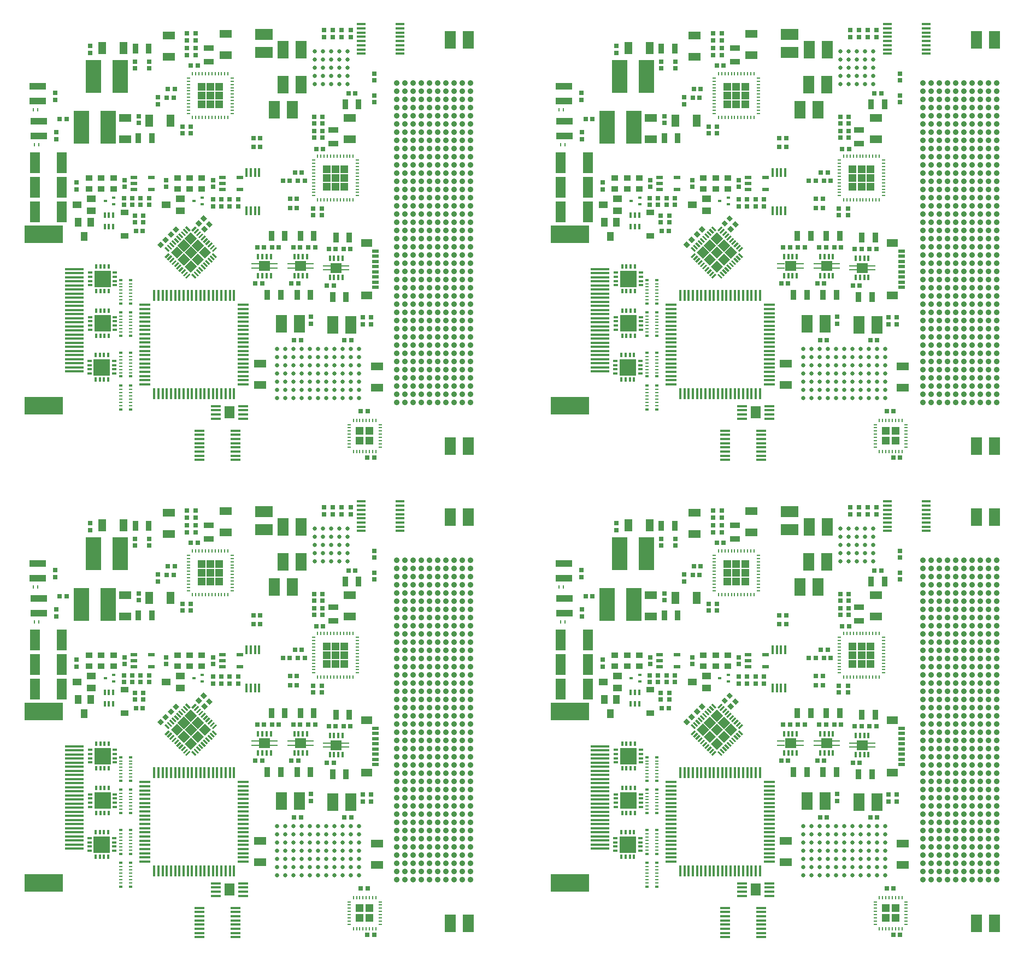
<source format=gbr>
G04 EAGLE Gerber RS-274X export*
G75*
%MOMM*%
%FSLAX34Y34*%
%LPD*%
%INSolderpaste Top*%
%IPPOS*%
%AMOC8*
5,1,8,0,0,1.08239X$1,22.5*%
G01*
%ADD10R,1.500000X3.200000*%
%ADD11R,1.066800X0.889000*%
%ADD12R,0.762000X0.685800*%
%ADD13R,0.503000X0.356000*%
%ADD14R,1.000000X0.550000*%
%ADD15R,1.219200X0.914400*%
%ADD16R,0.685800X0.762000*%
%ADD17R,0.348000X1.450000*%
%ADD18R,1.219200X1.879600*%
%ADD19R,2.540000X1.016000*%
%ADD20R,2.350000X5.100000*%
%ADD21R,0.965200X1.524000*%
%ADD22R,1.400000X1.000000*%
%ADD23R,1.000000X1.400000*%
%ADD24R,1.879600X1.219200*%
%ADD25C,0.635000*%
%ADD26R,1.651000X2.794000*%
%ADD27R,0.250000X0.490000*%
%ADD28R,6.000000X2.800000*%
%ADD29R,3.000000X0.335000*%
%ADD30R,1.661200X0.431800*%
%ADD31R,0.431800X1.661200*%
%ADD32R,0.350000X0.850000*%
%ADD33C,0.630000*%
%ADD34R,0.500000X0.250000*%
%ADD35R,0.500000X0.425000*%
%ADD36R,1.750000X1.500000*%
%ADD37R,1.205000X0.280000*%
%ADD38R,0.300000X0.854800*%
%ADD39C,0.889000*%
%ADD40R,1.475000X0.450000*%
%ADD41R,0.600000X0.250000*%
%ADD42R,0.250000X0.600000*%
%ADD43R,1.200000X1.200000*%
%ADD44R,1.600000X0.300000*%
%ADD45R,1.600000X0.400000*%
%ADD46R,1.570000X1.890000*%
%ADD47R,2.500000X2.500000*%
%ADD48R,0.685800X0.330000*%
%ADD49R,0.330000X0.685800*%
%ADD50R,2.794000X1.651000*%
%ADD51R,0.240000X0.600000*%
%ADD52R,0.600000X0.240000*%
%ADD53R,1.170000X1.170000*%
%ADD54R,1.524000X0.965200*%
%ADD55R,1.100000X0.500000*%
%ADD56R,1.700000X1.200000*%

G36*
X459004Y1052131D02*
X459004Y1052131D01*
X459006Y1052130D01*
X459089Y1052167D01*
X468517Y1061595D01*
X468518Y1061597D01*
X468520Y1061598D01*
X468537Y1061643D01*
X468554Y1061687D01*
X468553Y1061689D01*
X468554Y1061691D01*
X468517Y1061774D01*
X459089Y1071202D01*
X459087Y1071203D01*
X459086Y1071205D01*
X459042Y1071221D01*
X458998Y1071239D01*
X458996Y1071238D01*
X458994Y1071239D01*
X458911Y1071202D01*
X449483Y1061774D01*
X449482Y1061772D01*
X449480Y1061771D01*
X449463Y1061726D01*
X449446Y1061683D01*
X449447Y1061681D01*
X449446Y1061679D01*
X449483Y1061595D01*
X458911Y1052167D01*
X458913Y1052166D01*
X458914Y1052164D01*
X458958Y1052148D01*
X459002Y1052130D01*
X459004Y1052131D01*
G37*
G36*
X-355996Y1052131D02*
X-355996Y1052131D01*
X-355994Y1052130D01*
X-355911Y1052167D01*
X-346483Y1061595D01*
X-346482Y1061597D01*
X-346480Y1061598D01*
X-346463Y1061643D01*
X-346446Y1061687D01*
X-346447Y1061689D01*
X-346446Y1061691D01*
X-346483Y1061774D01*
X-355911Y1071202D01*
X-355913Y1071203D01*
X-355914Y1071205D01*
X-355958Y1071221D01*
X-356002Y1071239D01*
X-356004Y1071238D01*
X-356006Y1071239D01*
X-356089Y1071202D01*
X-365517Y1061774D01*
X-365518Y1061772D01*
X-365520Y1061771D01*
X-365537Y1061726D01*
X-365554Y1061683D01*
X-365553Y1061681D01*
X-365554Y1061679D01*
X-365517Y1061595D01*
X-356089Y1052167D01*
X-356087Y1052166D01*
X-356086Y1052164D01*
X-356042Y1052148D01*
X-355998Y1052130D01*
X-355996Y1052131D01*
G37*
G36*
X459004Y1008762D02*
X459004Y1008762D01*
X459006Y1008761D01*
X459089Y1008798D01*
X468517Y1018226D01*
X468518Y1018228D01*
X468520Y1018229D01*
X468537Y1018274D01*
X468554Y1018317D01*
X468553Y1018319D01*
X468554Y1018321D01*
X468517Y1018405D01*
X459089Y1027833D01*
X459087Y1027834D01*
X459086Y1027836D01*
X459042Y1027852D01*
X458998Y1027870D01*
X458996Y1027869D01*
X458994Y1027870D01*
X458911Y1027833D01*
X449483Y1018405D01*
X449482Y1018403D01*
X449480Y1018402D01*
X449463Y1018357D01*
X449446Y1018313D01*
X449447Y1018311D01*
X449446Y1018309D01*
X449483Y1018226D01*
X458911Y1008798D01*
X458913Y1008797D01*
X458914Y1008795D01*
X458958Y1008779D01*
X459002Y1008761D01*
X459004Y1008762D01*
G37*
G36*
X-355996Y1008762D02*
X-355996Y1008762D01*
X-355994Y1008761D01*
X-355911Y1008798D01*
X-346483Y1018226D01*
X-346482Y1018228D01*
X-346480Y1018229D01*
X-346463Y1018274D01*
X-346446Y1018317D01*
X-346447Y1018319D01*
X-346446Y1018321D01*
X-346483Y1018405D01*
X-355911Y1027833D01*
X-355913Y1027834D01*
X-355914Y1027836D01*
X-355958Y1027852D01*
X-356002Y1027870D01*
X-356004Y1027869D01*
X-356006Y1027870D01*
X-356089Y1027833D01*
X-365517Y1018405D01*
X-365518Y1018403D01*
X-365520Y1018402D01*
X-365537Y1018357D01*
X-365554Y1018313D01*
X-365553Y1018311D01*
X-365554Y1018309D01*
X-365517Y1018226D01*
X-356089Y1008798D01*
X-356087Y1008797D01*
X-356086Y1008795D01*
X-356042Y1008779D01*
X-355998Y1008761D01*
X-355996Y1008762D01*
G37*
G36*
X459004Y312131D02*
X459004Y312131D01*
X459006Y312130D01*
X459089Y312167D01*
X468517Y321595D01*
X468518Y321597D01*
X468520Y321598D01*
X468537Y321643D01*
X468554Y321687D01*
X468553Y321689D01*
X468554Y321691D01*
X468517Y321774D01*
X459089Y331202D01*
X459087Y331203D01*
X459086Y331205D01*
X459042Y331221D01*
X458998Y331239D01*
X458996Y331238D01*
X458994Y331239D01*
X458911Y331202D01*
X449483Y321774D01*
X449482Y321772D01*
X449480Y321771D01*
X449463Y321726D01*
X449446Y321683D01*
X449447Y321681D01*
X449446Y321679D01*
X449483Y321595D01*
X458911Y312167D01*
X458913Y312166D01*
X458914Y312164D01*
X458958Y312148D01*
X459002Y312130D01*
X459004Y312131D01*
G37*
G36*
X-355996Y312131D02*
X-355996Y312131D01*
X-355994Y312130D01*
X-355911Y312167D01*
X-346483Y321595D01*
X-346482Y321597D01*
X-346480Y321598D01*
X-346463Y321643D01*
X-346446Y321687D01*
X-346447Y321689D01*
X-346446Y321691D01*
X-346483Y321774D01*
X-355911Y331202D01*
X-355913Y331203D01*
X-355914Y331205D01*
X-355958Y331221D01*
X-356002Y331239D01*
X-356004Y331238D01*
X-356006Y331239D01*
X-356089Y331202D01*
X-365517Y321774D01*
X-365518Y321772D01*
X-365520Y321771D01*
X-365537Y321726D01*
X-365554Y321683D01*
X-365553Y321681D01*
X-365554Y321679D01*
X-365517Y321595D01*
X-356089Y312167D01*
X-356087Y312166D01*
X-356086Y312164D01*
X-356042Y312148D01*
X-355998Y312130D01*
X-355996Y312131D01*
G37*
G36*
X437319Y1030447D02*
X437319Y1030447D01*
X437321Y1030446D01*
X437405Y1030483D01*
X446833Y1039911D01*
X446834Y1039913D01*
X446836Y1039914D01*
X446852Y1039958D01*
X446870Y1040002D01*
X446869Y1040004D01*
X446870Y1040006D01*
X446833Y1040089D01*
X437405Y1049517D01*
X437403Y1049518D01*
X437402Y1049520D01*
X437357Y1049537D01*
X437313Y1049554D01*
X437311Y1049553D01*
X437309Y1049554D01*
X437226Y1049517D01*
X427798Y1040089D01*
X427797Y1040087D01*
X427795Y1040086D01*
X427779Y1040042D01*
X427761Y1039998D01*
X427762Y1039996D01*
X427761Y1039994D01*
X427798Y1039911D01*
X437226Y1030483D01*
X437228Y1030482D01*
X437229Y1030480D01*
X437274Y1030463D01*
X437317Y1030446D01*
X437319Y1030447D01*
G37*
G36*
X-377681Y1030447D02*
X-377681Y1030447D01*
X-377679Y1030446D01*
X-377595Y1030483D01*
X-368167Y1039911D01*
X-368166Y1039913D01*
X-368164Y1039914D01*
X-368148Y1039958D01*
X-368130Y1040002D01*
X-368131Y1040004D01*
X-368130Y1040006D01*
X-368167Y1040089D01*
X-377595Y1049517D01*
X-377597Y1049518D01*
X-377598Y1049520D01*
X-377643Y1049537D01*
X-377687Y1049554D01*
X-377689Y1049553D01*
X-377691Y1049554D01*
X-377774Y1049517D01*
X-387202Y1040089D01*
X-387203Y1040087D01*
X-387205Y1040086D01*
X-387221Y1040042D01*
X-387239Y1039998D01*
X-387238Y1039996D01*
X-387239Y1039994D01*
X-387202Y1039911D01*
X-377774Y1030483D01*
X-377772Y1030482D01*
X-377771Y1030480D01*
X-377726Y1030463D01*
X-377683Y1030446D01*
X-377681Y1030447D01*
G37*
G36*
X480689Y1030447D02*
X480689Y1030447D01*
X480691Y1030446D01*
X480774Y1030483D01*
X490202Y1039911D01*
X490203Y1039913D01*
X490205Y1039914D01*
X490221Y1039958D01*
X490239Y1040002D01*
X490238Y1040004D01*
X490239Y1040006D01*
X490202Y1040089D01*
X480774Y1049517D01*
X480772Y1049518D01*
X480771Y1049520D01*
X480726Y1049537D01*
X480683Y1049554D01*
X480681Y1049553D01*
X480679Y1049554D01*
X480595Y1049517D01*
X471167Y1040089D01*
X471166Y1040087D01*
X471164Y1040086D01*
X471148Y1040042D01*
X471130Y1039998D01*
X471131Y1039996D01*
X471130Y1039994D01*
X471167Y1039911D01*
X480595Y1030483D01*
X480597Y1030482D01*
X480598Y1030480D01*
X480643Y1030463D01*
X480687Y1030446D01*
X480689Y1030447D01*
G37*
G36*
X-334311Y1030447D02*
X-334311Y1030447D01*
X-334309Y1030446D01*
X-334226Y1030483D01*
X-324798Y1039911D01*
X-324797Y1039913D01*
X-324795Y1039914D01*
X-324779Y1039958D01*
X-324761Y1040002D01*
X-324762Y1040004D01*
X-324761Y1040006D01*
X-324798Y1040089D01*
X-334226Y1049517D01*
X-334228Y1049518D01*
X-334229Y1049520D01*
X-334274Y1049537D01*
X-334317Y1049554D01*
X-334319Y1049553D01*
X-334321Y1049554D01*
X-334405Y1049517D01*
X-343833Y1040089D01*
X-343834Y1040087D01*
X-343836Y1040086D01*
X-343852Y1040042D01*
X-343870Y1039998D01*
X-343869Y1039996D01*
X-343870Y1039994D01*
X-343833Y1039911D01*
X-334405Y1030483D01*
X-334403Y1030482D01*
X-334402Y1030480D01*
X-334357Y1030463D01*
X-334313Y1030446D01*
X-334311Y1030447D01*
G37*
G36*
X480689Y290447D02*
X480689Y290447D01*
X480691Y290446D01*
X480774Y290483D01*
X490202Y299911D01*
X490203Y299913D01*
X490205Y299914D01*
X490221Y299958D01*
X490239Y300002D01*
X490238Y300004D01*
X490239Y300006D01*
X490202Y300089D01*
X480774Y309517D01*
X480772Y309518D01*
X480771Y309520D01*
X480726Y309537D01*
X480683Y309554D01*
X480681Y309553D01*
X480679Y309554D01*
X480595Y309517D01*
X471167Y300089D01*
X471166Y300087D01*
X471164Y300086D01*
X471148Y300042D01*
X471130Y299998D01*
X471131Y299996D01*
X471130Y299994D01*
X471167Y299911D01*
X480595Y290483D01*
X480597Y290482D01*
X480598Y290480D01*
X480643Y290463D01*
X480687Y290446D01*
X480689Y290447D01*
G37*
G36*
X-377681Y290447D02*
X-377681Y290447D01*
X-377679Y290446D01*
X-377595Y290483D01*
X-368167Y299911D01*
X-368166Y299913D01*
X-368164Y299914D01*
X-368148Y299958D01*
X-368130Y300002D01*
X-368131Y300004D01*
X-368130Y300006D01*
X-368167Y300089D01*
X-377595Y309517D01*
X-377597Y309518D01*
X-377598Y309520D01*
X-377643Y309537D01*
X-377687Y309554D01*
X-377689Y309553D01*
X-377691Y309554D01*
X-377774Y309517D01*
X-387202Y300089D01*
X-387203Y300087D01*
X-387205Y300086D01*
X-387221Y300042D01*
X-387239Y299998D01*
X-387238Y299996D01*
X-387239Y299994D01*
X-387202Y299911D01*
X-377774Y290483D01*
X-377772Y290482D01*
X-377771Y290480D01*
X-377726Y290463D01*
X-377683Y290446D01*
X-377681Y290447D01*
G37*
G36*
X-334311Y290447D02*
X-334311Y290447D01*
X-334309Y290446D01*
X-334226Y290483D01*
X-324798Y299911D01*
X-324797Y299913D01*
X-324795Y299914D01*
X-324779Y299958D01*
X-324761Y300002D01*
X-324762Y300004D01*
X-324761Y300006D01*
X-324798Y300089D01*
X-334226Y309517D01*
X-334228Y309518D01*
X-334229Y309520D01*
X-334274Y309537D01*
X-334317Y309554D01*
X-334319Y309553D01*
X-334321Y309554D01*
X-334405Y309517D01*
X-343833Y300089D01*
X-343834Y300087D01*
X-343836Y300086D01*
X-343852Y300042D01*
X-343870Y299998D01*
X-343869Y299996D01*
X-343870Y299994D01*
X-343833Y299911D01*
X-334405Y290483D01*
X-334403Y290482D01*
X-334402Y290480D01*
X-334357Y290463D01*
X-334313Y290446D01*
X-334311Y290447D01*
G37*
G36*
X437319Y290447D02*
X437319Y290447D01*
X437321Y290446D01*
X437405Y290483D01*
X446833Y299911D01*
X446834Y299913D01*
X446836Y299914D01*
X446852Y299958D01*
X446870Y300002D01*
X446869Y300004D01*
X446870Y300006D01*
X446833Y300089D01*
X437405Y309517D01*
X437403Y309518D01*
X437402Y309520D01*
X437357Y309537D01*
X437313Y309554D01*
X437311Y309553D01*
X437309Y309554D01*
X437226Y309517D01*
X427798Y300089D01*
X427797Y300087D01*
X427795Y300086D01*
X427779Y300042D01*
X427761Y299998D01*
X427762Y299996D01*
X427761Y299994D01*
X427798Y299911D01*
X437226Y290483D01*
X437228Y290482D01*
X437229Y290480D01*
X437274Y290463D01*
X437317Y290446D01*
X437319Y290447D01*
G37*
G36*
X459004Y268762D02*
X459004Y268762D01*
X459006Y268761D01*
X459089Y268798D01*
X468517Y278226D01*
X468518Y278228D01*
X468520Y278229D01*
X468537Y278274D01*
X468554Y278317D01*
X468553Y278319D01*
X468554Y278321D01*
X468517Y278405D01*
X459089Y287833D01*
X459087Y287834D01*
X459086Y287836D01*
X459042Y287852D01*
X458998Y287870D01*
X458996Y287869D01*
X458994Y287870D01*
X458911Y287833D01*
X449483Y278405D01*
X449482Y278403D01*
X449480Y278402D01*
X449463Y278357D01*
X449446Y278313D01*
X449447Y278311D01*
X449446Y278309D01*
X449483Y278226D01*
X458911Y268798D01*
X458913Y268797D01*
X458914Y268795D01*
X458958Y268779D01*
X459002Y268761D01*
X459004Y268762D01*
G37*
G36*
X-355996Y268762D02*
X-355996Y268762D01*
X-355994Y268761D01*
X-355911Y268798D01*
X-346483Y278226D01*
X-346482Y278228D01*
X-346480Y278229D01*
X-346463Y278274D01*
X-346446Y278317D01*
X-346447Y278319D01*
X-346446Y278321D01*
X-346483Y278405D01*
X-355911Y287833D01*
X-355913Y287834D01*
X-355914Y287836D01*
X-355958Y287852D01*
X-356002Y287870D01*
X-356004Y287869D01*
X-356006Y287870D01*
X-356089Y287833D01*
X-365517Y278405D01*
X-365518Y278403D01*
X-365520Y278402D01*
X-365537Y278357D01*
X-365554Y278313D01*
X-365553Y278311D01*
X-365554Y278309D01*
X-365517Y278226D01*
X-356089Y268798D01*
X-356087Y268797D01*
X-356086Y268795D01*
X-356042Y268779D01*
X-355998Y268761D01*
X-355996Y268762D01*
G37*
G36*
X-366838Y1041289D02*
X-366838Y1041289D01*
X-366836Y1041288D01*
X-366753Y1041325D01*
X-357325Y1050753D01*
X-357324Y1050755D01*
X-357322Y1050756D01*
X-357306Y1050801D01*
X-357288Y1050844D01*
X-357289Y1050846D01*
X-357288Y1050848D01*
X-357325Y1050932D01*
X-366753Y1060360D01*
X-366755Y1060360D01*
X-366756Y1060362D01*
X-366801Y1060379D01*
X-366844Y1060397D01*
X-366846Y1060396D01*
X-366848Y1060396D01*
X-366932Y1060360D01*
X-376360Y1050932D01*
X-376360Y1050930D01*
X-376362Y1050929D01*
X-376379Y1050884D01*
X-376397Y1050840D01*
X-376396Y1050838D01*
X-376396Y1050836D01*
X-376360Y1050753D01*
X-366932Y1041325D01*
X-366930Y1041324D01*
X-366929Y1041322D01*
X-366884Y1041306D01*
X-366840Y1041288D01*
X-366838Y1041289D01*
G37*
G36*
X469846Y1041289D02*
X469846Y1041289D01*
X469848Y1041288D01*
X469932Y1041325D01*
X479360Y1050753D01*
X479360Y1050755D01*
X479362Y1050756D01*
X479379Y1050801D01*
X479397Y1050844D01*
X479396Y1050846D01*
X479396Y1050848D01*
X479360Y1050932D01*
X469932Y1060360D01*
X469930Y1060360D01*
X469929Y1060362D01*
X469884Y1060379D01*
X469840Y1060397D01*
X469838Y1060396D01*
X469836Y1060396D01*
X469753Y1060360D01*
X460325Y1050932D01*
X460324Y1050930D01*
X460322Y1050929D01*
X460306Y1050884D01*
X460288Y1050840D01*
X460289Y1050838D01*
X460288Y1050836D01*
X460325Y1050753D01*
X469753Y1041325D01*
X469755Y1041324D01*
X469756Y1041322D01*
X469801Y1041306D01*
X469844Y1041288D01*
X469846Y1041289D01*
G37*
G36*
X-345154Y1041289D02*
X-345154Y1041289D01*
X-345152Y1041288D01*
X-345068Y1041325D01*
X-335640Y1050753D01*
X-335640Y1050755D01*
X-335638Y1050756D01*
X-335621Y1050801D01*
X-335603Y1050844D01*
X-335604Y1050846D01*
X-335604Y1050848D01*
X-335640Y1050932D01*
X-345068Y1060360D01*
X-345070Y1060360D01*
X-345071Y1060362D01*
X-345116Y1060379D01*
X-345160Y1060397D01*
X-345162Y1060396D01*
X-345164Y1060396D01*
X-345247Y1060360D01*
X-354675Y1050932D01*
X-354676Y1050930D01*
X-354678Y1050929D01*
X-354694Y1050884D01*
X-354712Y1050840D01*
X-354711Y1050838D01*
X-354712Y1050836D01*
X-354675Y1050753D01*
X-345247Y1041325D01*
X-345245Y1041324D01*
X-345244Y1041322D01*
X-345199Y1041306D01*
X-345156Y1041288D01*
X-345154Y1041289D01*
G37*
G36*
X448162Y1041289D02*
X448162Y1041289D01*
X448164Y1041288D01*
X448247Y1041325D01*
X457675Y1050753D01*
X457676Y1050755D01*
X457678Y1050756D01*
X457694Y1050801D01*
X457712Y1050844D01*
X457711Y1050846D01*
X457712Y1050848D01*
X457675Y1050932D01*
X448247Y1060360D01*
X448245Y1060360D01*
X448244Y1060362D01*
X448199Y1060379D01*
X448156Y1060397D01*
X448154Y1060396D01*
X448152Y1060396D01*
X448068Y1060360D01*
X438640Y1050932D01*
X438640Y1050930D01*
X438638Y1050929D01*
X438621Y1050884D01*
X438603Y1050840D01*
X438604Y1050838D01*
X438604Y1050836D01*
X438640Y1050753D01*
X448068Y1041325D01*
X448070Y1041324D01*
X448071Y1041322D01*
X448116Y1041306D01*
X448160Y1041288D01*
X448162Y1041289D01*
G37*
G36*
X469846Y1019604D02*
X469846Y1019604D01*
X469848Y1019604D01*
X469932Y1019640D01*
X479360Y1029068D01*
X479360Y1029070D01*
X479362Y1029071D01*
X479379Y1029116D01*
X479397Y1029160D01*
X479396Y1029162D01*
X479396Y1029164D01*
X479360Y1029247D01*
X469932Y1038675D01*
X469930Y1038676D01*
X469929Y1038678D01*
X469884Y1038694D01*
X469840Y1038712D01*
X469838Y1038711D01*
X469836Y1038712D01*
X469753Y1038675D01*
X460325Y1029247D01*
X460324Y1029245D01*
X460322Y1029244D01*
X460306Y1029199D01*
X460288Y1029156D01*
X460289Y1029154D01*
X460288Y1029152D01*
X460325Y1029068D01*
X469753Y1019640D01*
X469755Y1019640D01*
X469756Y1019638D01*
X469801Y1019621D01*
X469844Y1019603D01*
X469846Y1019604D01*
G37*
G36*
X448162Y1019604D02*
X448162Y1019604D01*
X448164Y1019604D01*
X448247Y1019640D01*
X457675Y1029068D01*
X457676Y1029070D01*
X457678Y1029071D01*
X457694Y1029116D01*
X457712Y1029160D01*
X457711Y1029162D01*
X457712Y1029164D01*
X457675Y1029247D01*
X448247Y1038675D01*
X448245Y1038676D01*
X448244Y1038678D01*
X448199Y1038694D01*
X448156Y1038712D01*
X448154Y1038711D01*
X448152Y1038712D01*
X448068Y1038675D01*
X438640Y1029247D01*
X438640Y1029245D01*
X438638Y1029244D01*
X438621Y1029199D01*
X438603Y1029156D01*
X438604Y1029154D01*
X438604Y1029152D01*
X438640Y1029068D01*
X448068Y1019640D01*
X448070Y1019640D01*
X448071Y1019638D01*
X448116Y1019621D01*
X448160Y1019603D01*
X448162Y1019604D01*
G37*
G36*
X-345154Y1019604D02*
X-345154Y1019604D01*
X-345152Y1019604D01*
X-345068Y1019640D01*
X-335640Y1029068D01*
X-335640Y1029070D01*
X-335638Y1029071D01*
X-335621Y1029116D01*
X-335603Y1029160D01*
X-335604Y1029162D01*
X-335604Y1029164D01*
X-335640Y1029247D01*
X-345068Y1038675D01*
X-345070Y1038676D01*
X-345071Y1038678D01*
X-345116Y1038694D01*
X-345160Y1038712D01*
X-345162Y1038711D01*
X-345164Y1038712D01*
X-345247Y1038675D01*
X-354675Y1029247D01*
X-354676Y1029245D01*
X-354678Y1029244D01*
X-354694Y1029199D01*
X-354712Y1029156D01*
X-354711Y1029154D01*
X-354712Y1029152D01*
X-354675Y1029068D01*
X-345247Y1019640D01*
X-345245Y1019640D01*
X-345244Y1019638D01*
X-345199Y1019621D01*
X-345156Y1019603D01*
X-345154Y1019604D01*
G37*
G36*
X-366838Y1019604D02*
X-366838Y1019604D01*
X-366836Y1019604D01*
X-366753Y1019640D01*
X-357325Y1029068D01*
X-357324Y1029070D01*
X-357322Y1029071D01*
X-357306Y1029116D01*
X-357288Y1029160D01*
X-357289Y1029162D01*
X-357288Y1029164D01*
X-357325Y1029247D01*
X-366753Y1038675D01*
X-366755Y1038676D01*
X-366756Y1038678D01*
X-366801Y1038694D01*
X-366844Y1038712D01*
X-366846Y1038711D01*
X-366848Y1038712D01*
X-366932Y1038675D01*
X-376360Y1029247D01*
X-376360Y1029245D01*
X-376362Y1029244D01*
X-376379Y1029199D01*
X-376397Y1029156D01*
X-376396Y1029154D01*
X-376396Y1029152D01*
X-376360Y1029068D01*
X-366932Y1019640D01*
X-366930Y1019640D01*
X-366929Y1019638D01*
X-366884Y1019621D01*
X-366840Y1019603D01*
X-366838Y1019604D01*
G37*
G36*
X469846Y301289D02*
X469846Y301289D01*
X469848Y301288D01*
X469932Y301325D01*
X479360Y310753D01*
X479360Y310755D01*
X479362Y310756D01*
X479379Y310801D01*
X479397Y310844D01*
X479396Y310846D01*
X479396Y310848D01*
X479360Y310932D01*
X469932Y320360D01*
X469930Y320360D01*
X469929Y320362D01*
X469884Y320379D01*
X469840Y320397D01*
X469838Y320396D01*
X469836Y320396D01*
X469753Y320360D01*
X460325Y310932D01*
X460324Y310930D01*
X460322Y310929D01*
X460306Y310884D01*
X460288Y310840D01*
X460289Y310838D01*
X460288Y310836D01*
X460325Y310753D01*
X469753Y301325D01*
X469755Y301324D01*
X469756Y301322D01*
X469801Y301306D01*
X469844Y301288D01*
X469846Y301289D01*
G37*
G36*
X-345154Y301289D02*
X-345154Y301289D01*
X-345152Y301288D01*
X-345068Y301325D01*
X-335640Y310753D01*
X-335640Y310755D01*
X-335638Y310756D01*
X-335621Y310801D01*
X-335603Y310844D01*
X-335604Y310846D01*
X-335604Y310848D01*
X-335640Y310932D01*
X-345068Y320360D01*
X-345070Y320360D01*
X-345071Y320362D01*
X-345116Y320379D01*
X-345160Y320397D01*
X-345162Y320396D01*
X-345164Y320396D01*
X-345247Y320360D01*
X-354675Y310932D01*
X-354676Y310930D01*
X-354678Y310929D01*
X-354694Y310884D01*
X-354712Y310840D01*
X-354711Y310838D01*
X-354712Y310836D01*
X-354675Y310753D01*
X-345247Y301325D01*
X-345245Y301324D01*
X-345244Y301322D01*
X-345199Y301306D01*
X-345156Y301288D01*
X-345154Y301289D01*
G37*
G36*
X469846Y279604D02*
X469846Y279604D01*
X469848Y279604D01*
X469932Y279640D01*
X479360Y289068D01*
X479360Y289070D01*
X479362Y289071D01*
X479379Y289116D01*
X479397Y289160D01*
X479396Y289162D01*
X479396Y289164D01*
X479360Y289247D01*
X469932Y298675D01*
X469930Y298676D01*
X469929Y298678D01*
X469884Y298694D01*
X469840Y298712D01*
X469838Y298711D01*
X469836Y298712D01*
X469753Y298675D01*
X460325Y289247D01*
X460324Y289245D01*
X460322Y289244D01*
X460306Y289199D01*
X460288Y289156D01*
X460289Y289154D01*
X460288Y289152D01*
X460325Y289068D01*
X469753Y279640D01*
X469755Y279640D01*
X469756Y279638D01*
X469801Y279621D01*
X469844Y279603D01*
X469846Y279604D01*
G37*
G36*
X-366838Y279604D02*
X-366838Y279604D01*
X-366836Y279604D01*
X-366753Y279640D01*
X-357325Y289068D01*
X-357324Y289070D01*
X-357322Y289071D01*
X-357306Y289116D01*
X-357288Y289160D01*
X-357289Y289162D01*
X-357288Y289164D01*
X-357325Y289247D01*
X-366753Y298675D01*
X-366755Y298676D01*
X-366756Y298678D01*
X-366801Y298694D01*
X-366844Y298712D01*
X-366846Y298711D01*
X-366848Y298712D01*
X-366932Y298675D01*
X-376360Y289247D01*
X-376360Y289245D01*
X-376362Y289244D01*
X-376379Y289199D01*
X-376397Y289156D01*
X-376396Y289154D01*
X-376396Y289152D01*
X-376360Y289068D01*
X-366932Y279640D01*
X-366930Y279640D01*
X-366929Y279638D01*
X-366884Y279621D01*
X-366840Y279603D01*
X-366838Y279604D01*
G37*
G36*
X448162Y279604D02*
X448162Y279604D01*
X448164Y279604D01*
X448247Y279640D01*
X457675Y289068D01*
X457676Y289070D01*
X457678Y289071D01*
X457694Y289116D01*
X457712Y289160D01*
X457711Y289162D01*
X457712Y289164D01*
X457675Y289247D01*
X448247Y298675D01*
X448245Y298676D01*
X448244Y298678D01*
X448199Y298694D01*
X448156Y298712D01*
X448154Y298711D01*
X448152Y298712D01*
X448068Y298675D01*
X438640Y289247D01*
X438640Y289245D01*
X438638Y289244D01*
X438621Y289199D01*
X438603Y289156D01*
X438604Y289154D01*
X438604Y289152D01*
X438640Y289068D01*
X448068Y279640D01*
X448070Y279640D01*
X448071Y279638D01*
X448116Y279621D01*
X448160Y279603D01*
X448162Y279604D01*
G37*
G36*
X-345154Y279604D02*
X-345154Y279604D01*
X-345152Y279604D01*
X-345068Y279640D01*
X-335640Y289068D01*
X-335640Y289070D01*
X-335638Y289071D01*
X-335621Y289116D01*
X-335603Y289160D01*
X-335604Y289162D01*
X-335604Y289164D01*
X-335640Y289247D01*
X-345068Y298675D01*
X-345070Y298676D01*
X-345071Y298678D01*
X-345116Y298694D01*
X-345160Y298712D01*
X-345162Y298711D01*
X-345164Y298712D01*
X-345247Y298675D01*
X-354675Y289247D01*
X-354676Y289245D01*
X-354678Y289244D01*
X-354694Y289199D01*
X-354712Y289156D01*
X-354711Y289154D01*
X-354712Y289152D01*
X-354675Y289068D01*
X-345247Y279640D01*
X-345245Y279640D01*
X-345244Y279638D01*
X-345199Y279621D01*
X-345156Y279603D01*
X-345154Y279604D01*
G37*
G36*
X-366838Y301289D02*
X-366838Y301289D01*
X-366836Y301288D01*
X-366753Y301325D01*
X-357325Y310753D01*
X-357324Y310755D01*
X-357322Y310756D01*
X-357306Y310801D01*
X-357288Y310844D01*
X-357289Y310846D01*
X-357288Y310848D01*
X-357325Y310932D01*
X-366753Y320360D01*
X-366755Y320360D01*
X-366756Y320362D01*
X-366801Y320379D01*
X-366844Y320397D01*
X-366846Y320396D01*
X-366848Y320396D01*
X-366932Y320360D01*
X-376360Y310932D01*
X-376360Y310930D01*
X-376362Y310929D01*
X-376379Y310884D01*
X-376397Y310840D01*
X-376396Y310838D01*
X-376396Y310836D01*
X-376360Y310753D01*
X-366932Y301325D01*
X-366930Y301324D01*
X-366929Y301322D01*
X-366884Y301306D01*
X-366840Y301288D01*
X-366838Y301289D01*
G37*
G36*
X448162Y301289D02*
X448162Y301289D01*
X448164Y301288D01*
X448247Y301325D01*
X457675Y310753D01*
X457676Y310755D01*
X457678Y310756D01*
X457694Y310801D01*
X457712Y310844D01*
X457711Y310846D01*
X457712Y310848D01*
X457675Y310932D01*
X448247Y320360D01*
X448245Y320360D01*
X448244Y320362D01*
X448199Y320379D01*
X448156Y320397D01*
X448154Y320396D01*
X448152Y320396D01*
X448068Y320360D01*
X438640Y310932D01*
X438640Y310930D01*
X438638Y310929D01*
X438621Y310884D01*
X438603Y310840D01*
X438604Y310838D01*
X438604Y310836D01*
X438640Y310753D01*
X448068Y301325D01*
X448070Y301324D01*
X448071Y301322D01*
X448116Y301306D01*
X448160Y301288D01*
X448162Y301289D01*
G37*
G36*
X459004Y1030447D02*
X459004Y1030447D01*
X459006Y1030446D01*
X459089Y1030483D01*
X468517Y1039911D01*
X468518Y1039913D01*
X468520Y1039914D01*
X468537Y1039958D01*
X468554Y1040002D01*
X468553Y1040004D01*
X468554Y1040006D01*
X468517Y1040089D01*
X459089Y1049517D01*
X459087Y1049518D01*
X459086Y1049520D01*
X459042Y1049537D01*
X458998Y1049554D01*
X458996Y1049553D01*
X458994Y1049554D01*
X458911Y1049517D01*
X449483Y1040089D01*
X449482Y1040087D01*
X449480Y1040086D01*
X449463Y1040042D01*
X449446Y1039998D01*
X449447Y1039996D01*
X449446Y1039994D01*
X449483Y1039911D01*
X458911Y1030483D01*
X458913Y1030482D01*
X458914Y1030480D01*
X458958Y1030463D01*
X459002Y1030446D01*
X459004Y1030447D01*
G37*
G36*
X-355996Y1030447D02*
X-355996Y1030447D01*
X-355994Y1030446D01*
X-355911Y1030483D01*
X-346483Y1039911D01*
X-346482Y1039913D01*
X-346480Y1039914D01*
X-346463Y1039958D01*
X-346446Y1040002D01*
X-346447Y1040004D01*
X-346446Y1040006D01*
X-346483Y1040089D01*
X-355911Y1049517D01*
X-355913Y1049518D01*
X-355914Y1049520D01*
X-355958Y1049537D01*
X-356002Y1049554D01*
X-356004Y1049553D01*
X-356006Y1049554D01*
X-356089Y1049517D01*
X-365517Y1040089D01*
X-365518Y1040087D01*
X-365520Y1040086D01*
X-365537Y1040042D01*
X-365554Y1039998D01*
X-365553Y1039996D01*
X-365554Y1039994D01*
X-365517Y1039911D01*
X-356089Y1030483D01*
X-356087Y1030482D01*
X-356086Y1030480D01*
X-356042Y1030463D01*
X-355998Y1030446D01*
X-355996Y1030447D01*
G37*
G36*
X459004Y290447D02*
X459004Y290447D01*
X459006Y290446D01*
X459089Y290483D01*
X468517Y299911D01*
X468518Y299913D01*
X468520Y299914D01*
X468537Y299958D01*
X468554Y300002D01*
X468553Y300004D01*
X468554Y300006D01*
X468517Y300089D01*
X459089Y309517D01*
X459087Y309518D01*
X459086Y309520D01*
X459042Y309537D01*
X458998Y309554D01*
X458996Y309553D01*
X458994Y309554D01*
X458911Y309517D01*
X449483Y300089D01*
X449482Y300087D01*
X449480Y300086D01*
X449463Y300042D01*
X449446Y299998D01*
X449447Y299996D01*
X449446Y299994D01*
X449483Y299911D01*
X458911Y290483D01*
X458913Y290482D01*
X458914Y290480D01*
X458958Y290463D01*
X459002Y290446D01*
X459004Y290447D01*
G37*
G36*
X-355996Y290447D02*
X-355996Y290447D01*
X-355994Y290446D01*
X-355911Y290483D01*
X-346483Y299911D01*
X-346482Y299913D01*
X-346480Y299914D01*
X-346463Y299958D01*
X-346446Y300002D01*
X-346447Y300004D01*
X-346446Y300006D01*
X-346483Y300089D01*
X-355911Y309517D01*
X-355913Y309518D01*
X-355914Y309520D01*
X-355958Y309537D01*
X-356002Y309554D01*
X-356004Y309553D01*
X-356006Y309554D01*
X-356089Y309517D01*
X-365517Y300089D01*
X-365518Y300087D01*
X-365520Y300086D01*
X-365537Y300042D01*
X-365554Y299998D01*
X-365553Y299996D01*
X-365554Y299994D01*
X-365517Y299911D01*
X-356089Y290483D01*
X-356087Y290482D01*
X-356086Y290480D01*
X-356042Y290463D01*
X-355998Y290446D01*
X-355996Y290447D01*
G37*
D10*
X-598000Y363000D03*
X-556000Y363000D03*
X-598000Y439000D03*
X-556000Y439000D03*
D11*
X-377000Y398364D03*
X-377000Y415636D03*
X-358000Y398364D03*
X-358000Y415636D03*
X-339000Y398364D03*
X-339000Y415636D03*
D12*
X-394000Y412334D03*
X-394000Y401666D03*
D13*
X-351505Y380000D03*
X-338495Y385080D03*
X-338495Y374920D03*
D12*
X-322000Y382334D03*
X-322000Y371666D03*
D14*
X-307500Y416500D03*
X-307500Y407000D03*
X-307500Y397500D03*
X-280500Y397500D03*
X-280500Y416500D03*
D12*
X-322000Y412334D03*
X-322000Y401666D03*
X-283000Y371666D03*
X-283000Y382334D03*
X-296000Y382334D03*
X-296000Y371666D03*
D10*
X-598000Y401000D03*
X-556000Y401000D03*
D11*
X-476000Y398364D03*
X-476000Y415636D03*
X-514000Y398364D03*
X-514000Y415636D03*
X-495000Y398364D03*
X-495000Y415636D03*
D12*
X-533000Y408334D03*
X-533000Y397666D03*
D13*
X-488505Y380000D03*
X-475495Y385080D03*
X-475495Y374920D03*
D12*
X-460000Y384334D03*
X-460000Y373666D03*
D14*
X-444500Y416500D03*
X-444500Y407000D03*
X-444500Y397500D03*
X-417500Y397500D03*
X-417500Y416500D03*
D12*
X-459000Y412334D03*
X-459000Y401666D03*
X-421000Y373666D03*
X-421000Y384334D03*
X-434000Y384334D03*
X-434000Y373666D03*
D15*
X-459000Y362000D03*
X-459000Y326000D03*
D12*
X-443000Y346666D03*
X-443000Y357334D03*
X-430000Y346666D03*
X-430000Y357334D03*
D16*
X-430666Y333000D03*
X-441334Y333000D03*
D17*
X-269730Y423500D03*
X-263230Y423500D03*
X-256730Y423500D03*
X-250230Y423500D03*
X-269730Y364500D03*
X-263230Y364500D03*
X-256730Y364500D03*
X-250230Y364500D03*
D12*
X-566000Y547334D03*
X-566000Y536666D03*
X-512000Y620334D03*
X-512000Y609666D03*
D18*
X-493510Y617000D03*
X-460490Y617000D03*
D16*
X-380947Y553005D03*
X-391615Y553005D03*
X-382947Y540005D03*
X-393615Y540005D03*
D12*
X-407000Y540334D03*
X-407000Y529666D03*
X-348598Y606263D03*
X-348598Y616931D03*
X-362108Y606263D03*
X-362108Y616931D03*
X-348598Y629123D03*
X-348598Y639791D03*
X-362108Y629123D03*
X-362108Y639791D03*
X-442732Y595847D03*
X-442732Y585179D03*
D19*
X-593000Y557430D03*
X-593000Y534570D03*
D20*
X-465250Y573000D03*
X-506750Y573000D03*
D21*
X-421318Y616263D03*
X-442146Y616263D03*
D22*
X-394000Y374000D03*
X-372000Y383500D03*
X-372000Y364500D03*
X-532000Y374000D03*
X-510000Y383500D03*
X-510000Y364500D03*
D23*
X-521000Y324750D03*
X-530500Y346750D03*
X-511500Y346750D03*
D24*
X-390263Y603008D03*
X-390263Y636028D03*
D12*
X-420513Y595852D03*
X-420513Y585184D03*
D25*
X-164387Y612132D03*
X-151687Y612132D03*
X-126287Y612132D03*
X-113587Y612132D03*
X-126287Y599432D03*
X-113587Y599432D03*
X-164387Y586732D03*
X-151687Y586732D03*
X-138987Y586732D03*
X-126287Y586732D03*
X-113587Y586732D03*
X-164387Y574032D03*
X-151687Y574032D03*
X-138987Y574032D03*
X-126287Y574032D03*
X-113587Y574032D03*
X-164387Y561332D03*
X-151687Y561332D03*
X-138987Y561332D03*
X-126287Y561332D03*
X-113587Y561332D03*
X-164387Y599432D03*
X-151687Y599432D03*
X-138987Y599432D03*
X-138987Y612132D03*
D21*
X-96073Y529982D03*
X-116901Y529982D03*
D12*
X-135987Y644566D03*
X-135987Y633898D03*
D16*
X-101153Y546482D03*
X-111821Y546482D03*
D12*
X-108487Y633898D03*
X-108487Y644566D03*
X-122237Y633898D03*
X-122237Y644566D03*
X-149737Y633898D03*
X-149737Y644566D03*
D26*
X-212970Y614000D03*
X-185030Y614000D03*
X-213457Y560232D03*
X-185517Y560232D03*
D12*
X-309000Y382334D03*
X-309000Y371666D03*
X-447000Y384334D03*
X-447000Y373666D03*
D27*
X-600250Y521050D03*
X-593750Y521050D03*
D28*
X-584000Y328000D03*
X-584000Y62000D03*
D29*
X-537000Y115625D03*
X-537000Y128325D03*
X-537000Y141025D03*
X-537000Y153725D03*
X-537000Y166425D03*
X-537000Y179125D03*
X-537000Y191825D03*
X-537000Y204525D03*
X-537000Y217225D03*
X-537000Y229925D03*
X-537000Y242625D03*
X-537000Y255325D03*
X-537000Y268025D03*
X-537000Y121975D03*
X-537000Y134675D03*
X-537000Y147375D03*
X-537000Y160075D03*
X-537000Y172775D03*
X-537000Y185475D03*
X-537000Y198175D03*
X-537000Y210875D03*
X-537000Y223575D03*
X-537000Y236275D03*
X-537000Y248975D03*
X-537000Y261675D03*
X-537000Y274375D03*
D30*
X-427250Y218750D03*
X-427250Y212250D03*
X-427250Y205750D03*
X-427250Y199250D03*
X-427250Y192750D03*
X-427250Y186250D03*
X-427250Y179750D03*
X-427250Y173250D03*
X-427250Y166750D03*
X-427250Y160250D03*
X-427250Y153750D03*
X-427250Y147250D03*
X-427250Y140750D03*
X-427250Y134250D03*
X-427250Y127750D03*
X-427250Y121250D03*
X-427250Y114750D03*
X-427250Y108250D03*
X-427250Y101750D03*
X-427250Y95250D03*
D31*
X-412750Y80750D03*
X-406250Y80750D03*
X-399750Y80750D03*
X-393250Y80750D03*
X-386750Y80750D03*
X-380250Y80750D03*
X-373750Y80750D03*
X-367250Y80750D03*
X-360750Y80750D03*
X-354250Y80750D03*
X-347750Y80750D03*
X-341250Y80750D03*
X-334750Y80750D03*
X-328250Y80750D03*
X-321750Y80750D03*
X-315250Y80750D03*
X-308750Y80750D03*
X-302250Y80750D03*
X-295750Y80750D03*
X-289250Y80750D03*
D30*
X-274750Y95250D03*
X-274750Y101750D03*
X-274750Y108250D03*
X-274750Y114750D03*
X-274750Y121250D03*
X-274750Y127750D03*
X-274750Y134250D03*
X-274750Y140750D03*
X-274750Y147250D03*
X-274750Y153750D03*
X-274750Y160250D03*
X-274750Y166750D03*
X-274750Y173250D03*
X-274750Y179750D03*
X-274750Y186250D03*
X-274750Y192750D03*
X-274750Y199250D03*
X-274750Y205750D03*
X-274750Y212250D03*
X-274750Y218750D03*
D31*
X-289250Y233250D03*
X-295750Y233250D03*
X-302250Y233250D03*
X-308750Y233250D03*
X-315250Y233250D03*
X-321750Y233250D03*
X-328250Y233250D03*
X-334750Y233250D03*
X-341250Y233250D03*
X-347750Y233250D03*
X-354250Y233250D03*
X-360750Y233250D03*
X-367250Y233250D03*
X-373750Y233250D03*
X-380250Y233250D03*
X-386750Y233250D03*
X-393250Y233250D03*
X-399750Y233250D03*
X-406250Y233250D03*
X-412750Y233250D03*
D32*
X-483000Y358000D03*
X-476500Y358000D03*
X-489500Y358000D03*
X-483000Y340000D03*
X-476500Y340000D03*
X-489500Y340000D03*
D33*
X-95500Y150100D03*
X-95500Y137400D03*
X-95500Y124700D03*
X-95500Y112000D03*
X-95500Y99300D03*
X-95500Y86600D03*
X-95500Y73900D03*
X-108200Y150100D03*
X-120900Y150100D03*
X-133600Y150100D03*
X-146300Y150100D03*
X-159000Y150100D03*
X-171700Y150100D03*
X-197100Y150100D03*
X-209800Y150100D03*
X-222500Y150100D03*
X-108200Y137400D03*
X-120900Y137400D03*
X-133600Y137400D03*
X-146300Y137400D03*
X-159000Y137400D03*
X-171700Y137400D03*
X-197100Y137400D03*
X-209800Y137400D03*
X-222500Y137400D03*
X-108200Y124700D03*
X-120900Y124700D03*
X-133600Y124700D03*
X-146300Y124700D03*
X-159000Y124700D03*
X-171700Y124700D03*
X-197100Y124700D03*
X-209800Y124700D03*
X-222500Y124700D03*
X-108200Y112000D03*
X-120900Y112000D03*
X-133600Y112000D03*
X-146300Y112000D03*
X-159000Y112000D03*
X-171700Y112000D03*
X-108200Y99300D03*
X-120900Y99300D03*
X-133600Y99300D03*
X-146300Y99300D03*
X-159000Y99300D03*
X-171700Y99300D03*
X-184400Y99300D03*
X-197100Y99300D03*
X-209800Y99300D03*
X-222500Y99300D03*
X-108200Y86600D03*
X-120900Y86600D03*
X-133600Y86600D03*
X-146300Y86600D03*
X-159000Y86600D03*
X-171700Y86600D03*
X-184400Y86600D03*
X-197100Y86600D03*
X-209800Y86600D03*
X-222500Y86600D03*
X-108200Y73900D03*
X-120900Y73900D03*
X-133600Y73900D03*
X-146300Y73900D03*
X-159000Y73900D03*
X-171700Y73900D03*
X-184400Y150100D03*
X-184400Y137400D03*
X-184400Y124700D03*
X-184400Y112000D03*
X-184400Y73900D03*
X-197100Y112000D03*
X-209800Y112000D03*
X-222500Y112000D03*
X-222500Y73900D03*
X-209800Y73900D03*
X-197100Y73900D03*
D26*
X-135970Y188000D03*
X-108030Y188000D03*
X-188030Y189000D03*
X-215970Y189000D03*
D16*
X-107666Y164000D03*
X-118334Y164000D03*
X-185666Y164000D03*
X-196334Y164000D03*
D24*
X-68000Y90490D03*
X-68000Y123510D03*
X-249000Y94490D03*
X-249000Y127510D03*
D12*
X-356000Y495334D03*
X-356000Y484666D03*
X-369000Y495334D03*
X-369000Y484666D03*
X-72000Y543334D03*
X-72000Y532666D03*
X-77000Y199334D03*
X-77000Y188666D03*
D21*
X-136414Y231000D03*
X-115586Y231000D03*
D16*
X-134666Y249000D03*
X-145334Y249000D03*
X-119334Y305000D03*
X-108666Y305000D03*
X-142334Y305000D03*
X-131666Y305000D03*
D21*
X-131414Y323000D03*
X-110586Y323000D03*
D12*
X-90000Y199334D03*
X-90000Y188666D03*
X-170000Y200334D03*
X-170000Y189666D03*
D34*
X-449500Y72500D03*
X-449500Y67500D03*
X-449500Y62500D03*
D35*
X-449500Y56625D03*
D34*
X-449500Y87500D03*
X-449500Y82500D03*
X-449500Y77500D03*
D35*
X-449500Y93375D03*
D34*
X-464500Y77500D03*
X-464500Y82500D03*
X-464500Y87500D03*
D35*
X-464500Y93375D03*
D34*
X-464500Y62500D03*
X-464500Y67500D03*
X-464500Y72500D03*
D35*
X-464500Y56625D03*
D34*
X-449500Y123500D03*
X-449500Y118500D03*
X-449500Y113500D03*
D35*
X-449500Y107625D03*
D34*
X-449500Y138500D03*
X-449500Y133500D03*
X-449500Y128500D03*
D35*
X-449500Y144375D03*
D34*
X-464500Y128500D03*
X-464500Y133500D03*
X-464500Y138500D03*
D35*
X-464500Y144375D03*
D34*
X-464500Y113500D03*
X-464500Y118500D03*
X-464500Y123500D03*
D35*
X-464500Y107625D03*
D34*
X-449500Y236500D03*
X-449500Y231500D03*
X-449500Y226500D03*
D35*
X-449500Y220625D03*
D34*
X-449500Y251500D03*
X-449500Y246500D03*
X-449500Y241500D03*
D35*
X-449500Y257375D03*
D34*
X-464500Y241500D03*
X-464500Y246500D03*
X-464500Y251500D03*
D35*
X-464500Y257375D03*
D34*
X-464500Y226500D03*
X-464500Y231500D03*
X-464500Y236500D03*
D35*
X-464500Y220625D03*
D34*
X-449500Y186500D03*
X-449500Y181500D03*
X-449500Y176500D03*
D35*
X-449500Y170625D03*
D34*
X-449500Y201500D03*
X-449500Y196500D03*
X-449500Y191500D03*
D35*
X-449500Y207375D03*
D34*
X-464500Y191500D03*
X-464500Y196500D03*
X-464500Y201500D03*
D35*
X-464500Y207375D03*
D34*
X-464500Y176500D03*
X-464500Y181500D03*
X-464500Y186500D03*
D35*
X-464500Y170625D03*
D36*
X-131000Y276000D03*
D37*
X-145500Y272750D03*
X-145500Y279250D03*
X-116500Y279250D03*
X-116500Y272750D03*
D32*
X-121250Y290750D03*
X-127750Y290750D03*
X-134250Y290750D03*
X-140750Y290750D03*
X-140750Y261250D03*
X-134250Y261250D03*
X-127750Y261250D03*
X-121250Y261250D03*
D21*
X-191414Y234000D03*
X-170586Y234000D03*
D16*
X-189666Y252000D03*
X-200334Y252000D03*
X-174334Y308000D03*
X-163666Y308000D03*
X-197334Y308000D03*
X-186666Y308000D03*
D21*
X-186414Y326000D03*
X-165586Y326000D03*
D36*
X-186000Y279000D03*
D37*
X-200500Y275750D03*
X-200500Y282250D03*
X-171500Y282250D03*
X-171500Y275750D03*
D32*
X-176250Y293750D03*
X-182750Y293750D03*
X-189250Y293750D03*
X-195750Y293750D03*
X-195750Y264250D03*
X-189250Y264250D03*
X-182750Y264250D03*
X-176250Y264250D03*
D16*
G36*
X-338654Y344959D02*
X-343503Y340110D01*
X-348890Y345497D01*
X-344041Y350346D01*
X-338654Y344959D01*
G37*
G36*
X-331110Y352503D02*
X-335959Y347654D01*
X-341346Y353041D01*
X-336497Y357890D01*
X-331110Y352503D01*
G37*
D21*
X-216586Y234000D03*
X-237414Y234000D03*
D16*
X-245666Y252000D03*
X-256334Y252000D03*
X-230334Y308000D03*
X-219666Y308000D03*
X-253334Y308000D03*
X-242666Y308000D03*
D21*
X-210586Y326000D03*
X-231414Y326000D03*
D36*
X-242000Y279000D03*
D37*
X-256500Y275750D03*
X-256500Y282250D03*
X-227500Y282250D03*
X-227500Y275750D03*
D32*
X-232250Y293750D03*
X-238750Y293750D03*
X-245250Y293750D03*
X-251750Y293750D03*
X-251750Y264250D03*
X-245250Y264250D03*
X-238750Y264250D03*
X-232250Y264250D03*
D16*
G36*
X-329654Y335959D02*
X-334503Y331110D01*
X-339890Y336497D01*
X-335041Y341346D01*
X-329654Y335959D01*
G37*
G36*
X-322110Y343503D02*
X-326959Y338654D01*
X-332346Y344041D01*
X-327497Y348890D01*
X-322110Y343503D01*
G37*
G36*
X-384346Y336041D02*
X-379497Y340890D01*
X-374110Y335503D01*
X-378959Y330654D01*
X-384346Y336041D01*
G37*
G36*
X-391890Y328497D02*
X-387041Y333346D01*
X-381654Y327959D01*
X-386503Y323110D01*
X-391890Y328497D01*
G37*
G36*
X-397654Y311959D02*
X-402503Y307110D01*
X-407890Y312497D01*
X-403041Y317346D01*
X-397654Y311959D01*
G37*
G36*
X-390110Y319503D02*
X-394959Y314654D01*
X-400346Y320041D01*
X-395497Y324890D01*
X-390110Y319503D01*
G37*
D38*
G36*
X-347128Y261429D02*
X-349249Y259308D01*
X-355292Y265351D01*
X-353171Y267472D01*
X-347128Y261429D01*
G37*
G36*
X-343593Y264965D02*
X-345714Y262844D01*
X-351757Y268887D01*
X-349636Y271008D01*
X-343593Y264965D01*
G37*
G36*
X-340057Y268500D02*
X-342178Y266379D01*
X-348221Y272422D01*
X-346100Y274543D01*
X-340057Y268500D01*
G37*
G36*
X-336521Y272036D02*
X-338642Y269915D01*
X-344685Y275958D01*
X-342564Y278079D01*
X-336521Y272036D01*
G37*
G36*
X-332986Y275571D02*
X-335107Y273450D01*
X-341150Y279493D01*
X-339029Y281614D01*
X-332986Y275571D01*
G37*
G36*
X-329450Y279107D02*
X-331571Y276986D01*
X-337614Y283029D01*
X-335493Y285150D01*
X-329450Y279107D01*
G37*
G36*
X-325915Y282642D02*
X-328036Y280521D01*
X-334079Y286564D01*
X-331958Y288685D01*
X-325915Y282642D01*
G37*
G36*
X-322379Y286178D02*
X-324500Y284057D01*
X-330543Y290100D01*
X-328422Y292221D01*
X-322379Y286178D01*
G37*
G36*
X-318844Y289714D02*
X-320965Y287593D01*
X-327008Y293636D01*
X-324887Y295757D01*
X-318844Y289714D01*
G37*
G36*
X-315308Y293249D02*
X-317429Y291128D01*
X-323472Y297171D01*
X-321351Y299292D01*
X-315308Y293249D01*
G37*
G36*
X-321351Y300708D02*
X-323472Y302829D01*
X-317429Y308872D01*
X-315308Y306751D01*
X-321351Y300708D01*
G37*
G36*
X-324887Y304243D02*
X-327008Y306364D01*
X-320965Y312407D01*
X-318844Y310286D01*
X-324887Y304243D01*
G37*
G36*
X-328422Y307779D02*
X-330543Y309900D01*
X-324500Y315943D01*
X-322379Y313822D01*
X-328422Y307779D01*
G37*
G36*
X-331958Y311315D02*
X-334079Y313436D01*
X-328036Y319479D01*
X-325915Y317358D01*
X-331958Y311315D01*
G37*
G36*
X-335493Y314850D02*
X-337614Y316971D01*
X-331571Y323014D01*
X-329450Y320893D01*
X-335493Y314850D01*
G37*
G36*
X-339029Y318386D02*
X-341150Y320507D01*
X-335107Y326550D01*
X-332986Y324429D01*
X-339029Y318386D01*
G37*
G36*
X-342564Y321921D02*
X-344685Y324042D01*
X-338642Y330085D01*
X-336521Y327964D01*
X-342564Y321921D01*
G37*
G36*
X-346100Y325457D02*
X-348221Y327578D01*
X-342178Y333621D01*
X-340057Y331500D01*
X-346100Y325457D01*
G37*
G36*
X-349636Y328992D02*
X-351757Y331113D01*
X-345714Y337156D01*
X-343593Y335035D01*
X-349636Y328992D01*
G37*
G36*
X-353171Y332528D02*
X-355292Y334649D01*
X-349249Y340692D01*
X-347128Y338571D01*
X-353171Y332528D01*
G37*
G36*
X-356708Y334649D02*
X-358829Y332528D01*
X-364872Y338571D01*
X-362751Y340692D01*
X-356708Y334649D01*
G37*
G36*
X-360243Y331113D02*
X-362364Y328992D01*
X-368407Y335035D01*
X-366286Y337156D01*
X-360243Y331113D01*
G37*
G36*
X-363779Y327578D02*
X-365900Y325457D01*
X-371943Y331500D01*
X-369822Y333621D01*
X-363779Y327578D01*
G37*
G36*
X-367315Y324042D02*
X-369436Y321921D01*
X-375479Y327964D01*
X-373358Y330085D01*
X-367315Y324042D01*
G37*
G36*
X-370850Y320507D02*
X-372971Y318386D01*
X-379014Y324429D01*
X-376893Y326550D01*
X-370850Y320507D01*
G37*
G36*
X-374386Y316971D02*
X-376507Y314850D01*
X-382550Y320893D01*
X-380429Y323014D01*
X-374386Y316971D01*
G37*
G36*
X-377921Y313436D02*
X-380042Y311315D01*
X-386085Y317358D01*
X-383964Y319479D01*
X-377921Y313436D01*
G37*
G36*
X-381457Y309900D02*
X-383578Y307779D01*
X-389621Y313822D01*
X-387500Y315943D01*
X-381457Y309900D01*
G37*
G36*
X-384992Y306364D02*
X-387113Y304243D01*
X-393156Y310286D01*
X-391035Y312407D01*
X-384992Y306364D01*
G37*
G36*
X-388528Y302829D02*
X-390649Y300708D01*
X-396692Y306751D01*
X-394571Y308872D01*
X-388528Y302829D01*
G37*
G36*
X-394571Y291128D02*
X-396692Y293249D01*
X-390649Y299292D01*
X-388528Y297171D01*
X-394571Y291128D01*
G37*
G36*
X-391035Y287593D02*
X-393156Y289714D01*
X-387113Y295757D01*
X-384992Y293636D01*
X-391035Y287593D01*
G37*
G36*
X-387500Y284057D02*
X-389621Y286178D01*
X-383578Y292221D01*
X-381457Y290100D01*
X-387500Y284057D01*
G37*
G36*
X-383964Y280521D02*
X-386085Y282642D01*
X-380042Y288685D01*
X-377921Y286564D01*
X-383964Y280521D01*
G37*
G36*
X-380429Y276986D02*
X-382550Y279107D01*
X-376507Y285150D01*
X-374386Y283029D01*
X-380429Y276986D01*
G37*
G36*
X-376893Y273450D02*
X-379014Y275571D01*
X-372971Y281614D01*
X-370850Y279493D01*
X-376893Y273450D01*
G37*
G36*
X-373358Y269915D02*
X-375479Y272036D01*
X-369436Y278079D01*
X-367315Y275958D01*
X-373358Y269915D01*
G37*
G36*
X-369822Y266379D02*
X-371943Y268500D01*
X-365900Y274543D01*
X-363779Y272422D01*
X-369822Y266379D01*
G37*
G36*
X-366286Y262844D02*
X-368407Y264965D01*
X-362364Y271008D01*
X-360243Y268887D01*
X-366286Y262844D01*
G37*
G36*
X-362751Y259308D02*
X-364872Y261429D01*
X-358829Y267472D01*
X-356708Y265351D01*
X-362751Y259308D01*
G37*
D39*
X-11750Y67350D03*
X-24450Y67350D03*
X-37150Y67350D03*
X950Y67350D03*
X13650Y67350D03*
X26350Y67350D03*
X39050Y67350D03*
X51750Y67350D03*
X64450Y67350D03*
X77150Y67350D03*
X-11750Y80050D03*
X-24450Y80050D03*
X-37150Y80050D03*
X950Y80050D03*
X13650Y80050D03*
X26350Y80050D03*
X39050Y80050D03*
X51750Y80050D03*
X64450Y80050D03*
X77150Y80050D03*
X-11750Y92750D03*
X-24450Y92750D03*
X-37150Y92750D03*
X950Y92750D03*
X13650Y92750D03*
X26350Y92750D03*
X39050Y92750D03*
X51750Y92750D03*
X64450Y92750D03*
X77150Y92750D03*
X-11750Y105450D03*
X-24450Y105450D03*
X-37150Y105450D03*
X950Y105450D03*
X13650Y105450D03*
X26350Y105450D03*
X39050Y105450D03*
X51750Y105450D03*
X64450Y105450D03*
X77150Y105450D03*
X-11750Y118150D03*
X-24450Y118150D03*
X-37150Y118150D03*
X950Y118150D03*
X13650Y118150D03*
X26350Y118150D03*
X39050Y118150D03*
X51750Y118150D03*
X64450Y118150D03*
X77150Y118150D03*
X-11750Y130850D03*
X-24450Y130850D03*
X-37150Y130850D03*
X950Y130850D03*
X13650Y130850D03*
X26350Y130850D03*
X39050Y130850D03*
X51750Y130850D03*
X64450Y130850D03*
X77150Y130850D03*
X-11750Y143550D03*
X-24450Y143550D03*
X-37150Y143550D03*
X950Y143550D03*
X13650Y143550D03*
X26350Y143550D03*
X39050Y143550D03*
X51750Y143550D03*
X64450Y143550D03*
X77150Y143550D03*
X-11750Y156250D03*
X-24450Y156250D03*
X-37150Y156250D03*
X950Y156250D03*
X13650Y156250D03*
X26350Y156250D03*
X39050Y156250D03*
X51750Y156250D03*
X64450Y156250D03*
X77150Y156250D03*
X-11750Y168950D03*
X-24450Y168950D03*
X-37150Y168950D03*
X950Y168950D03*
X13650Y168950D03*
X26350Y168950D03*
X39050Y168950D03*
X51750Y168950D03*
X64450Y168950D03*
X77150Y168950D03*
X-11750Y181650D03*
X-24450Y181650D03*
X-37150Y181650D03*
X950Y181650D03*
X13650Y181650D03*
X26350Y181650D03*
X39050Y181650D03*
X51750Y181650D03*
X64450Y181650D03*
X77150Y181650D03*
X-11750Y194350D03*
X-24450Y194350D03*
X-37150Y194350D03*
X950Y194350D03*
X13650Y194350D03*
X26350Y194350D03*
X39050Y194350D03*
X51750Y194350D03*
X64450Y194350D03*
X77150Y194350D03*
X-11750Y207050D03*
X-24450Y207050D03*
X-37150Y207050D03*
X950Y207050D03*
X13650Y207050D03*
X26350Y207050D03*
X39050Y207050D03*
X51750Y207050D03*
X64450Y207050D03*
X77150Y207050D03*
X-11750Y219750D03*
X-24450Y219750D03*
X-37150Y219750D03*
X950Y219750D03*
X13650Y219750D03*
X26350Y219750D03*
X39050Y219750D03*
X51750Y219750D03*
X64450Y219750D03*
X77150Y219750D03*
X-11750Y232450D03*
X-24450Y232450D03*
X-37150Y232450D03*
X950Y232450D03*
X13650Y232450D03*
X26350Y232450D03*
X39050Y232450D03*
X51750Y232450D03*
X64450Y232450D03*
X77150Y232450D03*
X-11750Y245150D03*
X-24450Y245150D03*
X-37150Y245150D03*
X950Y245150D03*
X13650Y245150D03*
X26350Y245150D03*
X39050Y245150D03*
X51750Y245150D03*
X64450Y245150D03*
X77150Y245150D03*
X-11750Y257850D03*
X-24450Y257850D03*
X-37150Y257850D03*
X950Y257850D03*
X13650Y257850D03*
X26350Y257850D03*
X39050Y257850D03*
X51750Y257850D03*
X64450Y257850D03*
X77150Y257850D03*
X-11750Y270550D03*
X-24450Y270550D03*
X-37150Y270550D03*
X950Y270550D03*
X13650Y270550D03*
X26350Y270550D03*
X39050Y270550D03*
X51750Y270550D03*
X64450Y270550D03*
X77150Y270550D03*
X-11750Y283250D03*
X-24450Y283250D03*
X-37150Y283250D03*
X950Y283250D03*
X13650Y283250D03*
X26350Y283250D03*
X39050Y283250D03*
X51750Y283250D03*
X64450Y283250D03*
X77150Y283250D03*
X-11750Y295950D03*
X-24450Y295950D03*
X-37150Y295950D03*
X950Y295950D03*
X13650Y295950D03*
X26350Y295950D03*
X39050Y295950D03*
X51750Y295950D03*
X64450Y295950D03*
X77150Y295950D03*
X-11750Y308650D03*
X-24450Y308650D03*
X-37150Y308650D03*
X950Y308650D03*
X13650Y308650D03*
X26350Y308650D03*
X39050Y308650D03*
X51750Y308650D03*
X64450Y308650D03*
X77150Y308650D03*
X-11750Y321350D03*
X-24450Y321350D03*
X-37150Y321350D03*
X950Y321350D03*
X13650Y321350D03*
X26350Y321350D03*
X39050Y321350D03*
X51750Y321350D03*
X64450Y321350D03*
X77150Y321350D03*
X-11750Y334050D03*
X-24450Y334050D03*
X-37150Y334050D03*
X950Y334050D03*
X13650Y334050D03*
X26350Y334050D03*
X39050Y334050D03*
X51750Y334050D03*
X64450Y334050D03*
X77150Y334050D03*
X-11750Y346750D03*
X-24450Y346750D03*
X-37150Y346750D03*
X950Y346750D03*
X13650Y346750D03*
X26350Y346750D03*
X39050Y346750D03*
X51750Y346750D03*
X64450Y346750D03*
X77150Y346750D03*
X-11750Y359450D03*
X-24450Y359450D03*
X-37150Y359450D03*
X950Y359450D03*
X13650Y359450D03*
X26350Y359450D03*
X39050Y359450D03*
X51750Y359450D03*
X64450Y359450D03*
X77150Y359450D03*
X-11750Y372150D03*
X-24450Y372150D03*
X-37150Y372150D03*
X950Y372150D03*
X13650Y372150D03*
X26350Y372150D03*
X39050Y372150D03*
X51750Y372150D03*
X64450Y372150D03*
X77150Y372150D03*
X-11750Y384850D03*
X-24450Y384850D03*
X-37150Y384850D03*
X950Y384850D03*
X13650Y384850D03*
X26350Y384850D03*
X39050Y384850D03*
X51750Y384850D03*
X64450Y384850D03*
X77150Y384850D03*
X-11750Y397550D03*
X-24450Y397550D03*
X-37150Y397550D03*
X950Y397550D03*
X13650Y397550D03*
X26350Y397550D03*
X39050Y397550D03*
X51750Y397550D03*
X64450Y397550D03*
X77150Y397550D03*
X-11750Y410250D03*
X-24450Y410250D03*
X-37150Y410250D03*
X950Y410250D03*
X13650Y410250D03*
X26350Y410250D03*
X39050Y410250D03*
X51750Y410250D03*
X64450Y410250D03*
X77150Y410250D03*
X-11750Y422950D03*
X-24450Y422950D03*
X-37150Y422950D03*
X950Y422950D03*
X13650Y422950D03*
X26350Y422950D03*
X39050Y422950D03*
X51750Y422950D03*
X64450Y422950D03*
X77150Y422950D03*
X-11750Y435650D03*
X-24450Y435650D03*
X-37150Y435650D03*
X950Y435650D03*
X13650Y435650D03*
X26350Y435650D03*
X39050Y435650D03*
X51750Y435650D03*
X64450Y435650D03*
X77150Y435650D03*
X-11750Y448350D03*
X-24450Y448350D03*
X-37150Y448350D03*
X950Y448350D03*
X13650Y448350D03*
X26350Y448350D03*
X39050Y448350D03*
X51750Y448350D03*
X64450Y448350D03*
X77150Y448350D03*
X-11750Y461050D03*
X-24450Y461050D03*
X-37150Y461050D03*
X950Y461050D03*
X13650Y461050D03*
X26350Y461050D03*
X39050Y461050D03*
X51750Y461050D03*
X64450Y461050D03*
X77150Y461050D03*
X-11750Y473750D03*
X-24450Y473750D03*
X-37150Y473750D03*
X950Y473750D03*
X13650Y473750D03*
X26350Y473750D03*
X39050Y473750D03*
X51750Y473750D03*
X64450Y473750D03*
X77150Y473750D03*
X-11750Y486450D03*
X-24450Y486450D03*
X-37150Y486450D03*
X950Y486450D03*
X13650Y486450D03*
X26350Y486450D03*
X39050Y486450D03*
X51750Y486450D03*
X64450Y486450D03*
X77150Y486450D03*
X-11750Y499150D03*
X-24450Y499150D03*
X-37150Y499150D03*
X950Y499150D03*
X13650Y499150D03*
X26350Y499150D03*
X39050Y499150D03*
X51750Y499150D03*
X64450Y499150D03*
X77150Y499150D03*
X-11750Y511850D03*
X-24450Y511850D03*
X-37150Y511850D03*
X950Y511850D03*
X13650Y511850D03*
X26350Y511850D03*
X39050Y511850D03*
X51750Y511850D03*
X64450Y511850D03*
X77150Y511850D03*
X-11750Y524550D03*
X-24450Y524550D03*
X-37150Y524550D03*
X950Y524550D03*
X13650Y524550D03*
X26350Y524550D03*
X39050Y524550D03*
X51750Y524550D03*
X64450Y524550D03*
X77150Y524550D03*
X-11750Y537250D03*
X-24450Y537250D03*
X-37150Y537250D03*
X950Y537250D03*
X13650Y537250D03*
X26350Y537250D03*
X39050Y537250D03*
X51750Y537250D03*
X64450Y537250D03*
X77150Y537250D03*
X-11750Y549950D03*
X-24450Y549950D03*
X-37150Y549950D03*
X950Y549950D03*
X13650Y549950D03*
X26350Y549950D03*
X39050Y549950D03*
X51750Y549950D03*
X64450Y549950D03*
X77150Y549950D03*
X-11750Y562650D03*
X-24450Y562650D03*
X-37150Y562650D03*
X950Y562650D03*
X13650Y562650D03*
X26350Y562650D03*
X39050Y562650D03*
X51750Y562650D03*
X64450Y562650D03*
X77150Y562650D03*
D40*
X-32000Y653750D03*
X-32000Y647250D03*
X-32000Y640750D03*
X-32000Y634250D03*
X-32000Y627750D03*
X-32000Y621250D03*
X-32000Y614750D03*
X-32000Y608250D03*
X-92000Y653750D03*
X-92000Y647250D03*
X-92000Y640750D03*
X-92000Y634250D03*
X-92000Y627750D03*
X-92000Y621250D03*
X-92000Y614750D03*
X-92000Y608250D03*
D12*
X-72000Y566666D03*
X-72000Y577334D03*
X-565000Y486334D03*
X-565000Y475666D03*
D16*
X-548666Y507000D03*
X-559334Y507000D03*
D24*
X-458000Y475490D03*
X-458000Y508510D03*
D16*
X-184166Y424000D03*
X-194834Y424000D03*
X-179666Y411000D03*
X-190334Y411000D03*
X-202666Y411000D03*
X-213334Y411000D03*
D12*
X-152000Y477666D03*
X-152000Y488334D03*
X-165000Y477666D03*
X-165000Y488334D03*
X-152000Y499666D03*
X-152000Y510334D03*
X-165000Y499666D03*
X-165000Y510334D03*
X-437000Y500666D03*
X-437000Y511334D03*
D19*
X-592000Y503430D03*
X-592000Y480570D03*
D20*
X-484250Y494000D03*
X-525750Y494000D03*
D21*
X-416586Y477000D03*
X-437414Y477000D03*
D18*
X-420510Y504000D03*
X-387490Y504000D03*
D27*
X-598250Y467050D03*
X-591750Y467050D03*
D12*
X-153000Y368334D03*
X-153000Y357666D03*
X-167000Y368334D03*
X-167000Y357666D03*
D41*
X-62800Y-1900D03*
X-62800Y3100D03*
X-62800Y8100D03*
X-62800Y13100D03*
X-62800Y18100D03*
X-62800Y23100D03*
X-62800Y28100D03*
X-62800Y33100D03*
D42*
X-69300Y39600D03*
X-74300Y39600D03*
X-79300Y39600D03*
X-84300Y39600D03*
X-89300Y39600D03*
X-94300Y39600D03*
X-99300Y39600D03*
X-104300Y39600D03*
D41*
X-110800Y33100D03*
X-110800Y28100D03*
X-110800Y23100D03*
X-110800Y18100D03*
X-110800Y13100D03*
X-110800Y8100D03*
X-110800Y3100D03*
X-110800Y-1900D03*
D42*
X-104300Y-8400D03*
X-99300Y-8400D03*
X-94300Y-8400D03*
X-89300Y-8400D03*
X-84300Y-8400D03*
X-79300Y-8400D03*
X-74300Y-8400D03*
X-69300Y-8400D03*
D43*
X-79300Y23100D03*
X-79300Y8100D03*
X-94300Y8100D03*
X-94300Y23100D03*
D16*
X-72166Y-18200D03*
X-82834Y-18200D03*
X-92734Y54200D03*
X-82066Y54200D03*
D44*
X-287000Y23750D03*
X-287000Y17250D03*
X-287000Y10750D03*
X-287000Y4250D03*
X-287000Y-2250D03*
X-287000Y-8750D03*
X-287000Y-15250D03*
X-287000Y-21750D03*
X-343000Y23750D03*
X-343000Y17250D03*
X-343000Y10750D03*
X-343000Y4250D03*
X-343000Y-2250D03*
X-343000Y-8750D03*
X-343000Y-15250D03*
X-343000Y-21750D03*
D45*
X-275000Y48750D03*
X-275000Y42250D03*
X-275000Y55250D03*
X-275000Y61750D03*
X-317000Y61750D03*
X-317000Y55250D03*
X-317000Y48750D03*
X-317000Y42250D03*
D46*
X-296000Y52000D03*
D47*
X-493000Y259000D03*
D48*
X-512254Y268750D03*
X-512254Y262250D03*
X-512254Y255750D03*
X-512254Y249250D03*
D49*
X-502750Y239746D03*
X-496250Y239746D03*
X-489750Y239746D03*
X-483250Y239746D03*
D48*
X-473746Y249250D03*
X-473746Y255750D03*
X-473746Y262250D03*
X-473746Y268750D03*
D49*
X-483250Y278254D03*
X-489750Y278254D03*
X-496250Y278254D03*
X-502750Y278254D03*
D47*
X-493000Y190000D03*
D48*
X-512254Y199750D03*
X-512254Y193250D03*
X-512254Y186750D03*
X-512254Y180250D03*
D49*
X-502750Y170746D03*
X-496250Y170746D03*
X-489750Y170746D03*
X-483250Y170746D03*
D48*
X-473746Y180250D03*
X-473746Y186750D03*
X-473746Y193250D03*
X-473746Y199750D03*
D49*
X-483250Y209254D03*
X-489750Y209254D03*
X-496250Y209254D03*
X-502750Y209254D03*
D47*
X-494000Y122000D03*
D48*
X-513254Y131750D03*
X-513254Y125250D03*
X-513254Y118750D03*
X-513254Y112250D03*
D49*
X-503750Y102746D03*
X-497250Y102746D03*
X-490750Y102746D03*
X-484250Y102746D03*
D48*
X-474746Y112250D03*
X-474746Y118750D03*
X-474746Y125250D03*
X-474746Y131750D03*
D49*
X-484250Y141254D03*
X-490750Y141254D03*
X-497250Y141254D03*
X-503750Y141254D03*
D16*
X-202334Y369000D03*
X-191666Y369000D03*
X-202334Y383000D03*
X-191666Y383000D03*
X-259334Y477000D03*
X-248666Y477000D03*
X-259334Y464000D03*
X-248666Y464000D03*
D26*
X-226970Y521500D03*
X-199030Y521500D03*
D50*
X-243000Y610030D03*
X-243000Y637970D03*
D51*
X-353500Y509000D03*
X-348500Y509000D03*
X-343500Y509000D03*
X-338500Y509000D03*
X-333500Y509000D03*
X-328500Y509000D03*
X-323500Y509000D03*
X-318500Y509000D03*
X-313500Y509000D03*
X-308500Y509000D03*
X-303500Y509000D03*
X-298500Y509000D03*
D52*
X-292000Y515500D03*
X-292000Y520500D03*
X-292000Y525500D03*
X-292000Y530500D03*
X-292000Y535500D03*
X-292000Y540500D03*
X-292000Y545500D03*
X-292000Y550500D03*
X-292000Y555500D03*
X-292000Y560500D03*
X-292000Y565500D03*
X-292000Y570500D03*
D51*
X-298500Y577000D03*
X-303500Y577000D03*
X-308500Y577000D03*
X-313500Y577000D03*
X-318500Y577000D03*
X-323500Y577000D03*
X-328500Y577000D03*
X-333500Y577000D03*
X-338500Y577000D03*
X-343500Y577000D03*
X-348500Y577000D03*
X-353500Y577000D03*
D52*
X-360000Y570500D03*
X-360000Y565500D03*
X-360000Y560500D03*
X-360000Y555500D03*
X-360000Y550500D03*
X-360000Y545500D03*
X-360000Y540500D03*
X-360000Y535500D03*
X-360000Y530500D03*
X-360000Y525500D03*
X-360000Y520500D03*
X-360000Y515500D03*
D53*
X-326000Y543000D03*
X-326000Y529300D03*
X-312300Y529300D03*
X-312300Y543000D03*
X-312300Y556700D03*
X-326000Y556700D03*
X-339700Y556700D03*
X-339700Y543000D03*
X-339700Y529300D03*
D16*
X-356334Y590000D03*
X-345666Y590000D03*
D24*
X-302500Y638510D03*
X-302500Y605490D03*
D54*
X-328000Y616914D03*
X-328000Y596086D03*
D51*
X-159500Y381500D03*
X-154500Y381500D03*
X-149500Y381500D03*
X-144500Y381500D03*
X-139500Y381500D03*
X-134500Y381500D03*
X-129500Y381500D03*
X-124500Y381500D03*
X-119500Y381500D03*
X-114500Y381500D03*
X-109500Y381500D03*
X-104500Y381500D03*
D52*
X-98000Y388000D03*
X-98000Y393000D03*
X-98000Y398000D03*
X-98000Y403000D03*
X-98000Y408000D03*
X-98000Y413000D03*
X-98000Y418000D03*
X-98000Y423000D03*
X-98000Y428000D03*
X-98000Y433000D03*
X-98000Y438000D03*
X-98000Y443000D03*
D51*
X-104500Y449500D03*
X-109500Y449500D03*
X-114500Y449500D03*
X-119500Y449500D03*
X-124500Y449500D03*
X-129500Y449500D03*
X-134500Y449500D03*
X-139500Y449500D03*
X-144500Y449500D03*
X-149500Y449500D03*
X-154500Y449500D03*
X-159500Y449500D03*
D52*
X-166000Y443000D03*
X-166000Y438000D03*
X-166000Y433000D03*
X-166000Y428000D03*
X-166000Y423000D03*
X-166000Y418000D03*
X-166000Y413000D03*
X-166000Y408000D03*
X-166000Y403000D03*
X-166000Y398000D03*
X-166000Y393000D03*
X-166000Y388000D03*
D53*
X-132000Y415500D03*
X-132000Y401800D03*
X-118300Y401800D03*
X-118300Y415500D03*
X-118300Y429200D03*
X-132000Y429200D03*
X-145700Y429200D03*
X-145700Y415500D03*
X-145700Y401800D03*
D16*
X-161834Y460400D03*
X-151166Y460400D03*
D24*
X-109500Y508510D03*
X-109500Y475490D03*
D54*
X-135500Y489914D03*
X-135500Y469086D03*
D26*
X73970Y630000D03*
X46030Y630000D03*
X73970Y0D03*
X46030Y0D03*
D55*
X-70000Y246000D03*
X-70000Y254000D03*
X-70000Y262000D03*
X-70000Y270000D03*
X-70000Y278000D03*
X-70000Y286000D03*
X-70000Y294000D03*
X-70000Y302000D03*
D56*
X-84000Y233000D03*
X-84000Y315000D03*
D10*
X217000Y363000D03*
X259000Y363000D03*
X217000Y439000D03*
X259000Y439000D03*
D11*
X438000Y398364D03*
X438000Y415636D03*
X457000Y398364D03*
X457000Y415636D03*
X476000Y398364D03*
X476000Y415636D03*
D12*
X421000Y412334D03*
X421000Y401666D03*
D13*
X463495Y380000D03*
X476505Y385080D03*
X476505Y374920D03*
D12*
X493000Y382334D03*
X493000Y371666D03*
D14*
X507500Y416500D03*
X507500Y407000D03*
X507500Y397500D03*
X534500Y397500D03*
X534500Y416500D03*
D12*
X493000Y412334D03*
X493000Y401666D03*
X532000Y371666D03*
X532000Y382334D03*
X519000Y382334D03*
X519000Y371666D03*
D10*
X217000Y401000D03*
X259000Y401000D03*
D11*
X339000Y398364D03*
X339000Y415636D03*
X301000Y398364D03*
X301000Y415636D03*
X320000Y398364D03*
X320000Y415636D03*
D12*
X282000Y408334D03*
X282000Y397666D03*
D13*
X326495Y380000D03*
X339505Y385080D03*
X339505Y374920D03*
D12*
X355000Y384334D03*
X355000Y373666D03*
D14*
X370500Y416500D03*
X370500Y407000D03*
X370500Y397500D03*
X397500Y397500D03*
X397500Y416500D03*
D12*
X356000Y412334D03*
X356000Y401666D03*
X394000Y373666D03*
X394000Y384334D03*
X381000Y384334D03*
X381000Y373666D03*
D15*
X356000Y362000D03*
X356000Y326000D03*
D12*
X372000Y346666D03*
X372000Y357334D03*
X385000Y346666D03*
X385000Y357334D03*
D16*
X384334Y333000D03*
X373666Y333000D03*
D17*
X545270Y423500D03*
X551770Y423500D03*
X558270Y423500D03*
X564770Y423500D03*
X545270Y364500D03*
X551770Y364500D03*
X558270Y364500D03*
X564770Y364500D03*
D12*
X249000Y547334D03*
X249000Y536666D03*
X303000Y620334D03*
X303000Y609666D03*
D18*
X321490Y617000D03*
X354510Y617000D03*
D16*
X434053Y553005D03*
X423385Y553005D03*
X432053Y540005D03*
X421385Y540005D03*
D12*
X408000Y540334D03*
X408000Y529666D03*
X466402Y606263D03*
X466402Y616931D03*
X452892Y606263D03*
X452892Y616931D03*
X466402Y629123D03*
X466402Y639791D03*
X452892Y629123D03*
X452892Y639791D03*
X372268Y595847D03*
X372268Y585179D03*
D19*
X222000Y557430D03*
X222000Y534570D03*
D20*
X349750Y573000D03*
X308250Y573000D03*
D21*
X393682Y616263D03*
X372854Y616263D03*
D22*
X421000Y374000D03*
X443000Y383500D03*
X443000Y364500D03*
X283000Y374000D03*
X305000Y383500D03*
X305000Y364500D03*
D23*
X294000Y324750D03*
X284500Y346750D03*
X303500Y346750D03*
D24*
X424737Y603008D03*
X424737Y636028D03*
D12*
X394487Y595852D03*
X394487Y585184D03*
D25*
X650613Y612132D03*
X663313Y612132D03*
X688713Y612132D03*
X701413Y612132D03*
X688713Y599432D03*
X701413Y599432D03*
X650613Y586732D03*
X663313Y586732D03*
X676013Y586732D03*
X688713Y586732D03*
X701413Y586732D03*
X650613Y574032D03*
X663313Y574032D03*
X676013Y574032D03*
X688713Y574032D03*
X701413Y574032D03*
X650613Y561332D03*
X663313Y561332D03*
X676013Y561332D03*
X688713Y561332D03*
X701413Y561332D03*
X650613Y599432D03*
X663313Y599432D03*
X676013Y599432D03*
X676013Y612132D03*
D21*
X718927Y529982D03*
X698099Y529982D03*
D12*
X679013Y644566D03*
X679013Y633898D03*
D16*
X713847Y546482D03*
X703179Y546482D03*
D12*
X706513Y633898D03*
X706513Y644566D03*
X692763Y633898D03*
X692763Y644566D03*
X665263Y633898D03*
X665263Y644566D03*
D26*
X602030Y614000D03*
X629970Y614000D03*
X601543Y560232D03*
X629483Y560232D03*
D12*
X506000Y382334D03*
X506000Y371666D03*
X368000Y384334D03*
X368000Y373666D03*
D27*
X214750Y521050D03*
X221250Y521050D03*
D28*
X231000Y328000D03*
X231000Y62000D03*
D29*
X278000Y115625D03*
X278000Y128325D03*
X278000Y141025D03*
X278000Y153725D03*
X278000Y166425D03*
X278000Y179125D03*
X278000Y191825D03*
X278000Y204525D03*
X278000Y217225D03*
X278000Y229925D03*
X278000Y242625D03*
X278000Y255325D03*
X278000Y268025D03*
X278000Y121975D03*
X278000Y134675D03*
X278000Y147375D03*
X278000Y160075D03*
X278000Y172775D03*
X278000Y185475D03*
X278000Y198175D03*
X278000Y210875D03*
X278000Y223575D03*
X278000Y236275D03*
X278000Y248975D03*
X278000Y261675D03*
X278000Y274375D03*
D30*
X387750Y218750D03*
X387750Y212250D03*
X387750Y205750D03*
X387750Y199250D03*
X387750Y192750D03*
X387750Y186250D03*
X387750Y179750D03*
X387750Y173250D03*
X387750Y166750D03*
X387750Y160250D03*
X387750Y153750D03*
X387750Y147250D03*
X387750Y140750D03*
X387750Y134250D03*
X387750Y127750D03*
X387750Y121250D03*
X387750Y114750D03*
X387750Y108250D03*
X387750Y101750D03*
X387750Y95250D03*
D31*
X402250Y80750D03*
X408750Y80750D03*
X415250Y80750D03*
X421750Y80750D03*
X428250Y80750D03*
X434750Y80750D03*
X441250Y80750D03*
X447750Y80750D03*
X454250Y80750D03*
X460750Y80750D03*
X467250Y80750D03*
X473750Y80750D03*
X480250Y80750D03*
X486750Y80750D03*
X493250Y80750D03*
X499750Y80750D03*
X506250Y80750D03*
X512750Y80750D03*
X519250Y80750D03*
X525750Y80750D03*
D30*
X540250Y95250D03*
X540250Y101750D03*
X540250Y108250D03*
X540250Y114750D03*
X540250Y121250D03*
X540250Y127750D03*
X540250Y134250D03*
X540250Y140750D03*
X540250Y147250D03*
X540250Y153750D03*
X540250Y160250D03*
X540250Y166750D03*
X540250Y173250D03*
X540250Y179750D03*
X540250Y186250D03*
X540250Y192750D03*
X540250Y199250D03*
X540250Y205750D03*
X540250Y212250D03*
X540250Y218750D03*
D31*
X525750Y233250D03*
X519250Y233250D03*
X512750Y233250D03*
X506250Y233250D03*
X499750Y233250D03*
X493250Y233250D03*
X486750Y233250D03*
X480250Y233250D03*
X473750Y233250D03*
X467250Y233250D03*
X460750Y233250D03*
X454250Y233250D03*
X447750Y233250D03*
X441250Y233250D03*
X434750Y233250D03*
X428250Y233250D03*
X421750Y233250D03*
X415250Y233250D03*
X408750Y233250D03*
X402250Y233250D03*
D32*
X332000Y358000D03*
X338500Y358000D03*
X325500Y358000D03*
X332000Y340000D03*
X338500Y340000D03*
X325500Y340000D03*
D33*
X719500Y150100D03*
X719500Y137400D03*
X719500Y124700D03*
X719500Y112000D03*
X719500Y99300D03*
X719500Y86600D03*
X719500Y73900D03*
X706800Y150100D03*
X694100Y150100D03*
X681400Y150100D03*
X668700Y150100D03*
X656000Y150100D03*
X643300Y150100D03*
X617900Y150100D03*
X605200Y150100D03*
X592500Y150100D03*
X706800Y137400D03*
X694100Y137400D03*
X681400Y137400D03*
X668700Y137400D03*
X656000Y137400D03*
X643300Y137400D03*
X617900Y137400D03*
X605200Y137400D03*
X592500Y137400D03*
X706800Y124700D03*
X694100Y124700D03*
X681400Y124700D03*
X668700Y124700D03*
X656000Y124700D03*
X643300Y124700D03*
X617900Y124700D03*
X605200Y124700D03*
X592500Y124700D03*
X706800Y112000D03*
X694100Y112000D03*
X681400Y112000D03*
X668700Y112000D03*
X656000Y112000D03*
X643300Y112000D03*
X706800Y99300D03*
X694100Y99300D03*
X681400Y99300D03*
X668700Y99300D03*
X656000Y99300D03*
X643300Y99300D03*
X630600Y99300D03*
X617900Y99300D03*
X605200Y99300D03*
X592500Y99300D03*
X706800Y86600D03*
X694100Y86600D03*
X681400Y86600D03*
X668700Y86600D03*
X656000Y86600D03*
X643300Y86600D03*
X630600Y86600D03*
X617900Y86600D03*
X605200Y86600D03*
X592500Y86600D03*
X706800Y73900D03*
X694100Y73900D03*
X681400Y73900D03*
X668700Y73900D03*
X656000Y73900D03*
X643300Y73900D03*
X630600Y150100D03*
X630600Y137400D03*
X630600Y124700D03*
X630600Y112000D03*
X630600Y73900D03*
X617900Y112000D03*
X605200Y112000D03*
X592500Y112000D03*
X592500Y73900D03*
X605200Y73900D03*
X617900Y73900D03*
D26*
X679030Y188000D03*
X706970Y188000D03*
X626970Y189000D03*
X599030Y189000D03*
D16*
X707334Y164000D03*
X696666Y164000D03*
X629334Y164000D03*
X618666Y164000D03*
D24*
X747000Y90490D03*
X747000Y123510D03*
X566000Y94490D03*
X566000Y127510D03*
D12*
X459000Y495334D03*
X459000Y484666D03*
X446000Y495334D03*
X446000Y484666D03*
X743000Y543334D03*
X743000Y532666D03*
X738000Y199334D03*
X738000Y188666D03*
D21*
X678586Y231000D03*
X699414Y231000D03*
D16*
X680334Y249000D03*
X669666Y249000D03*
X695666Y305000D03*
X706334Y305000D03*
X672666Y305000D03*
X683334Y305000D03*
D21*
X683586Y323000D03*
X704414Y323000D03*
D12*
X725000Y199334D03*
X725000Y188666D03*
X645000Y200334D03*
X645000Y189666D03*
D34*
X365500Y72500D03*
X365500Y67500D03*
X365500Y62500D03*
D35*
X365500Y56625D03*
D34*
X365500Y87500D03*
X365500Y82500D03*
X365500Y77500D03*
D35*
X365500Y93375D03*
D34*
X350500Y77500D03*
X350500Y82500D03*
X350500Y87500D03*
D35*
X350500Y93375D03*
D34*
X350500Y62500D03*
X350500Y67500D03*
X350500Y72500D03*
D35*
X350500Y56625D03*
D34*
X365500Y123500D03*
X365500Y118500D03*
X365500Y113500D03*
D35*
X365500Y107625D03*
D34*
X365500Y138500D03*
X365500Y133500D03*
X365500Y128500D03*
D35*
X365500Y144375D03*
D34*
X350500Y128500D03*
X350500Y133500D03*
X350500Y138500D03*
D35*
X350500Y144375D03*
D34*
X350500Y113500D03*
X350500Y118500D03*
X350500Y123500D03*
D35*
X350500Y107625D03*
D34*
X365500Y236500D03*
X365500Y231500D03*
X365500Y226500D03*
D35*
X365500Y220625D03*
D34*
X365500Y251500D03*
X365500Y246500D03*
X365500Y241500D03*
D35*
X365500Y257375D03*
D34*
X350500Y241500D03*
X350500Y246500D03*
X350500Y251500D03*
D35*
X350500Y257375D03*
D34*
X350500Y226500D03*
X350500Y231500D03*
X350500Y236500D03*
D35*
X350500Y220625D03*
D34*
X365500Y186500D03*
X365500Y181500D03*
X365500Y176500D03*
D35*
X365500Y170625D03*
D34*
X365500Y201500D03*
X365500Y196500D03*
X365500Y191500D03*
D35*
X365500Y207375D03*
D34*
X350500Y191500D03*
X350500Y196500D03*
X350500Y201500D03*
D35*
X350500Y207375D03*
D34*
X350500Y176500D03*
X350500Y181500D03*
X350500Y186500D03*
D35*
X350500Y170625D03*
D36*
X684000Y276000D03*
D37*
X669500Y272750D03*
X669500Y279250D03*
X698500Y279250D03*
X698500Y272750D03*
D32*
X693750Y290750D03*
X687250Y290750D03*
X680750Y290750D03*
X674250Y290750D03*
X674250Y261250D03*
X680750Y261250D03*
X687250Y261250D03*
X693750Y261250D03*
D21*
X623586Y234000D03*
X644414Y234000D03*
D16*
X625334Y252000D03*
X614666Y252000D03*
X640666Y308000D03*
X651334Y308000D03*
X617666Y308000D03*
X628334Y308000D03*
D21*
X628586Y326000D03*
X649414Y326000D03*
D36*
X629000Y279000D03*
D37*
X614500Y275750D03*
X614500Y282250D03*
X643500Y282250D03*
X643500Y275750D03*
D32*
X638750Y293750D03*
X632250Y293750D03*
X625750Y293750D03*
X619250Y293750D03*
X619250Y264250D03*
X625750Y264250D03*
X632250Y264250D03*
X638750Y264250D03*
D16*
G36*
X476346Y344959D02*
X471497Y340110D01*
X466110Y345497D01*
X470959Y350346D01*
X476346Y344959D01*
G37*
G36*
X483890Y352503D02*
X479041Y347654D01*
X473654Y353041D01*
X478503Y357890D01*
X483890Y352503D01*
G37*
D21*
X598414Y234000D03*
X577586Y234000D03*
D16*
X569334Y252000D03*
X558666Y252000D03*
X584666Y308000D03*
X595334Y308000D03*
X561666Y308000D03*
X572334Y308000D03*
D21*
X604414Y326000D03*
X583586Y326000D03*
D36*
X573000Y279000D03*
D37*
X558500Y275750D03*
X558500Y282250D03*
X587500Y282250D03*
X587500Y275750D03*
D32*
X582750Y293750D03*
X576250Y293750D03*
X569750Y293750D03*
X563250Y293750D03*
X563250Y264250D03*
X569750Y264250D03*
X576250Y264250D03*
X582750Y264250D03*
D16*
G36*
X485346Y335959D02*
X480497Y331110D01*
X475110Y336497D01*
X479959Y341346D01*
X485346Y335959D01*
G37*
G36*
X492890Y343503D02*
X488041Y338654D01*
X482654Y344041D01*
X487503Y348890D01*
X492890Y343503D01*
G37*
G36*
X430654Y336041D02*
X435503Y340890D01*
X440890Y335503D01*
X436041Y330654D01*
X430654Y336041D01*
G37*
G36*
X423110Y328497D02*
X427959Y333346D01*
X433346Y327959D01*
X428497Y323110D01*
X423110Y328497D01*
G37*
G36*
X417346Y311959D02*
X412497Y307110D01*
X407110Y312497D01*
X411959Y317346D01*
X417346Y311959D01*
G37*
G36*
X424890Y319503D02*
X420041Y314654D01*
X414654Y320041D01*
X419503Y324890D01*
X424890Y319503D01*
G37*
D38*
G36*
X467872Y261429D02*
X465751Y259308D01*
X459708Y265351D01*
X461829Y267472D01*
X467872Y261429D01*
G37*
G36*
X471407Y264965D02*
X469286Y262844D01*
X463243Y268887D01*
X465364Y271008D01*
X471407Y264965D01*
G37*
G36*
X474943Y268500D02*
X472822Y266379D01*
X466779Y272422D01*
X468900Y274543D01*
X474943Y268500D01*
G37*
G36*
X478479Y272036D02*
X476358Y269915D01*
X470315Y275958D01*
X472436Y278079D01*
X478479Y272036D01*
G37*
G36*
X482014Y275571D02*
X479893Y273450D01*
X473850Y279493D01*
X475971Y281614D01*
X482014Y275571D01*
G37*
G36*
X485550Y279107D02*
X483429Y276986D01*
X477386Y283029D01*
X479507Y285150D01*
X485550Y279107D01*
G37*
G36*
X489085Y282642D02*
X486964Y280521D01*
X480921Y286564D01*
X483042Y288685D01*
X489085Y282642D01*
G37*
G36*
X492621Y286178D02*
X490500Y284057D01*
X484457Y290100D01*
X486578Y292221D01*
X492621Y286178D01*
G37*
G36*
X496156Y289714D02*
X494035Y287593D01*
X487992Y293636D01*
X490113Y295757D01*
X496156Y289714D01*
G37*
G36*
X499692Y293249D02*
X497571Y291128D01*
X491528Y297171D01*
X493649Y299292D01*
X499692Y293249D01*
G37*
G36*
X493649Y300708D02*
X491528Y302829D01*
X497571Y308872D01*
X499692Y306751D01*
X493649Y300708D01*
G37*
G36*
X490113Y304243D02*
X487992Y306364D01*
X494035Y312407D01*
X496156Y310286D01*
X490113Y304243D01*
G37*
G36*
X486578Y307779D02*
X484457Y309900D01*
X490500Y315943D01*
X492621Y313822D01*
X486578Y307779D01*
G37*
G36*
X483042Y311315D02*
X480921Y313436D01*
X486964Y319479D01*
X489085Y317358D01*
X483042Y311315D01*
G37*
G36*
X479507Y314850D02*
X477386Y316971D01*
X483429Y323014D01*
X485550Y320893D01*
X479507Y314850D01*
G37*
G36*
X475971Y318386D02*
X473850Y320507D01*
X479893Y326550D01*
X482014Y324429D01*
X475971Y318386D01*
G37*
G36*
X472436Y321921D02*
X470315Y324042D01*
X476358Y330085D01*
X478479Y327964D01*
X472436Y321921D01*
G37*
G36*
X468900Y325457D02*
X466779Y327578D01*
X472822Y333621D01*
X474943Y331500D01*
X468900Y325457D01*
G37*
G36*
X465364Y328992D02*
X463243Y331113D01*
X469286Y337156D01*
X471407Y335035D01*
X465364Y328992D01*
G37*
G36*
X461829Y332528D02*
X459708Y334649D01*
X465751Y340692D01*
X467872Y338571D01*
X461829Y332528D01*
G37*
G36*
X458292Y334649D02*
X456171Y332528D01*
X450128Y338571D01*
X452249Y340692D01*
X458292Y334649D01*
G37*
G36*
X454757Y331113D02*
X452636Y328992D01*
X446593Y335035D01*
X448714Y337156D01*
X454757Y331113D01*
G37*
G36*
X451221Y327578D02*
X449100Y325457D01*
X443057Y331500D01*
X445178Y333621D01*
X451221Y327578D01*
G37*
G36*
X447685Y324042D02*
X445564Y321921D01*
X439521Y327964D01*
X441642Y330085D01*
X447685Y324042D01*
G37*
G36*
X444150Y320507D02*
X442029Y318386D01*
X435986Y324429D01*
X438107Y326550D01*
X444150Y320507D01*
G37*
G36*
X440614Y316971D02*
X438493Y314850D01*
X432450Y320893D01*
X434571Y323014D01*
X440614Y316971D01*
G37*
G36*
X437079Y313436D02*
X434958Y311315D01*
X428915Y317358D01*
X431036Y319479D01*
X437079Y313436D01*
G37*
G36*
X433543Y309900D02*
X431422Y307779D01*
X425379Y313822D01*
X427500Y315943D01*
X433543Y309900D01*
G37*
G36*
X430008Y306364D02*
X427887Y304243D01*
X421844Y310286D01*
X423965Y312407D01*
X430008Y306364D01*
G37*
G36*
X426472Y302829D02*
X424351Y300708D01*
X418308Y306751D01*
X420429Y308872D01*
X426472Y302829D01*
G37*
G36*
X420429Y291128D02*
X418308Y293249D01*
X424351Y299292D01*
X426472Y297171D01*
X420429Y291128D01*
G37*
G36*
X423965Y287593D02*
X421844Y289714D01*
X427887Y295757D01*
X430008Y293636D01*
X423965Y287593D01*
G37*
G36*
X427500Y284057D02*
X425379Y286178D01*
X431422Y292221D01*
X433543Y290100D01*
X427500Y284057D01*
G37*
G36*
X431036Y280521D02*
X428915Y282642D01*
X434958Y288685D01*
X437079Y286564D01*
X431036Y280521D01*
G37*
G36*
X434571Y276986D02*
X432450Y279107D01*
X438493Y285150D01*
X440614Y283029D01*
X434571Y276986D01*
G37*
G36*
X438107Y273450D02*
X435986Y275571D01*
X442029Y281614D01*
X444150Y279493D01*
X438107Y273450D01*
G37*
G36*
X441642Y269915D02*
X439521Y272036D01*
X445564Y278079D01*
X447685Y275958D01*
X441642Y269915D01*
G37*
G36*
X445178Y266379D02*
X443057Y268500D01*
X449100Y274543D01*
X451221Y272422D01*
X445178Y266379D01*
G37*
G36*
X448714Y262844D02*
X446593Y264965D01*
X452636Y271008D01*
X454757Y268887D01*
X448714Y262844D01*
G37*
G36*
X452249Y259308D02*
X450128Y261429D01*
X456171Y267472D01*
X458292Y265351D01*
X452249Y259308D01*
G37*
D39*
X803250Y67350D03*
X790550Y67350D03*
X777850Y67350D03*
X815950Y67350D03*
X828650Y67350D03*
X841350Y67350D03*
X854050Y67350D03*
X866750Y67350D03*
X879450Y67350D03*
X892150Y67350D03*
X803250Y80050D03*
X790550Y80050D03*
X777850Y80050D03*
X815950Y80050D03*
X828650Y80050D03*
X841350Y80050D03*
X854050Y80050D03*
X866750Y80050D03*
X879450Y80050D03*
X892150Y80050D03*
X803250Y92750D03*
X790550Y92750D03*
X777850Y92750D03*
X815950Y92750D03*
X828650Y92750D03*
X841350Y92750D03*
X854050Y92750D03*
X866750Y92750D03*
X879450Y92750D03*
X892150Y92750D03*
X803250Y105450D03*
X790550Y105450D03*
X777850Y105450D03*
X815950Y105450D03*
X828650Y105450D03*
X841350Y105450D03*
X854050Y105450D03*
X866750Y105450D03*
X879450Y105450D03*
X892150Y105450D03*
X803250Y118150D03*
X790550Y118150D03*
X777850Y118150D03*
X815950Y118150D03*
X828650Y118150D03*
X841350Y118150D03*
X854050Y118150D03*
X866750Y118150D03*
X879450Y118150D03*
X892150Y118150D03*
X803250Y130850D03*
X790550Y130850D03*
X777850Y130850D03*
X815950Y130850D03*
X828650Y130850D03*
X841350Y130850D03*
X854050Y130850D03*
X866750Y130850D03*
X879450Y130850D03*
X892150Y130850D03*
X803250Y143550D03*
X790550Y143550D03*
X777850Y143550D03*
X815950Y143550D03*
X828650Y143550D03*
X841350Y143550D03*
X854050Y143550D03*
X866750Y143550D03*
X879450Y143550D03*
X892150Y143550D03*
X803250Y156250D03*
X790550Y156250D03*
X777850Y156250D03*
X815950Y156250D03*
X828650Y156250D03*
X841350Y156250D03*
X854050Y156250D03*
X866750Y156250D03*
X879450Y156250D03*
X892150Y156250D03*
X803250Y168950D03*
X790550Y168950D03*
X777850Y168950D03*
X815950Y168950D03*
X828650Y168950D03*
X841350Y168950D03*
X854050Y168950D03*
X866750Y168950D03*
X879450Y168950D03*
X892150Y168950D03*
X803250Y181650D03*
X790550Y181650D03*
X777850Y181650D03*
X815950Y181650D03*
X828650Y181650D03*
X841350Y181650D03*
X854050Y181650D03*
X866750Y181650D03*
X879450Y181650D03*
X892150Y181650D03*
X803250Y194350D03*
X790550Y194350D03*
X777850Y194350D03*
X815950Y194350D03*
X828650Y194350D03*
X841350Y194350D03*
X854050Y194350D03*
X866750Y194350D03*
X879450Y194350D03*
X892150Y194350D03*
X803250Y207050D03*
X790550Y207050D03*
X777850Y207050D03*
X815950Y207050D03*
X828650Y207050D03*
X841350Y207050D03*
X854050Y207050D03*
X866750Y207050D03*
X879450Y207050D03*
X892150Y207050D03*
X803250Y219750D03*
X790550Y219750D03*
X777850Y219750D03*
X815950Y219750D03*
X828650Y219750D03*
X841350Y219750D03*
X854050Y219750D03*
X866750Y219750D03*
X879450Y219750D03*
X892150Y219750D03*
X803250Y232450D03*
X790550Y232450D03*
X777850Y232450D03*
X815950Y232450D03*
X828650Y232450D03*
X841350Y232450D03*
X854050Y232450D03*
X866750Y232450D03*
X879450Y232450D03*
X892150Y232450D03*
X803250Y245150D03*
X790550Y245150D03*
X777850Y245150D03*
X815950Y245150D03*
X828650Y245150D03*
X841350Y245150D03*
X854050Y245150D03*
X866750Y245150D03*
X879450Y245150D03*
X892150Y245150D03*
X803250Y257850D03*
X790550Y257850D03*
X777850Y257850D03*
X815950Y257850D03*
X828650Y257850D03*
X841350Y257850D03*
X854050Y257850D03*
X866750Y257850D03*
X879450Y257850D03*
X892150Y257850D03*
X803250Y270550D03*
X790550Y270550D03*
X777850Y270550D03*
X815950Y270550D03*
X828650Y270550D03*
X841350Y270550D03*
X854050Y270550D03*
X866750Y270550D03*
X879450Y270550D03*
X892150Y270550D03*
X803250Y283250D03*
X790550Y283250D03*
X777850Y283250D03*
X815950Y283250D03*
X828650Y283250D03*
X841350Y283250D03*
X854050Y283250D03*
X866750Y283250D03*
X879450Y283250D03*
X892150Y283250D03*
X803250Y295950D03*
X790550Y295950D03*
X777850Y295950D03*
X815950Y295950D03*
X828650Y295950D03*
X841350Y295950D03*
X854050Y295950D03*
X866750Y295950D03*
X879450Y295950D03*
X892150Y295950D03*
X803250Y308650D03*
X790550Y308650D03*
X777850Y308650D03*
X815950Y308650D03*
X828650Y308650D03*
X841350Y308650D03*
X854050Y308650D03*
X866750Y308650D03*
X879450Y308650D03*
X892150Y308650D03*
X803250Y321350D03*
X790550Y321350D03*
X777850Y321350D03*
X815950Y321350D03*
X828650Y321350D03*
X841350Y321350D03*
X854050Y321350D03*
X866750Y321350D03*
X879450Y321350D03*
X892150Y321350D03*
X803250Y334050D03*
X790550Y334050D03*
X777850Y334050D03*
X815950Y334050D03*
X828650Y334050D03*
X841350Y334050D03*
X854050Y334050D03*
X866750Y334050D03*
X879450Y334050D03*
X892150Y334050D03*
X803250Y346750D03*
X790550Y346750D03*
X777850Y346750D03*
X815950Y346750D03*
X828650Y346750D03*
X841350Y346750D03*
X854050Y346750D03*
X866750Y346750D03*
X879450Y346750D03*
X892150Y346750D03*
X803250Y359450D03*
X790550Y359450D03*
X777850Y359450D03*
X815950Y359450D03*
X828650Y359450D03*
X841350Y359450D03*
X854050Y359450D03*
X866750Y359450D03*
X879450Y359450D03*
X892150Y359450D03*
X803250Y372150D03*
X790550Y372150D03*
X777850Y372150D03*
X815950Y372150D03*
X828650Y372150D03*
X841350Y372150D03*
X854050Y372150D03*
X866750Y372150D03*
X879450Y372150D03*
X892150Y372150D03*
X803250Y384850D03*
X790550Y384850D03*
X777850Y384850D03*
X815950Y384850D03*
X828650Y384850D03*
X841350Y384850D03*
X854050Y384850D03*
X866750Y384850D03*
X879450Y384850D03*
X892150Y384850D03*
X803250Y397550D03*
X790550Y397550D03*
X777850Y397550D03*
X815950Y397550D03*
X828650Y397550D03*
X841350Y397550D03*
X854050Y397550D03*
X866750Y397550D03*
X879450Y397550D03*
X892150Y397550D03*
X803250Y410250D03*
X790550Y410250D03*
X777850Y410250D03*
X815950Y410250D03*
X828650Y410250D03*
X841350Y410250D03*
X854050Y410250D03*
X866750Y410250D03*
X879450Y410250D03*
X892150Y410250D03*
X803250Y422950D03*
X790550Y422950D03*
X777850Y422950D03*
X815950Y422950D03*
X828650Y422950D03*
X841350Y422950D03*
X854050Y422950D03*
X866750Y422950D03*
X879450Y422950D03*
X892150Y422950D03*
X803250Y435650D03*
X790550Y435650D03*
X777850Y435650D03*
X815950Y435650D03*
X828650Y435650D03*
X841350Y435650D03*
X854050Y435650D03*
X866750Y435650D03*
X879450Y435650D03*
X892150Y435650D03*
X803250Y448350D03*
X790550Y448350D03*
X777850Y448350D03*
X815950Y448350D03*
X828650Y448350D03*
X841350Y448350D03*
X854050Y448350D03*
X866750Y448350D03*
X879450Y448350D03*
X892150Y448350D03*
X803250Y461050D03*
X790550Y461050D03*
X777850Y461050D03*
X815950Y461050D03*
X828650Y461050D03*
X841350Y461050D03*
X854050Y461050D03*
X866750Y461050D03*
X879450Y461050D03*
X892150Y461050D03*
X803250Y473750D03*
X790550Y473750D03*
X777850Y473750D03*
X815950Y473750D03*
X828650Y473750D03*
X841350Y473750D03*
X854050Y473750D03*
X866750Y473750D03*
X879450Y473750D03*
X892150Y473750D03*
X803250Y486450D03*
X790550Y486450D03*
X777850Y486450D03*
X815950Y486450D03*
X828650Y486450D03*
X841350Y486450D03*
X854050Y486450D03*
X866750Y486450D03*
X879450Y486450D03*
X892150Y486450D03*
X803250Y499150D03*
X790550Y499150D03*
X777850Y499150D03*
X815950Y499150D03*
X828650Y499150D03*
X841350Y499150D03*
X854050Y499150D03*
X866750Y499150D03*
X879450Y499150D03*
X892150Y499150D03*
X803250Y511850D03*
X790550Y511850D03*
X777850Y511850D03*
X815950Y511850D03*
X828650Y511850D03*
X841350Y511850D03*
X854050Y511850D03*
X866750Y511850D03*
X879450Y511850D03*
X892150Y511850D03*
X803250Y524550D03*
X790550Y524550D03*
X777850Y524550D03*
X815950Y524550D03*
X828650Y524550D03*
X841350Y524550D03*
X854050Y524550D03*
X866750Y524550D03*
X879450Y524550D03*
X892150Y524550D03*
X803250Y537250D03*
X790550Y537250D03*
X777850Y537250D03*
X815950Y537250D03*
X828650Y537250D03*
X841350Y537250D03*
X854050Y537250D03*
X866750Y537250D03*
X879450Y537250D03*
X892150Y537250D03*
X803250Y549950D03*
X790550Y549950D03*
X777850Y549950D03*
X815950Y549950D03*
X828650Y549950D03*
X841350Y549950D03*
X854050Y549950D03*
X866750Y549950D03*
X879450Y549950D03*
X892150Y549950D03*
X803250Y562650D03*
X790550Y562650D03*
X777850Y562650D03*
X815950Y562650D03*
X828650Y562650D03*
X841350Y562650D03*
X854050Y562650D03*
X866750Y562650D03*
X879450Y562650D03*
X892150Y562650D03*
D40*
X783000Y653750D03*
X783000Y647250D03*
X783000Y640750D03*
X783000Y634250D03*
X783000Y627750D03*
X783000Y621250D03*
X783000Y614750D03*
X783000Y608250D03*
X723000Y653750D03*
X723000Y647250D03*
X723000Y640750D03*
X723000Y634250D03*
X723000Y627750D03*
X723000Y621250D03*
X723000Y614750D03*
X723000Y608250D03*
D12*
X743000Y566666D03*
X743000Y577334D03*
X250000Y486334D03*
X250000Y475666D03*
D16*
X266334Y507000D03*
X255666Y507000D03*
D24*
X357000Y475490D03*
X357000Y508510D03*
D16*
X630834Y424000D03*
X620166Y424000D03*
X635334Y411000D03*
X624666Y411000D03*
X612334Y411000D03*
X601666Y411000D03*
D12*
X663000Y477666D03*
X663000Y488334D03*
X650000Y477666D03*
X650000Y488334D03*
X663000Y499666D03*
X663000Y510334D03*
X650000Y499666D03*
X650000Y510334D03*
X378000Y500666D03*
X378000Y511334D03*
D19*
X223000Y503430D03*
X223000Y480570D03*
D20*
X330750Y494000D03*
X289250Y494000D03*
D21*
X398414Y477000D03*
X377586Y477000D03*
D18*
X394490Y504000D03*
X427510Y504000D03*
D27*
X216750Y467050D03*
X223250Y467050D03*
D12*
X662000Y368334D03*
X662000Y357666D03*
X648000Y368334D03*
X648000Y357666D03*
D41*
X752200Y-1900D03*
X752200Y3100D03*
X752200Y8100D03*
X752200Y13100D03*
X752200Y18100D03*
X752200Y23100D03*
X752200Y28100D03*
X752200Y33100D03*
D42*
X745700Y39600D03*
X740700Y39600D03*
X735700Y39600D03*
X730700Y39600D03*
X725700Y39600D03*
X720700Y39600D03*
X715700Y39600D03*
X710700Y39600D03*
D41*
X704200Y33100D03*
X704200Y28100D03*
X704200Y23100D03*
X704200Y18100D03*
X704200Y13100D03*
X704200Y8100D03*
X704200Y3100D03*
X704200Y-1900D03*
D42*
X710700Y-8400D03*
X715700Y-8400D03*
X720700Y-8400D03*
X725700Y-8400D03*
X730700Y-8400D03*
X735700Y-8400D03*
X740700Y-8400D03*
X745700Y-8400D03*
D43*
X735700Y23100D03*
X735700Y8100D03*
X720700Y8100D03*
X720700Y23100D03*
D16*
X742834Y-18200D03*
X732166Y-18200D03*
X722266Y54200D03*
X732934Y54200D03*
D44*
X528000Y23750D03*
X528000Y17250D03*
X528000Y10750D03*
X528000Y4250D03*
X528000Y-2250D03*
X528000Y-8750D03*
X528000Y-15250D03*
X528000Y-21750D03*
X472000Y23750D03*
X472000Y17250D03*
X472000Y10750D03*
X472000Y4250D03*
X472000Y-2250D03*
X472000Y-8750D03*
X472000Y-15250D03*
X472000Y-21750D03*
D45*
X540000Y48750D03*
X540000Y42250D03*
X540000Y55250D03*
X540000Y61750D03*
X498000Y61750D03*
X498000Y55250D03*
X498000Y48750D03*
X498000Y42250D03*
D46*
X519000Y52000D03*
D47*
X322000Y259000D03*
D48*
X302746Y268750D03*
X302746Y262250D03*
X302746Y255750D03*
X302746Y249250D03*
D49*
X312250Y239746D03*
X318750Y239746D03*
X325250Y239746D03*
X331750Y239746D03*
D48*
X341254Y249250D03*
X341254Y255750D03*
X341254Y262250D03*
X341254Y268750D03*
D49*
X331750Y278254D03*
X325250Y278254D03*
X318750Y278254D03*
X312250Y278254D03*
D47*
X322000Y190000D03*
D48*
X302746Y199750D03*
X302746Y193250D03*
X302746Y186750D03*
X302746Y180250D03*
D49*
X312250Y170746D03*
X318750Y170746D03*
X325250Y170746D03*
X331750Y170746D03*
D48*
X341254Y180250D03*
X341254Y186750D03*
X341254Y193250D03*
X341254Y199750D03*
D49*
X331750Y209254D03*
X325250Y209254D03*
X318750Y209254D03*
X312250Y209254D03*
D47*
X321000Y122000D03*
D48*
X301746Y131750D03*
X301746Y125250D03*
X301746Y118750D03*
X301746Y112250D03*
D49*
X311250Y102746D03*
X317750Y102746D03*
X324250Y102746D03*
X330750Y102746D03*
D48*
X340254Y112250D03*
X340254Y118750D03*
X340254Y125250D03*
X340254Y131750D03*
D49*
X330750Y141254D03*
X324250Y141254D03*
X317750Y141254D03*
X311250Y141254D03*
D16*
X612666Y369000D03*
X623334Y369000D03*
X612666Y383000D03*
X623334Y383000D03*
X555666Y477000D03*
X566334Y477000D03*
X555666Y464000D03*
X566334Y464000D03*
D26*
X588030Y521500D03*
X615970Y521500D03*
D50*
X572000Y610030D03*
X572000Y637970D03*
D51*
X461500Y509000D03*
X466500Y509000D03*
X471500Y509000D03*
X476500Y509000D03*
X481500Y509000D03*
X486500Y509000D03*
X491500Y509000D03*
X496500Y509000D03*
X501500Y509000D03*
X506500Y509000D03*
X511500Y509000D03*
X516500Y509000D03*
D52*
X523000Y515500D03*
X523000Y520500D03*
X523000Y525500D03*
X523000Y530500D03*
X523000Y535500D03*
X523000Y540500D03*
X523000Y545500D03*
X523000Y550500D03*
X523000Y555500D03*
X523000Y560500D03*
X523000Y565500D03*
X523000Y570500D03*
D51*
X516500Y577000D03*
X511500Y577000D03*
X506500Y577000D03*
X501500Y577000D03*
X496500Y577000D03*
X491500Y577000D03*
X486500Y577000D03*
X481500Y577000D03*
X476500Y577000D03*
X471500Y577000D03*
X466500Y577000D03*
X461500Y577000D03*
D52*
X455000Y570500D03*
X455000Y565500D03*
X455000Y560500D03*
X455000Y555500D03*
X455000Y550500D03*
X455000Y545500D03*
X455000Y540500D03*
X455000Y535500D03*
X455000Y530500D03*
X455000Y525500D03*
X455000Y520500D03*
X455000Y515500D03*
D53*
X489000Y543000D03*
X489000Y529300D03*
X502700Y529300D03*
X502700Y543000D03*
X502700Y556700D03*
X489000Y556700D03*
X475300Y556700D03*
X475300Y543000D03*
X475300Y529300D03*
D16*
X458666Y590000D03*
X469334Y590000D03*
D24*
X512500Y638510D03*
X512500Y605490D03*
D54*
X487000Y616914D03*
X487000Y596086D03*
D51*
X655500Y381500D03*
X660500Y381500D03*
X665500Y381500D03*
X670500Y381500D03*
X675500Y381500D03*
X680500Y381500D03*
X685500Y381500D03*
X690500Y381500D03*
X695500Y381500D03*
X700500Y381500D03*
X705500Y381500D03*
X710500Y381500D03*
D52*
X717000Y388000D03*
X717000Y393000D03*
X717000Y398000D03*
X717000Y403000D03*
X717000Y408000D03*
X717000Y413000D03*
X717000Y418000D03*
X717000Y423000D03*
X717000Y428000D03*
X717000Y433000D03*
X717000Y438000D03*
X717000Y443000D03*
D51*
X710500Y449500D03*
X705500Y449500D03*
X700500Y449500D03*
X695500Y449500D03*
X690500Y449500D03*
X685500Y449500D03*
X680500Y449500D03*
X675500Y449500D03*
X670500Y449500D03*
X665500Y449500D03*
X660500Y449500D03*
X655500Y449500D03*
D52*
X649000Y443000D03*
X649000Y438000D03*
X649000Y433000D03*
X649000Y428000D03*
X649000Y423000D03*
X649000Y418000D03*
X649000Y413000D03*
X649000Y408000D03*
X649000Y403000D03*
X649000Y398000D03*
X649000Y393000D03*
X649000Y388000D03*
D53*
X683000Y415500D03*
X683000Y401800D03*
X696700Y401800D03*
X696700Y415500D03*
X696700Y429200D03*
X683000Y429200D03*
X669300Y429200D03*
X669300Y415500D03*
X669300Y401800D03*
D16*
X653166Y460400D03*
X663834Y460400D03*
D24*
X705500Y508510D03*
X705500Y475490D03*
D54*
X679500Y489914D03*
X679500Y469086D03*
D26*
X888970Y630000D03*
X861030Y630000D03*
X888970Y0D03*
X861030Y0D03*
D55*
X745000Y246000D03*
X745000Y254000D03*
X745000Y262000D03*
X745000Y270000D03*
X745000Y278000D03*
X745000Y286000D03*
X745000Y294000D03*
X745000Y302000D03*
D56*
X731000Y233000D03*
X731000Y315000D03*
D10*
X-598000Y1103000D03*
X-556000Y1103000D03*
X-598000Y1179000D03*
X-556000Y1179000D03*
D11*
X-377000Y1138364D03*
X-377000Y1155636D03*
X-358000Y1138364D03*
X-358000Y1155636D03*
X-339000Y1138364D03*
X-339000Y1155636D03*
D12*
X-394000Y1152334D03*
X-394000Y1141666D03*
D13*
X-351505Y1120000D03*
X-338495Y1125080D03*
X-338495Y1114920D03*
D12*
X-322000Y1122334D03*
X-322000Y1111666D03*
D14*
X-307500Y1156500D03*
X-307500Y1147000D03*
X-307500Y1137500D03*
X-280500Y1137500D03*
X-280500Y1156500D03*
D12*
X-322000Y1152334D03*
X-322000Y1141666D03*
X-283000Y1111666D03*
X-283000Y1122334D03*
X-296000Y1122334D03*
X-296000Y1111666D03*
D10*
X-598000Y1141000D03*
X-556000Y1141000D03*
D11*
X-476000Y1138364D03*
X-476000Y1155636D03*
X-514000Y1138364D03*
X-514000Y1155636D03*
X-495000Y1138364D03*
X-495000Y1155636D03*
D12*
X-533000Y1148334D03*
X-533000Y1137666D03*
D13*
X-488505Y1120000D03*
X-475495Y1125080D03*
X-475495Y1114920D03*
D12*
X-460000Y1124334D03*
X-460000Y1113666D03*
D14*
X-444500Y1156500D03*
X-444500Y1147000D03*
X-444500Y1137500D03*
X-417500Y1137500D03*
X-417500Y1156500D03*
D12*
X-459000Y1152334D03*
X-459000Y1141666D03*
X-421000Y1113666D03*
X-421000Y1124334D03*
X-434000Y1124334D03*
X-434000Y1113666D03*
D15*
X-459000Y1102000D03*
X-459000Y1066000D03*
D12*
X-443000Y1086666D03*
X-443000Y1097334D03*
X-430000Y1086666D03*
X-430000Y1097334D03*
D16*
X-430666Y1073000D03*
X-441334Y1073000D03*
D17*
X-269730Y1163500D03*
X-263230Y1163500D03*
X-256730Y1163500D03*
X-250230Y1163500D03*
X-269730Y1104500D03*
X-263230Y1104500D03*
X-256730Y1104500D03*
X-250230Y1104500D03*
D12*
X-566000Y1287334D03*
X-566000Y1276666D03*
X-512000Y1360334D03*
X-512000Y1349666D03*
D18*
X-493510Y1357000D03*
X-460490Y1357000D03*
D16*
X-380947Y1293005D03*
X-391615Y1293005D03*
X-382947Y1280005D03*
X-393615Y1280005D03*
D12*
X-407000Y1280334D03*
X-407000Y1269666D03*
X-348598Y1346263D03*
X-348598Y1356931D03*
X-362108Y1346263D03*
X-362108Y1356931D03*
X-348598Y1369123D03*
X-348598Y1379791D03*
X-362108Y1369123D03*
X-362108Y1379791D03*
X-442732Y1335847D03*
X-442732Y1325179D03*
D19*
X-593000Y1297430D03*
X-593000Y1274570D03*
D20*
X-465250Y1313000D03*
X-506750Y1313000D03*
D21*
X-421318Y1356263D03*
X-442146Y1356263D03*
D22*
X-394000Y1114000D03*
X-372000Y1123500D03*
X-372000Y1104500D03*
X-532000Y1114000D03*
X-510000Y1123500D03*
X-510000Y1104500D03*
D23*
X-521000Y1064750D03*
X-530500Y1086750D03*
X-511500Y1086750D03*
D24*
X-390263Y1343008D03*
X-390263Y1376028D03*
D12*
X-420513Y1335852D03*
X-420513Y1325184D03*
D25*
X-164387Y1352132D03*
X-151687Y1352132D03*
X-126287Y1352132D03*
X-113587Y1352132D03*
X-126287Y1339432D03*
X-113587Y1339432D03*
X-164387Y1326732D03*
X-151687Y1326732D03*
X-138987Y1326732D03*
X-126287Y1326732D03*
X-113587Y1326732D03*
X-164387Y1314032D03*
X-151687Y1314032D03*
X-138987Y1314032D03*
X-126287Y1314032D03*
X-113587Y1314032D03*
X-164387Y1301332D03*
X-151687Y1301332D03*
X-138987Y1301332D03*
X-126287Y1301332D03*
X-113587Y1301332D03*
X-164387Y1339432D03*
X-151687Y1339432D03*
X-138987Y1339432D03*
X-138987Y1352132D03*
D21*
X-96073Y1269982D03*
X-116901Y1269982D03*
D12*
X-135987Y1384566D03*
X-135987Y1373898D03*
D16*
X-101153Y1286482D03*
X-111821Y1286482D03*
D12*
X-108487Y1373898D03*
X-108487Y1384566D03*
X-122237Y1373898D03*
X-122237Y1384566D03*
X-149737Y1373898D03*
X-149737Y1384566D03*
D26*
X-212970Y1354000D03*
X-185030Y1354000D03*
X-213457Y1300232D03*
X-185517Y1300232D03*
D12*
X-309000Y1122334D03*
X-309000Y1111666D03*
X-447000Y1124334D03*
X-447000Y1113666D03*
D27*
X-600250Y1261050D03*
X-593750Y1261050D03*
D28*
X-584000Y1068000D03*
X-584000Y802000D03*
D29*
X-537000Y855625D03*
X-537000Y868325D03*
X-537000Y881025D03*
X-537000Y893725D03*
X-537000Y906425D03*
X-537000Y919125D03*
X-537000Y931825D03*
X-537000Y944525D03*
X-537000Y957225D03*
X-537000Y969925D03*
X-537000Y982625D03*
X-537000Y995325D03*
X-537000Y1008025D03*
X-537000Y861975D03*
X-537000Y874675D03*
X-537000Y887375D03*
X-537000Y900075D03*
X-537000Y912775D03*
X-537000Y925475D03*
X-537000Y938175D03*
X-537000Y950875D03*
X-537000Y963575D03*
X-537000Y976275D03*
X-537000Y988975D03*
X-537000Y1001675D03*
X-537000Y1014375D03*
D30*
X-427250Y958750D03*
X-427250Y952250D03*
X-427250Y945750D03*
X-427250Y939250D03*
X-427250Y932750D03*
X-427250Y926250D03*
X-427250Y919750D03*
X-427250Y913250D03*
X-427250Y906750D03*
X-427250Y900250D03*
X-427250Y893750D03*
X-427250Y887250D03*
X-427250Y880750D03*
X-427250Y874250D03*
X-427250Y867750D03*
X-427250Y861250D03*
X-427250Y854750D03*
X-427250Y848250D03*
X-427250Y841750D03*
X-427250Y835250D03*
D31*
X-412750Y820750D03*
X-406250Y820750D03*
X-399750Y820750D03*
X-393250Y820750D03*
X-386750Y820750D03*
X-380250Y820750D03*
X-373750Y820750D03*
X-367250Y820750D03*
X-360750Y820750D03*
X-354250Y820750D03*
X-347750Y820750D03*
X-341250Y820750D03*
X-334750Y820750D03*
X-328250Y820750D03*
X-321750Y820750D03*
X-315250Y820750D03*
X-308750Y820750D03*
X-302250Y820750D03*
X-295750Y820750D03*
X-289250Y820750D03*
D30*
X-274750Y835250D03*
X-274750Y841750D03*
X-274750Y848250D03*
X-274750Y854750D03*
X-274750Y861250D03*
X-274750Y867750D03*
X-274750Y874250D03*
X-274750Y880750D03*
X-274750Y887250D03*
X-274750Y893750D03*
X-274750Y900250D03*
X-274750Y906750D03*
X-274750Y913250D03*
X-274750Y919750D03*
X-274750Y926250D03*
X-274750Y932750D03*
X-274750Y939250D03*
X-274750Y945750D03*
X-274750Y952250D03*
X-274750Y958750D03*
D31*
X-289250Y973250D03*
X-295750Y973250D03*
X-302250Y973250D03*
X-308750Y973250D03*
X-315250Y973250D03*
X-321750Y973250D03*
X-328250Y973250D03*
X-334750Y973250D03*
X-341250Y973250D03*
X-347750Y973250D03*
X-354250Y973250D03*
X-360750Y973250D03*
X-367250Y973250D03*
X-373750Y973250D03*
X-380250Y973250D03*
X-386750Y973250D03*
X-393250Y973250D03*
X-399750Y973250D03*
X-406250Y973250D03*
X-412750Y973250D03*
D32*
X-483000Y1098000D03*
X-476500Y1098000D03*
X-489500Y1098000D03*
X-483000Y1080000D03*
X-476500Y1080000D03*
X-489500Y1080000D03*
D33*
X-95500Y890100D03*
X-95500Y877400D03*
X-95500Y864700D03*
X-95500Y852000D03*
X-95500Y839300D03*
X-95500Y826600D03*
X-95500Y813900D03*
X-108200Y890100D03*
X-120900Y890100D03*
X-133600Y890100D03*
X-146300Y890100D03*
X-159000Y890100D03*
X-171700Y890100D03*
X-197100Y890100D03*
X-209800Y890100D03*
X-222500Y890100D03*
X-108200Y877400D03*
X-120900Y877400D03*
X-133600Y877400D03*
X-146300Y877400D03*
X-159000Y877400D03*
X-171700Y877400D03*
X-197100Y877400D03*
X-209800Y877400D03*
X-222500Y877400D03*
X-108200Y864700D03*
X-120900Y864700D03*
X-133600Y864700D03*
X-146300Y864700D03*
X-159000Y864700D03*
X-171700Y864700D03*
X-197100Y864700D03*
X-209800Y864700D03*
X-222500Y864700D03*
X-108200Y852000D03*
X-120900Y852000D03*
X-133600Y852000D03*
X-146300Y852000D03*
X-159000Y852000D03*
X-171700Y852000D03*
X-108200Y839300D03*
X-120900Y839300D03*
X-133600Y839300D03*
X-146300Y839300D03*
X-159000Y839300D03*
X-171700Y839300D03*
X-184400Y839300D03*
X-197100Y839300D03*
X-209800Y839300D03*
X-222500Y839300D03*
X-108200Y826600D03*
X-120900Y826600D03*
X-133600Y826600D03*
X-146300Y826600D03*
X-159000Y826600D03*
X-171700Y826600D03*
X-184400Y826600D03*
X-197100Y826600D03*
X-209800Y826600D03*
X-222500Y826600D03*
X-108200Y813900D03*
X-120900Y813900D03*
X-133600Y813900D03*
X-146300Y813900D03*
X-159000Y813900D03*
X-171700Y813900D03*
X-184400Y890100D03*
X-184400Y877400D03*
X-184400Y864700D03*
X-184400Y852000D03*
X-184400Y813900D03*
X-197100Y852000D03*
X-209800Y852000D03*
X-222500Y852000D03*
X-222500Y813900D03*
X-209800Y813900D03*
X-197100Y813900D03*
D26*
X-135970Y928000D03*
X-108030Y928000D03*
X-188030Y929000D03*
X-215970Y929000D03*
D16*
X-107666Y904000D03*
X-118334Y904000D03*
X-185666Y904000D03*
X-196334Y904000D03*
D24*
X-68000Y830490D03*
X-68000Y863510D03*
X-249000Y834490D03*
X-249000Y867510D03*
D12*
X-356000Y1235334D03*
X-356000Y1224666D03*
X-369000Y1235334D03*
X-369000Y1224666D03*
X-72000Y1283334D03*
X-72000Y1272666D03*
X-77000Y939334D03*
X-77000Y928666D03*
D21*
X-136414Y971000D03*
X-115586Y971000D03*
D16*
X-134666Y989000D03*
X-145334Y989000D03*
X-119334Y1045000D03*
X-108666Y1045000D03*
X-142334Y1045000D03*
X-131666Y1045000D03*
D21*
X-131414Y1063000D03*
X-110586Y1063000D03*
D12*
X-90000Y939334D03*
X-90000Y928666D03*
X-170000Y940334D03*
X-170000Y929666D03*
D34*
X-449500Y812500D03*
X-449500Y807500D03*
X-449500Y802500D03*
D35*
X-449500Y796625D03*
D34*
X-449500Y827500D03*
X-449500Y822500D03*
X-449500Y817500D03*
D35*
X-449500Y833375D03*
D34*
X-464500Y817500D03*
X-464500Y822500D03*
X-464500Y827500D03*
D35*
X-464500Y833375D03*
D34*
X-464500Y802500D03*
X-464500Y807500D03*
X-464500Y812500D03*
D35*
X-464500Y796625D03*
D34*
X-449500Y863500D03*
X-449500Y858500D03*
X-449500Y853500D03*
D35*
X-449500Y847625D03*
D34*
X-449500Y878500D03*
X-449500Y873500D03*
X-449500Y868500D03*
D35*
X-449500Y884375D03*
D34*
X-464500Y868500D03*
X-464500Y873500D03*
X-464500Y878500D03*
D35*
X-464500Y884375D03*
D34*
X-464500Y853500D03*
X-464500Y858500D03*
X-464500Y863500D03*
D35*
X-464500Y847625D03*
D34*
X-449500Y976500D03*
X-449500Y971500D03*
X-449500Y966500D03*
D35*
X-449500Y960625D03*
D34*
X-449500Y991500D03*
X-449500Y986500D03*
X-449500Y981500D03*
D35*
X-449500Y997375D03*
D34*
X-464500Y981500D03*
X-464500Y986500D03*
X-464500Y991500D03*
D35*
X-464500Y997375D03*
D34*
X-464500Y966500D03*
X-464500Y971500D03*
X-464500Y976500D03*
D35*
X-464500Y960625D03*
D34*
X-449500Y926500D03*
X-449500Y921500D03*
X-449500Y916500D03*
D35*
X-449500Y910625D03*
D34*
X-449500Y941500D03*
X-449500Y936500D03*
X-449500Y931500D03*
D35*
X-449500Y947375D03*
D34*
X-464500Y931500D03*
X-464500Y936500D03*
X-464500Y941500D03*
D35*
X-464500Y947375D03*
D34*
X-464500Y916500D03*
X-464500Y921500D03*
X-464500Y926500D03*
D35*
X-464500Y910625D03*
D36*
X-131000Y1016000D03*
D37*
X-145500Y1012750D03*
X-145500Y1019250D03*
X-116500Y1019250D03*
X-116500Y1012750D03*
D32*
X-121250Y1030750D03*
X-127750Y1030750D03*
X-134250Y1030750D03*
X-140750Y1030750D03*
X-140750Y1001250D03*
X-134250Y1001250D03*
X-127750Y1001250D03*
X-121250Y1001250D03*
D21*
X-191414Y974000D03*
X-170586Y974000D03*
D16*
X-189666Y992000D03*
X-200334Y992000D03*
X-174334Y1048000D03*
X-163666Y1048000D03*
X-197334Y1048000D03*
X-186666Y1048000D03*
D21*
X-186414Y1066000D03*
X-165586Y1066000D03*
D36*
X-186000Y1019000D03*
D37*
X-200500Y1015750D03*
X-200500Y1022250D03*
X-171500Y1022250D03*
X-171500Y1015750D03*
D32*
X-176250Y1033750D03*
X-182750Y1033750D03*
X-189250Y1033750D03*
X-195750Y1033750D03*
X-195750Y1004250D03*
X-189250Y1004250D03*
X-182750Y1004250D03*
X-176250Y1004250D03*
D16*
G36*
X-338654Y1084959D02*
X-343503Y1080110D01*
X-348890Y1085497D01*
X-344041Y1090346D01*
X-338654Y1084959D01*
G37*
G36*
X-331110Y1092503D02*
X-335959Y1087654D01*
X-341346Y1093041D01*
X-336497Y1097890D01*
X-331110Y1092503D01*
G37*
D21*
X-216586Y974000D03*
X-237414Y974000D03*
D16*
X-245666Y992000D03*
X-256334Y992000D03*
X-230334Y1048000D03*
X-219666Y1048000D03*
X-253334Y1048000D03*
X-242666Y1048000D03*
D21*
X-210586Y1066000D03*
X-231414Y1066000D03*
D36*
X-242000Y1019000D03*
D37*
X-256500Y1015750D03*
X-256500Y1022250D03*
X-227500Y1022250D03*
X-227500Y1015750D03*
D32*
X-232250Y1033750D03*
X-238750Y1033750D03*
X-245250Y1033750D03*
X-251750Y1033750D03*
X-251750Y1004250D03*
X-245250Y1004250D03*
X-238750Y1004250D03*
X-232250Y1004250D03*
D16*
G36*
X-329654Y1075959D02*
X-334503Y1071110D01*
X-339890Y1076497D01*
X-335041Y1081346D01*
X-329654Y1075959D01*
G37*
G36*
X-322110Y1083503D02*
X-326959Y1078654D01*
X-332346Y1084041D01*
X-327497Y1088890D01*
X-322110Y1083503D01*
G37*
G36*
X-384346Y1076041D02*
X-379497Y1080890D01*
X-374110Y1075503D01*
X-378959Y1070654D01*
X-384346Y1076041D01*
G37*
G36*
X-391890Y1068497D02*
X-387041Y1073346D01*
X-381654Y1067959D01*
X-386503Y1063110D01*
X-391890Y1068497D01*
G37*
G36*
X-397654Y1051959D02*
X-402503Y1047110D01*
X-407890Y1052497D01*
X-403041Y1057346D01*
X-397654Y1051959D01*
G37*
G36*
X-390110Y1059503D02*
X-394959Y1054654D01*
X-400346Y1060041D01*
X-395497Y1064890D01*
X-390110Y1059503D01*
G37*
D38*
G36*
X-347128Y1001429D02*
X-349249Y999308D01*
X-355292Y1005351D01*
X-353171Y1007472D01*
X-347128Y1001429D01*
G37*
G36*
X-343593Y1004965D02*
X-345714Y1002844D01*
X-351757Y1008887D01*
X-349636Y1011008D01*
X-343593Y1004965D01*
G37*
G36*
X-340057Y1008500D02*
X-342178Y1006379D01*
X-348221Y1012422D01*
X-346100Y1014543D01*
X-340057Y1008500D01*
G37*
G36*
X-336521Y1012036D02*
X-338642Y1009915D01*
X-344685Y1015958D01*
X-342564Y1018079D01*
X-336521Y1012036D01*
G37*
G36*
X-332986Y1015571D02*
X-335107Y1013450D01*
X-341150Y1019493D01*
X-339029Y1021614D01*
X-332986Y1015571D01*
G37*
G36*
X-329450Y1019107D02*
X-331571Y1016986D01*
X-337614Y1023029D01*
X-335493Y1025150D01*
X-329450Y1019107D01*
G37*
G36*
X-325915Y1022642D02*
X-328036Y1020521D01*
X-334079Y1026564D01*
X-331958Y1028685D01*
X-325915Y1022642D01*
G37*
G36*
X-322379Y1026178D02*
X-324500Y1024057D01*
X-330543Y1030100D01*
X-328422Y1032221D01*
X-322379Y1026178D01*
G37*
G36*
X-318844Y1029714D02*
X-320965Y1027593D01*
X-327008Y1033636D01*
X-324887Y1035757D01*
X-318844Y1029714D01*
G37*
G36*
X-315308Y1033249D02*
X-317429Y1031128D01*
X-323472Y1037171D01*
X-321351Y1039292D01*
X-315308Y1033249D01*
G37*
G36*
X-321351Y1040708D02*
X-323472Y1042829D01*
X-317429Y1048872D01*
X-315308Y1046751D01*
X-321351Y1040708D01*
G37*
G36*
X-324887Y1044243D02*
X-327008Y1046364D01*
X-320965Y1052407D01*
X-318844Y1050286D01*
X-324887Y1044243D01*
G37*
G36*
X-328422Y1047779D02*
X-330543Y1049900D01*
X-324500Y1055943D01*
X-322379Y1053822D01*
X-328422Y1047779D01*
G37*
G36*
X-331958Y1051315D02*
X-334079Y1053436D01*
X-328036Y1059479D01*
X-325915Y1057358D01*
X-331958Y1051315D01*
G37*
G36*
X-335493Y1054850D02*
X-337614Y1056971D01*
X-331571Y1063014D01*
X-329450Y1060893D01*
X-335493Y1054850D01*
G37*
G36*
X-339029Y1058386D02*
X-341150Y1060507D01*
X-335107Y1066550D01*
X-332986Y1064429D01*
X-339029Y1058386D01*
G37*
G36*
X-342564Y1061921D02*
X-344685Y1064042D01*
X-338642Y1070085D01*
X-336521Y1067964D01*
X-342564Y1061921D01*
G37*
G36*
X-346100Y1065457D02*
X-348221Y1067578D01*
X-342178Y1073621D01*
X-340057Y1071500D01*
X-346100Y1065457D01*
G37*
G36*
X-349636Y1068992D02*
X-351757Y1071113D01*
X-345714Y1077156D01*
X-343593Y1075035D01*
X-349636Y1068992D01*
G37*
G36*
X-353171Y1072528D02*
X-355292Y1074649D01*
X-349249Y1080692D01*
X-347128Y1078571D01*
X-353171Y1072528D01*
G37*
G36*
X-356708Y1074649D02*
X-358829Y1072528D01*
X-364872Y1078571D01*
X-362751Y1080692D01*
X-356708Y1074649D01*
G37*
G36*
X-360243Y1071113D02*
X-362364Y1068992D01*
X-368407Y1075035D01*
X-366286Y1077156D01*
X-360243Y1071113D01*
G37*
G36*
X-363779Y1067578D02*
X-365900Y1065457D01*
X-371943Y1071500D01*
X-369822Y1073621D01*
X-363779Y1067578D01*
G37*
G36*
X-367315Y1064042D02*
X-369436Y1061921D01*
X-375479Y1067964D01*
X-373358Y1070085D01*
X-367315Y1064042D01*
G37*
G36*
X-370850Y1060507D02*
X-372971Y1058386D01*
X-379014Y1064429D01*
X-376893Y1066550D01*
X-370850Y1060507D01*
G37*
G36*
X-374386Y1056971D02*
X-376507Y1054850D01*
X-382550Y1060893D01*
X-380429Y1063014D01*
X-374386Y1056971D01*
G37*
G36*
X-377921Y1053436D02*
X-380042Y1051315D01*
X-386085Y1057358D01*
X-383964Y1059479D01*
X-377921Y1053436D01*
G37*
G36*
X-381457Y1049900D02*
X-383578Y1047779D01*
X-389621Y1053822D01*
X-387500Y1055943D01*
X-381457Y1049900D01*
G37*
G36*
X-384992Y1046364D02*
X-387113Y1044243D01*
X-393156Y1050286D01*
X-391035Y1052407D01*
X-384992Y1046364D01*
G37*
G36*
X-388528Y1042829D02*
X-390649Y1040708D01*
X-396692Y1046751D01*
X-394571Y1048872D01*
X-388528Y1042829D01*
G37*
G36*
X-394571Y1031128D02*
X-396692Y1033249D01*
X-390649Y1039292D01*
X-388528Y1037171D01*
X-394571Y1031128D01*
G37*
G36*
X-391035Y1027593D02*
X-393156Y1029714D01*
X-387113Y1035757D01*
X-384992Y1033636D01*
X-391035Y1027593D01*
G37*
G36*
X-387500Y1024057D02*
X-389621Y1026178D01*
X-383578Y1032221D01*
X-381457Y1030100D01*
X-387500Y1024057D01*
G37*
G36*
X-383964Y1020521D02*
X-386085Y1022642D01*
X-380042Y1028685D01*
X-377921Y1026564D01*
X-383964Y1020521D01*
G37*
G36*
X-380429Y1016986D02*
X-382550Y1019107D01*
X-376507Y1025150D01*
X-374386Y1023029D01*
X-380429Y1016986D01*
G37*
G36*
X-376893Y1013450D02*
X-379014Y1015571D01*
X-372971Y1021614D01*
X-370850Y1019493D01*
X-376893Y1013450D01*
G37*
G36*
X-373358Y1009915D02*
X-375479Y1012036D01*
X-369436Y1018079D01*
X-367315Y1015958D01*
X-373358Y1009915D01*
G37*
G36*
X-369822Y1006379D02*
X-371943Y1008500D01*
X-365900Y1014543D01*
X-363779Y1012422D01*
X-369822Y1006379D01*
G37*
G36*
X-366286Y1002844D02*
X-368407Y1004965D01*
X-362364Y1011008D01*
X-360243Y1008887D01*
X-366286Y1002844D01*
G37*
G36*
X-362751Y999308D02*
X-364872Y1001429D01*
X-358829Y1007472D01*
X-356708Y1005351D01*
X-362751Y999308D01*
G37*
D39*
X-11750Y807350D03*
X-24450Y807350D03*
X-37150Y807350D03*
X950Y807350D03*
X13650Y807350D03*
X26350Y807350D03*
X39050Y807350D03*
X51750Y807350D03*
X64450Y807350D03*
X77150Y807350D03*
X-11750Y820050D03*
X-24450Y820050D03*
X-37150Y820050D03*
X950Y820050D03*
X13650Y820050D03*
X26350Y820050D03*
X39050Y820050D03*
X51750Y820050D03*
X64450Y820050D03*
X77150Y820050D03*
X-11750Y832750D03*
X-24450Y832750D03*
X-37150Y832750D03*
X950Y832750D03*
X13650Y832750D03*
X26350Y832750D03*
X39050Y832750D03*
X51750Y832750D03*
X64450Y832750D03*
X77150Y832750D03*
X-11750Y845450D03*
X-24450Y845450D03*
X-37150Y845450D03*
X950Y845450D03*
X13650Y845450D03*
X26350Y845450D03*
X39050Y845450D03*
X51750Y845450D03*
X64450Y845450D03*
X77150Y845450D03*
X-11750Y858150D03*
X-24450Y858150D03*
X-37150Y858150D03*
X950Y858150D03*
X13650Y858150D03*
X26350Y858150D03*
X39050Y858150D03*
X51750Y858150D03*
X64450Y858150D03*
X77150Y858150D03*
X-11750Y870850D03*
X-24450Y870850D03*
X-37150Y870850D03*
X950Y870850D03*
X13650Y870850D03*
X26350Y870850D03*
X39050Y870850D03*
X51750Y870850D03*
X64450Y870850D03*
X77150Y870850D03*
X-11750Y883550D03*
X-24450Y883550D03*
X-37150Y883550D03*
X950Y883550D03*
X13650Y883550D03*
X26350Y883550D03*
X39050Y883550D03*
X51750Y883550D03*
X64450Y883550D03*
X77150Y883550D03*
X-11750Y896250D03*
X-24450Y896250D03*
X-37150Y896250D03*
X950Y896250D03*
X13650Y896250D03*
X26350Y896250D03*
X39050Y896250D03*
X51750Y896250D03*
X64450Y896250D03*
X77150Y896250D03*
X-11750Y908950D03*
X-24450Y908950D03*
X-37150Y908950D03*
X950Y908950D03*
X13650Y908950D03*
X26350Y908950D03*
X39050Y908950D03*
X51750Y908950D03*
X64450Y908950D03*
X77150Y908950D03*
X-11750Y921650D03*
X-24450Y921650D03*
X-37150Y921650D03*
X950Y921650D03*
X13650Y921650D03*
X26350Y921650D03*
X39050Y921650D03*
X51750Y921650D03*
X64450Y921650D03*
X77150Y921650D03*
X-11750Y934350D03*
X-24450Y934350D03*
X-37150Y934350D03*
X950Y934350D03*
X13650Y934350D03*
X26350Y934350D03*
X39050Y934350D03*
X51750Y934350D03*
X64450Y934350D03*
X77150Y934350D03*
X-11750Y947050D03*
X-24450Y947050D03*
X-37150Y947050D03*
X950Y947050D03*
X13650Y947050D03*
X26350Y947050D03*
X39050Y947050D03*
X51750Y947050D03*
X64450Y947050D03*
X77150Y947050D03*
X-11750Y959750D03*
X-24450Y959750D03*
X-37150Y959750D03*
X950Y959750D03*
X13650Y959750D03*
X26350Y959750D03*
X39050Y959750D03*
X51750Y959750D03*
X64450Y959750D03*
X77150Y959750D03*
X-11750Y972450D03*
X-24450Y972450D03*
X-37150Y972450D03*
X950Y972450D03*
X13650Y972450D03*
X26350Y972450D03*
X39050Y972450D03*
X51750Y972450D03*
X64450Y972450D03*
X77150Y972450D03*
X-11750Y985150D03*
X-24450Y985150D03*
X-37150Y985150D03*
X950Y985150D03*
X13650Y985150D03*
X26350Y985150D03*
X39050Y985150D03*
X51750Y985150D03*
X64450Y985150D03*
X77150Y985150D03*
X-11750Y997850D03*
X-24450Y997850D03*
X-37150Y997850D03*
X950Y997850D03*
X13650Y997850D03*
X26350Y997850D03*
X39050Y997850D03*
X51750Y997850D03*
X64450Y997850D03*
X77150Y997850D03*
X-11750Y1010550D03*
X-24450Y1010550D03*
X-37150Y1010550D03*
X950Y1010550D03*
X13650Y1010550D03*
X26350Y1010550D03*
X39050Y1010550D03*
X51750Y1010550D03*
X64450Y1010550D03*
X77150Y1010550D03*
X-11750Y1023250D03*
X-24450Y1023250D03*
X-37150Y1023250D03*
X950Y1023250D03*
X13650Y1023250D03*
X26350Y1023250D03*
X39050Y1023250D03*
X51750Y1023250D03*
X64450Y1023250D03*
X77150Y1023250D03*
X-11750Y1035950D03*
X-24450Y1035950D03*
X-37150Y1035950D03*
X950Y1035950D03*
X13650Y1035950D03*
X26350Y1035950D03*
X39050Y1035950D03*
X51750Y1035950D03*
X64450Y1035950D03*
X77150Y1035950D03*
X-11750Y1048650D03*
X-24450Y1048650D03*
X-37150Y1048650D03*
X950Y1048650D03*
X13650Y1048650D03*
X26350Y1048650D03*
X39050Y1048650D03*
X51750Y1048650D03*
X64450Y1048650D03*
X77150Y1048650D03*
X-11750Y1061350D03*
X-24450Y1061350D03*
X-37150Y1061350D03*
X950Y1061350D03*
X13650Y1061350D03*
X26350Y1061350D03*
X39050Y1061350D03*
X51750Y1061350D03*
X64450Y1061350D03*
X77150Y1061350D03*
X-11750Y1074050D03*
X-24450Y1074050D03*
X-37150Y1074050D03*
X950Y1074050D03*
X13650Y1074050D03*
X26350Y1074050D03*
X39050Y1074050D03*
X51750Y1074050D03*
X64450Y1074050D03*
X77150Y1074050D03*
X-11750Y1086750D03*
X-24450Y1086750D03*
X-37150Y1086750D03*
X950Y1086750D03*
X13650Y1086750D03*
X26350Y1086750D03*
X39050Y1086750D03*
X51750Y1086750D03*
X64450Y1086750D03*
X77150Y1086750D03*
X-11750Y1099450D03*
X-24450Y1099450D03*
X-37150Y1099450D03*
X950Y1099450D03*
X13650Y1099450D03*
X26350Y1099450D03*
X39050Y1099450D03*
X51750Y1099450D03*
X64450Y1099450D03*
X77150Y1099450D03*
X-11750Y1112150D03*
X-24450Y1112150D03*
X-37150Y1112150D03*
X950Y1112150D03*
X13650Y1112150D03*
X26350Y1112150D03*
X39050Y1112150D03*
X51750Y1112150D03*
X64450Y1112150D03*
X77150Y1112150D03*
X-11750Y1124850D03*
X-24450Y1124850D03*
X-37150Y1124850D03*
X950Y1124850D03*
X13650Y1124850D03*
X26350Y1124850D03*
X39050Y1124850D03*
X51750Y1124850D03*
X64450Y1124850D03*
X77150Y1124850D03*
X-11750Y1137550D03*
X-24450Y1137550D03*
X-37150Y1137550D03*
X950Y1137550D03*
X13650Y1137550D03*
X26350Y1137550D03*
X39050Y1137550D03*
X51750Y1137550D03*
X64450Y1137550D03*
X77150Y1137550D03*
X-11750Y1150250D03*
X-24450Y1150250D03*
X-37150Y1150250D03*
X950Y1150250D03*
X13650Y1150250D03*
X26350Y1150250D03*
X39050Y1150250D03*
X51750Y1150250D03*
X64450Y1150250D03*
X77150Y1150250D03*
X-11750Y1162950D03*
X-24450Y1162950D03*
X-37150Y1162950D03*
X950Y1162950D03*
X13650Y1162950D03*
X26350Y1162950D03*
X39050Y1162950D03*
X51750Y1162950D03*
X64450Y1162950D03*
X77150Y1162950D03*
X-11750Y1175650D03*
X-24450Y1175650D03*
X-37150Y1175650D03*
X950Y1175650D03*
X13650Y1175650D03*
X26350Y1175650D03*
X39050Y1175650D03*
X51750Y1175650D03*
X64450Y1175650D03*
X77150Y1175650D03*
X-11750Y1188350D03*
X-24450Y1188350D03*
X-37150Y1188350D03*
X950Y1188350D03*
X13650Y1188350D03*
X26350Y1188350D03*
X39050Y1188350D03*
X51750Y1188350D03*
X64450Y1188350D03*
X77150Y1188350D03*
X-11750Y1201050D03*
X-24450Y1201050D03*
X-37150Y1201050D03*
X950Y1201050D03*
X13650Y1201050D03*
X26350Y1201050D03*
X39050Y1201050D03*
X51750Y1201050D03*
X64450Y1201050D03*
X77150Y1201050D03*
X-11750Y1213750D03*
X-24450Y1213750D03*
X-37150Y1213750D03*
X950Y1213750D03*
X13650Y1213750D03*
X26350Y1213750D03*
X39050Y1213750D03*
X51750Y1213750D03*
X64450Y1213750D03*
X77150Y1213750D03*
X-11750Y1226450D03*
X-24450Y1226450D03*
X-37150Y1226450D03*
X950Y1226450D03*
X13650Y1226450D03*
X26350Y1226450D03*
X39050Y1226450D03*
X51750Y1226450D03*
X64450Y1226450D03*
X77150Y1226450D03*
X-11750Y1239150D03*
X-24450Y1239150D03*
X-37150Y1239150D03*
X950Y1239150D03*
X13650Y1239150D03*
X26350Y1239150D03*
X39050Y1239150D03*
X51750Y1239150D03*
X64450Y1239150D03*
X77150Y1239150D03*
X-11750Y1251850D03*
X-24450Y1251850D03*
X-37150Y1251850D03*
X950Y1251850D03*
X13650Y1251850D03*
X26350Y1251850D03*
X39050Y1251850D03*
X51750Y1251850D03*
X64450Y1251850D03*
X77150Y1251850D03*
X-11750Y1264550D03*
X-24450Y1264550D03*
X-37150Y1264550D03*
X950Y1264550D03*
X13650Y1264550D03*
X26350Y1264550D03*
X39050Y1264550D03*
X51750Y1264550D03*
X64450Y1264550D03*
X77150Y1264550D03*
X-11750Y1277250D03*
X-24450Y1277250D03*
X-37150Y1277250D03*
X950Y1277250D03*
X13650Y1277250D03*
X26350Y1277250D03*
X39050Y1277250D03*
X51750Y1277250D03*
X64450Y1277250D03*
X77150Y1277250D03*
X-11750Y1289950D03*
X-24450Y1289950D03*
X-37150Y1289950D03*
X950Y1289950D03*
X13650Y1289950D03*
X26350Y1289950D03*
X39050Y1289950D03*
X51750Y1289950D03*
X64450Y1289950D03*
X77150Y1289950D03*
X-11750Y1302650D03*
X-24450Y1302650D03*
X-37150Y1302650D03*
X950Y1302650D03*
X13650Y1302650D03*
X26350Y1302650D03*
X39050Y1302650D03*
X51750Y1302650D03*
X64450Y1302650D03*
X77150Y1302650D03*
D40*
X-32000Y1393750D03*
X-32000Y1387250D03*
X-32000Y1380750D03*
X-32000Y1374250D03*
X-32000Y1367750D03*
X-32000Y1361250D03*
X-32000Y1354750D03*
X-32000Y1348250D03*
X-92000Y1393750D03*
X-92000Y1387250D03*
X-92000Y1380750D03*
X-92000Y1374250D03*
X-92000Y1367750D03*
X-92000Y1361250D03*
X-92000Y1354750D03*
X-92000Y1348250D03*
D12*
X-72000Y1306666D03*
X-72000Y1317334D03*
X-565000Y1226334D03*
X-565000Y1215666D03*
D16*
X-548666Y1247000D03*
X-559334Y1247000D03*
D24*
X-458000Y1215490D03*
X-458000Y1248510D03*
D16*
X-184166Y1164000D03*
X-194834Y1164000D03*
X-179666Y1151000D03*
X-190334Y1151000D03*
X-202666Y1151000D03*
X-213334Y1151000D03*
D12*
X-152000Y1217666D03*
X-152000Y1228334D03*
X-165000Y1217666D03*
X-165000Y1228334D03*
X-152000Y1239666D03*
X-152000Y1250334D03*
X-165000Y1239666D03*
X-165000Y1250334D03*
X-437000Y1240666D03*
X-437000Y1251334D03*
D19*
X-592000Y1243430D03*
X-592000Y1220570D03*
D20*
X-484250Y1234000D03*
X-525750Y1234000D03*
D21*
X-416586Y1217000D03*
X-437414Y1217000D03*
D18*
X-420510Y1244000D03*
X-387490Y1244000D03*
D27*
X-598250Y1207050D03*
X-591750Y1207050D03*
D12*
X-153000Y1108334D03*
X-153000Y1097666D03*
X-167000Y1108334D03*
X-167000Y1097666D03*
D41*
X-62800Y738100D03*
X-62800Y743100D03*
X-62800Y748100D03*
X-62800Y753100D03*
X-62800Y758100D03*
X-62800Y763100D03*
X-62800Y768100D03*
X-62800Y773100D03*
D42*
X-69300Y779600D03*
X-74300Y779600D03*
X-79300Y779600D03*
X-84300Y779600D03*
X-89300Y779600D03*
X-94300Y779600D03*
X-99300Y779600D03*
X-104300Y779600D03*
D41*
X-110800Y773100D03*
X-110800Y768100D03*
X-110800Y763100D03*
X-110800Y758100D03*
X-110800Y753100D03*
X-110800Y748100D03*
X-110800Y743100D03*
X-110800Y738100D03*
D42*
X-104300Y731600D03*
X-99300Y731600D03*
X-94300Y731600D03*
X-89300Y731600D03*
X-84300Y731600D03*
X-79300Y731600D03*
X-74300Y731600D03*
X-69300Y731600D03*
D43*
X-79300Y763100D03*
X-79300Y748100D03*
X-94300Y748100D03*
X-94300Y763100D03*
D16*
X-72166Y721800D03*
X-82834Y721800D03*
X-92734Y794200D03*
X-82066Y794200D03*
D44*
X-287000Y763750D03*
X-287000Y757250D03*
X-287000Y750750D03*
X-287000Y744250D03*
X-287000Y737750D03*
X-287000Y731250D03*
X-287000Y724750D03*
X-287000Y718250D03*
X-343000Y763750D03*
X-343000Y757250D03*
X-343000Y750750D03*
X-343000Y744250D03*
X-343000Y737750D03*
X-343000Y731250D03*
X-343000Y724750D03*
X-343000Y718250D03*
D45*
X-275000Y788750D03*
X-275000Y782250D03*
X-275000Y795250D03*
X-275000Y801750D03*
X-317000Y801750D03*
X-317000Y795250D03*
X-317000Y788750D03*
X-317000Y782250D03*
D46*
X-296000Y792000D03*
D47*
X-493000Y999000D03*
D48*
X-512254Y1008750D03*
X-512254Y1002250D03*
X-512254Y995750D03*
X-512254Y989250D03*
D49*
X-502750Y979746D03*
X-496250Y979746D03*
X-489750Y979746D03*
X-483250Y979746D03*
D48*
X-473746Y989250D03*
X-473746Y995750D03*
X-473746Y1002250D03*
X-473746Y1008750D03*
D49*
X-483250Y1018254D03*
X-489750Y1018254D03*
X-496250Y1018254D03*
X-502750Y1018254D03*
D47*
X-493000Y930000D03*
D48*
X-512254Y939750D03*
X-512254Y933250D03*
X-512254Y926750D03*
X-512254Y920250D03*
D49*
X-502750Y910746D03*
X-496250Y910746D03*
X-489750Y910746D03*
X-483250Y910746D03*
D48*
X-473746Y920250D03*
X-473746Y926750D03*
X-473746Y933250D03*
X-473746Y939750D03*
D49*
X-483250Y949254D03*
X-489750Y949254D03*
X-496250Y949254D03*
X-502750Y949254D03*
D47*
X-494000Y862000D03*
D48*
X-513254Y871750D03*
X-513254Y865250D03*
X-513254Y858750D03*
X-513254Y852250D03*
D49*
X-503750Y842746D03*
X-497250Y842746D03*
X-490750Y842746D03*
X-484250Y842746D03*
D48*
X-474746Y852250D03*
X-474746Y858750D03*
X-474746Y865250D03*
X-474746Y871750D03*
D49*
X-484250Y881254D03*
X-490750Y881254D03*
X-497250Y881254D03*
X-503750Y881254D03*
D16*
X-202334Y1109000D03*
X-191666Y1109000D03*
X-202334Y1123000D03*
X-191666Y1123000D03*
X-259334Y1217000D03*
X-248666Y1217000D03*
X-259334Y1204000D03*
X-248666Y1204000D03*
D26*
X-226970Y1261500D03*
X-199030Y1261500D03*
D50*
X-243000Y1350030D03*
X-243000Y1377970D03*
D51*
X-353500Y1249000D03*
X-348500Y1249000D03*
X-343500Y1249000D03*
X-338500Y1249000D03*
X-333500Y1249000D03*
X-328500Y1249000D03*
X-323500Y1249000D03*
X-318500Y1249000D03*
X-313500Y1249000D03*
X-308500Y1249000D03*
X-303500Y1249000D03*
X-298500Y1249000D03*
D52*
X-292000Y1255500D03*
X-292000Y1260500D03*
X-292000Y1265500D03*
X-292000Y1270500D03*
X-292000Y1275500D03*
X-292000Y1280500D03*
X-292000Y1285500D03*
X-292000Y1290500D03*
X-292000Y1295500D03*
X-292000Y1300500D03*
X-292000Y1305500D03*
X-292000Y1310500D03*
D51*
X-298500Y1317000D03*
X-303500Y1317000D03*
X-308500Y1317000D03*
X-313500Y1317000D03*
X-318500Y1317000D03*
X-323500Y1317000D03*
X-328500Y1317000D03*
X-333500Y1317000D03*
X-338500Y1317000D03*
X-343500Y1317000D03*
X-348500Y1317000D03*
X-353500Y1317000D03*
D52*
X-360000Y1310500D03*
X-360000Y1305500D03*
X-360000Y1300500D03*
X-360000Y1295500D03*
X-360000Y1290500D03*
X-360000Y1285500D03*
X-360000Y1280500D03*
X-360000Y1275500D03*
X-360000Y1270500D03*
X-360000Y1265500D03*
X-360000Y1260500D03*
X-360000Y1255500D03*
D53*
X-326000Y1283000D03*
X-326000Y1269300D03*
X-312300Y1269300D03*
X-312300Y1283000D03*
X-312300Y1296700D03*
X-326000Y1296700D03*
X-339700Y1296700D03*
X-339700Y1283000D03*
X-339700Y1269300D03*
D16*
X-356334Y1330000D03*
X-345666Y1330000D03*
D24*
X-302500Y1378510D03*
X-302500Y1345490D03*
D54*
X-328000Y1356914D03*
X-328000Y1336086D03*
D51*
X-159500Y1121500D03*
X-154500Y1121500D03*
X-149500Y1121500D03*
X-144500Y1121500D03*
X-139500Y1121500D03*
X-134500Y1121500D03*
X-129500Y1121500D03*
X-124500Y1121500D03*
X-119500Y1121500D03*
X-114500Y1121500D03*
X-109500Y1121500D03*
X-104500Y1121500D03*
D52*
X-98000Y1128000D03*
X-98000Y1133000D03*
X-98000Y1138000D03*
X-98000Y1143000D03*
X-98000Y1148000D03*
X-98000Y1153000D03*
X-98000Y1158000D03*
X-98000Y1163000D03*
X-98000Y1168000D03*
X-98000Y1173000D03*
X-98000Y1178000D03*
X-98000Y1183000D03*
D51*
X-104500Y1189500D03*
X-109500Y1189500D03*
X-114500Y1189500D03*
X-119500Y1189500D03*
X-124500Y1189500D03*
X-129500Y1189500D03*
X-134500Y1189500D03*
X-139500Y1189500D03*
X-144500Y1189500D03*
X-149500Y1189500D03*
X-154500Y1189500D03*
X-159500Y1189500D03*
D52*
X-166000Y1183000D03*
X-166000Y1178000D03*
X-166000Y1173000D03*
X-166000Y1168000D03*
X-166000Y1163000D03*
X-166000Y1158000D03*
X-166000Y1153000D03*
X-166000Y1148000D03*
X-166000Y1143000D03*
X-166000Y1138000D03*
X-166000Y1133000D03*
X-166000Y1128000D03*
D53*
X-132000Y1155500D03*
X-132000Y1141800D03*
X-118300Y1141800D03*
X-118300Y1155500D03*
X-118300Y1169200D03*
X-132000Y1169200D03*
X-145700Y1169200D03*
X-145700Y1155500D03*
X-145700Y1141800D03*
D16*
X-161834Y1200400D03*
X-151166Y1200400D03*
D24*
X-109500Y1248510D03*
X-109500Y1215490D03*
D54*
X-135500Y1229914D03*
X-135500Y1209086D03*
D26*
X73970Y1370000D03*
X46030Y1370000D03*
X73970Y740000D03*
X46030Y740000D03*
D55*
X-70000Y986000D03*
X-70000Y994000D03*
X-70000Y1002000D03*
X-70000Y1010000D03*
X-70000Y1018000D03*
X-70000Y1026000D03*
X-70000Y1034000D03*
X-70000Y1042000D03*
D56*
X-84000Y973000D03*
X-84000Y1055000D03*
D10*
X217000Y1103000D03*
X259000Y1103000D03*
X217000Y1179000D03*
X259000Y1179000D03*
D11*
X438000Y1138364D03*
X438000Y1155636D03*
X457000Y1138364D03*
X457000Y1155636D03*
X476000Y1138364D03*
X476000Y1155636D03*
D12*
X421000Y1152334D03*
X421000Y1141666D03*
D13*
X463495Y1120000D03*
X476505Y1125080D03*
X476505Y1114920D03*
D12*
X493000Y1122334D03*
X493000Y1111666D03*
D14*
X507500Y1156500D03*
X507500Y1147000D03*
X507500Y1137500D03*
X534500Y1137500D03*
X534500Y1156500D03*
D12*
X493000Y1152334D03*
X493000Y1141666D03*
X532000Y1111666D03*
X532000Y1122334D03*
X519000Y1122334D03*
X519000Y1111666D03*
D10*
X217000Y1141000D03*
X259000Y1141000D03*
D11*
X339000Y1138364D03*
X339000Y1155636D03*
X301000Y1138364D03*
X301000Y1155636D03*
X320000Y1138364D03*
X320000Y1155636D03*
D12*
X282000Y1148334D03*
X282000Y1137666D03*
D13*
X326495Y1120000D03*
X339505Y1125080D03*
X339505Y1114920D03*
D12*
X355000Y1124334D03*
X355000Y1113666D03*
D14*
X370500Y1156500D03*
X370500Y1147000D03*
X370500Y1137500D03*
X397500Y1137500D03*
X397500Y1156500D03*
D12*
X356000Y1152334D03*
X356000Y1141666D03*
X394000Y1113666D03*
X394000Y1124334D03*
X381000Y1124334D03*
X381000Y1113666D03*
D15*
X356000Y1102000D03*
X356000Y1066000D03*
D12*
X372000Y1086666D03*
X372000Y1097334D03*
X385000Y1086666D03*
X385000Y1097334D03*
D16*
X384334Y1073000D03*
X373666Y1073000D03*
D17*
X545270Y1163500D03*
X551770Y1163500D03*
X558270Y1163500D03*
X564770Y1163500D03*
X545270Y1104500D03*
X551770Y1104500D03*
X558270Y1104500D03*
X564770Y1104500D03*
D12*
X249000Y1287334D03*
X249000Y1276666D03*
X303000Y1360334D03*
X303000Y1349666D03*
D18*
X321490Y1357000D03*
X354510Y1357000D03*
D16*
X434053Y1293005D03*
X423385Y1293005D03*
X432053Y1280005D03*
X421385Y1280005D03*
D12*
X408000Y1280334D03*
X408000Y1269666D03*
X466402Y1346263D03*
X466402Y1356931D03*
X452892Y1346263D03*
X452892Y1356931D03*
X466402Y1369123D03*
X466402Y1379791D03*
X452892Y1369123D03*
X452892Y1379791D03*
X372268Y1335847D03*
X372268Y1325179D03*
D19*
X222000Y1297430D03*
X222000Y1274570D03*
D20*
X349750Y1313000D03*
X308250Y1313000D03*
D21*
X393682Y1356263D03*
X372854Y1356263D03*
D22*
X421000Y1114000D03*
X443000Y1123500D03*
X443000Y1104500D03*
X283000Y1114000D03*
X305000Y1123500D03*
X305000Y1104500D03*
D23*
X294000Y1064750D03*
X284500Y1086750D03*
X303500Y1086750D03*
D24*
X424737Y1343008D03*
X424737Y1376028D03*
D12*
X394487Y1335852D03*
X394487Y1325184D03*
D25*
X650613Y1352132D03*
X663313Y1352132D03*
X688713Y1352132D03*
X701413Y1352132D03*
X688713Y1339432D03*
X701413Y1339432D03*
X650613Y1326732D03*
X663313Y1326732D03*
X676013Y1326732D03*
X688713Y1326732D03*
X701413Y1326732D03*
X650613Y1314032D03*
X663313Y1314032D03*
X676013Y1314032D03*
X688713Y1314032D03*
X701413Y1314032D03*
X650613Y1301332D03*
X663313Y1301332D03*
X676013Y1301332D03*
X688713Y1301332D03*
X701413Y1301332D03*
X650613Y1339432D03*
X663313Y1339432D03*
X676013Y1339432D03*
X676013Y1352132D03*
D21*
X718927Y1269982D03*
X698099Y1269982D03*
D12*
X679013Y1384566D03*
X679013Y1373898D03*
D16*
X713847Y1286482D03*
X703179Y1286482D03*
D12*
X706513Y1373898D03*
X706513Y1384566D03*
X692763Y1373898D03*
X692763Y1384566D03*
X665263Y1373898D03*
X665263Y1384566D03*
D26*
X602030Y1354000D03*
X629970Y1354000D03*
X601543Y1300232D03*
X629483Y1300232D03*
D12*
X506000Y1122334D03*
X506000Y1111666D03*
X368000Y1124334D03*
X368000Y1113666D03*
D27*
X214750Y1261050D03*
X221250Y1261050D03*
D28*
X231000Y1068000D03*
X231000Y802000D03*
D29*
X278000Y855625D03*
X278000Y868325D03*
X278000Y881025D03*
X278000Y893725D03*
X278000Y906425D03*
X278000Y919125D03*
X278000Y931825D03*
X278000Y944525D03*
X278000Y957225D03*
X278000Y969925D03*
X278000Y982625D03*
X278000Y995325D03*
X278000Y1008025D03*
X278000Y861975D03*
X278000Y874675D03*
X278000Y887375D03*
X278000Y900075D03*
X278000Y912775D03*
X278000Y925475D03*
X278000Y938175D03*
X278000Y950875D03*
X278000Y963575D03*
X278000Y976275D03*
X278000Y988975D03*
X278000Y1001675D03*
X278000Y1014375D03*
D30*
X387750Y958750D03*
X387750Y952250D03*
X387750Y945750D03*
X387750Y939250D03*
X387750Y932750D03*
X387750Y926250D03*
X387750Y919750D03*
X387750Y913250D03*
X387750Y906750D03*
X387750Y900250D03*
X387750Y893750D03*
X387750Y887250D03*
X387750Y880750D03*
X387750Y874250D03*
X387750Y867750D03*
X387750Y861250D03*
X387750Y854750D03*
X387750Y848250D03*
X387750Y841750D03*
X387750Y835250D03*
D31*
X402250Y820750D03*
X408750Y820750D03*
X415250Y820750D03*
X421750Y820750D03*
X428250Y820750D03*
X434750Y820750D03*
X441250Y820750D03*
X447750Y820750D03*
X454250Y820750D03*
X460750Y820750D03*
X467250Y820750D03*
X473750Y820750D03*
X480250Y820750D03*
X486750Y820750D03*
X493250Y820750D03*
X499750Y820750D03*
X506250Y820750D03*
X512750Y820750D03*
X519250Y820750D03*
X525750Y820750D03*
D30*
X540250Y835250D03*
X540250Y841750D03*
X540250Y848250D03*
X540250Y854750D03*
X540250Y861250D03*
X540250Y867750D03*
X540250Y874250D03*
X540250Y880750D03*
X540250Y887250D03*
X540250Y893750D03*
X540250Y900250D03*
X540250Y906750D03*
X540250Y913250D03*
X540250Y919750D03*
X540250Y926250D03*
X540250Y932750D03*
X540250Y939250D03*
X540250Y945750D03*
X540250Y952250D03*
X540250Y958750D03*
D31*
X525750Y973250D03*
X519250Y973250D03*
X512750Y973250D03*
X506250Y973250D03*
X499750Y973250D03*
X493250Y973250D03*
X486750Y973250D03*
X480250Y973250D03*
X473750Y973250D03*
X467250Y973250D03*
X460750Y973250D03*
X454250Y973250D03*
X447750Y973250D03*
X441250Y973250D03*
X434750Y973250D03*
X428250Y973250D03*
X421750Y973250D03*
X415250Y973250D03*
X408750Y973250D03*
X402250Y973250D03*
D32*
X332000Y1098000D03*
X338500Y1098000D03*
X325500Y1098000D03*
X332000Y1080000D03*
X338500Y1080000D03*
X325500Y1080000D03*
D33*
X719500Y890100D03*
X719500Y877400D03*
X719500Y864700D03*
X719500Y852000D03*
X719500Y839300D03*
X719500Y826600D03*
X719500Y813900D03*
X706800Y890100D03*
X694100Y890100D03*
X681400Y890100D03*
X668700Y890100D03*
X656000Y890100D03*
X643300Y890100D03*
X617900Y890100D03*
X605200Y890100D03*
X592500Y890100D03*
X706800Y877400D03*
X694100Y877400D03*
X681400Y877400D03*
X668700Y877400D03*
X656000Y877400D03*
X643300Y877400D03*
X617900Y877400D03*
X605200Y877400D03*
X592500Y877400D03*
X706800Y864700D03*
X694100Y864700D03*
X681400Y864700D03*
X668700Y864700D03*
X656000Y864700D03*
X643300Y864700D03*
X617900Y864700D03*
X605200Y864700D03*
X592500Y864700D03*
X706800Y852000D03*
X694100Y852000D03*
X681400Y852000D03*
X668700Y852000D03*
X656000Y852000D03*
X643300Y852000D03*
X706800Y839300D03*
X694100Y839300D03*
X681400Y839300D03*
X668700Y839300D03*
X656000Y839300D03*
X643300Y839300D03*
X630600Y839300D03*
X617900Y839300D03*
X605200Y839300D03*
X592500Y839300D03*
X706800Y826600D03*
X694100Y826600D03*
X681400Y826600D03*
X668700Y826600D03*
X656000Y826600D03*
X643300Y826600D03*
X630600Y826600D03*
X617900Y826600D03*
X605200Y826600D03*
X592500Y826600D03*
X706800Y813900D03*
X694100Y813900D03*
X681400Y813900D03*
X668700Y813900D03*
X656000Y813900D03*
X643300Y813900D03*
X630600Y890100D03*
X630600Y877400D03*
X630600Y864700D03*
X630600Y852000D03*
X630600Y813900D03*
X617900Y852000D03*
X605200Y852000D03*
X592500Y852000D03*
X592500Y813900D03*
X605200Y813900D03*
X617900Y813900D03*
D26*
X679030Y928000D03*
X706970Y928000D03*
X626970Y929000D03*
X599030Y929000D03*
D16*
X707334Y904000D03*
X696666Y904000D03*
X629334Y904000D03*
X618666Y904000D03*
D24*
X747000Y830490D03*
X747000Y863510D03*
X566000Y834490D03*
X566000Y867510D03*
D12*
X459000Y1235334D03*
X459000Y1224666D03*
X446000Y1235334D03*
X446000Y1224666D03*
X743000Y1283334D03*
X743000Y1272666D03*
X738000Y939334D03*
X738000Y928666D03*
D21*
X678586Y971000D03*
X699414Y971000D03*
D16*
X680334Y989000D03*
X669666Y989000D03*
X695666Y1045000D03*
X706334Y1045000D03*
X672666Y1045000D03*
X683334Y1045000D03*
D21*
X683586Y1063000D03*
X704414Y1063000D03*
D12*
X725000Y939334D03*
X725000Y928666D03*
X645000Y940334D03*
X645000Y929666D03*
D34*
X365500Y812500D03*
X365500Y807500D03*
X365500Y802500D03*
D35*
X365500Y796625D03*
D34*
X365500Y827500D03*
X365500Y822500D03*
X365500Y817500D03*
D35*
X365500Y833375D03*
D34*
X350500Y817500D03*
X350500Y822500D03*
X350500Y827500D03*
D35*
X350500Y833375D03*
D34*
X350500Y802500D03*
X350500Y807500D03*
X350500Y812500D03*
D35*
X350500Y796625D03*
D34*
X365500Y863500D03*
X365500Y858500D03*
X365500Y853500D03*
D35*
X365500Y847625D03*
D34*
X365500Y878500D03*
X365500Y873500D03*
X365500Y868500D03*
D35*
X365500Y884375D03*
D34*
X350500Y868500D03*
X350500Y873500D03*
X350500Y878500D03*
D35*
X350500Y884375D03*
D34*
X350500Y853500D03*
X350500Y858500D03*
X350500Y863500D03*
D35*
X350500Y847625D03*
D34*
X365500Y976500D03*
X365500Y971500D03*
X365500Y966500D03*
D35*
X365500Y960625D03*
D34*
X365500Y991500D03*
X365500Y986500D03*
X365500Y981500D03*
D35*
X365500Y997375D03*
D34*
X350500Y981500D03*
X350500Y986500D03*
X350500Y991500D03*
D35*
X350500Y997375D03*
D34*
X350500Y966500D03*
X350500Y971500D03*
X350500Y976500D03*
D35*
X350500Y960625D03*
D34*
X365500Y926500D03*
X365500Y921500D03*
X365500Y916500D03*
D35*
X365500Y910625D03*
D34*
X365500Y941500D03*
X365500Y936500D03*
X365500Y931500D03*
D35*
X365500Y947375D03*
D34*
X350500Y931500D03*
X350500Y936500D03*
X350500Y941500D03*
D35*
X350500Y947375D03*
D34*
X350500Y916500D03*
X350500Y921500D03*
X350500Y926500D03*
D35*
X350500Y910625D03*
D36*
X684000Y1016000D03*
D37*
X669500Y1012750D03*
X669500Y1019250D03*
X698500Y1019250D03*
X698500Y1012750D03*
D32*
X693750Y1030750D03*
X687250Y1030750D03*
X680750Y1030750D03*
X674250Y1030750D03*
X674250Y1001250D03*
X680750Y1001250D03*
X687250Y1001250D03*
X693750Y1001250D03*
D21*
X623586Y974000D03*
X644414Y974000D03*
D16*
X625334Y992000D03*
X614666Y992000D03*
X640666Y1048000D03*
X651334Y1048000D03*
X617666Y1048000D03*
X628334Y1048000D03*
D21*
X628586Y1066000D03*
X649414Y1066000D03*
D36*
X629000Y1019000D03*
D37*
X614500Y1015750D03*
X614500Y1022250D03*
X643500Y1022250D03*
X643500Y1015750D03*
D32*
X638750Y1033750D03*
X632250Y1033750D03*
X625750Y1033750D03*
X619250Y1033750D03*
X619250Y1004250D03*
X625750Y1004250D03*
X632250Y1004250D03*
X638750Y1004250D03*
D16*
G36*
X476346Y1084959D02*
X471497Y1080110D01*
X466110Y1085497D01*
X470959Y1090346D01*
X476346Y1084959D01*
G37*
G36*
X483890Y1092503D02*
X479041Y1087654D01*
X473654Y1093041D01*
X478503Y1097890D01*
X483890Y1092503D01*
G37*
D21*
X598414Y974000D03*
X577586Y974000D03*
D16*
X569334Y992000D03*
X558666Y992000D03*
X584666Y1048000D03*
X595334Y1048000D03*
X561666Y1048000D03*
X572334Y1048000D03*
D21*
X604414Y1066000D03*
X583586Y1066000D03*
D36*
X573000Y1019000D03*
D37*
X558500Y1015750D03*
X558500Y1022250D03*
X587500Y1022250D03*
X587500Y1015750D03*
D32*
X582750Y1033750D03*
X576250Y1033750D03*
X569750Y1033750D03*
X563250Y1033750D03*
X563250Y1004250D03*
X569750Y1004250D03*
X576250Y1004250D03*
X582750Y1004250D03*
D16*
G36*
X485346Y1075959D02*
X480497Y1071110D01*
X475110Y1076497D01*
X479959Y1081346D01*
X485346Y1075959D01*
G37*
G36*
X492890Y1083503D02*
X488041Y1078654D01*
X482654Y1084041D01*
X487503Y1088890D01*
X492890Y1083503D01*
G37*
G36*
X430654Y1076041D02*
X435503Y1080890D01*
X440890Y1075503D01*
X436041Y1070654D01*
X430654Y1076041D01*
G37*
G36*
X423110Y1068497D02*
X427959Y1073346D01*
X433346Y1067959D01*
X428497Y1063110D01*
X423110Y1068497D01*
G37*
G36*
X417346Y1051959D02*
X412497Y1047110D01*
X407110Y1052497D01*
X411959Y1057346D01*
X417346Y1051959D01*
G37*
G36*
X424890Y1059503D02*
X420041Y1054654D01*
X414654Y1060041D01*
X419503Y1064890D01*
X424890Y1059503D01*
G37*
D38*
G36*
X467872Y1001429D02*
X465751Y999308D01*
X459708Y1005351D01*
X461829Y1007472D01*
X467872Y1001429D01*
G37*
G36*
X471407Y1004965D02*
X469286Y1002844D01*
X463243Y1008887D01*
X465364Y1011008D01*
X471407Y1004965D01*
G37*
G36*
X474943Y1008500D02*
X472822Y1006379D01*
X466779Y1012422D01*
X468900Y1014543D01*
X474943Y1008500D01*
G37*
G36*
X478479Y1012036D02*
X476358Y1009915D01*
X470315Y1015958D01*
X472436Y1018079D01*
X478479Y1012036D01*
G37*
G36*
X482014Y1015571D02*
X479893Y1013450D01*
X473850Y1019493D01*
X475971Y1021614D01*
X482014Y1015571D01*
G37*
G36*
X485550Y1019107D02*
X483429Y1016986D01*
X477386Y1023029D01*
X479507Y1025150D01*
X485550Y1019107D01*
G37*
G36*
X489085Y1022642D02*
X486964Y1020521D01*
X480921Y1026564D01*
X483042Y1028685D01*
X489085Y1022642D01*
G37*
G36*
X492621Y1026178D02*
X490500Y1024057D01*
X484457Y1030100D01*
X486578Y1032221D01*
X492621Y1026178D01*
G37*
G36*
X496156Y1029714D02*
X494035Y1027593D01*
X487992Y1033636D01*
X490113Y1035757D01*
X496156Y1029714D01*
G37*
G36*
X499692Y1033249D02*
X497571Y1031128D01*
X491528Y1037171D01*
X493649Y1039292D01*
X499692Y1033249D01*
G37*
G36*
X493649Y1040708D02*
X491528Y1042829D01*
X497571Y1048872D01*
X499692Y1046751D01*
X493649Y1040708D01*
G37*
G36*
X490113Y1044243D02*
X487992Y1046364D01*
X494035Y1052407D01*
X496156Y1050286D01*
X490113Y1044243D01*
G37*
G36*
X486578Y1047779D02*
X484457Y1049900D01*
X490500Y1055943D01*
X492621Y1053822D01*
X486578Y1047779D01*
G37*
G36*
X483042Y1051315D02*
X480921Y1053436D01*
X486964Y1059479D01*
X489085Y1057358D01*
X483042Y1051315D01*
G37*
G36*
X479507Y1054850D02*
X477386Y1056971D01*
X483429Y1063014D01*
X485550Y1060893D01*
X479507Y1054850D01*
G37*
G36*
X475971Y1058386D02*
X473850Y1060507D01*
X479893Y1066550D01*
X482014Y1064429D01*
X475971Y1058386D01*
G37*
G36*
X472436Y1061921D02*
X470315Y1064042D01*
X476358Y1070085D01*
X478479Y1067964D01*
X472436Y1061921D01*
G37*
G36*
X468900Y1065457D02*
X466779Y1067578D01*
X472822Y1073621D01*
X474943Y1071500D01*
X468900Y1065457D01*
G37*
G36*
X465364Y1068992D02*
X463243Y1071113D01*
X469286Y1077156D01*
X471407Y1075035D01*
X465364Y1068992D01*
G37*
G36*
X461829Y1072528D02*
X459708Y1074649D01*
X465751Y1080692D01*
X467872Y1078571D01*
X461829Y1072528D01*
G37*
G36*
X458292Y1074649D02*
X456171Y1072528D01*
X450128Y1078571D01*
X452249Y1080692D01*
X458292Y1074649D01*
G37*
G36*
X454757Y1071113D02*
X452636Y1068992D01*
X446593Y1075035D01*
X448714Y1077156D01*
X454757Y1071113D01*
G37*
G36*
X451221Y1067578D02*
X449100Y1065457D01*
X443057Y1071500D01*
X445178Y1073621D01*
X451221Y1067578D01*
G37*
G36*
X447685Y1064042D02*
X445564Y1061921D01*
X439521Y1067964D01*
X441642Y1070085D01*
X447685Y1064042D01*
G37*
G36*
X444150Y1060507D02*
X442029Y1058386D01*
X435986Y1064429D01*
X438107Y1066550D01*
X444150Y1060507D01*
G37*
G36*
X440614Y1056971D02*
X438493Y1054850D01*
X432450Y1060893D01*
X434571Y1063014D01*
X440614Y1056971D01*
G37*
G36*
X437079Y1053436D02*
X434958Y1051315D01*
X428915Y1057358D01*
X431036Y1059479D01*
X437079Y1053436D01*
G37*
G36*
X433543Y1049900D02*
X431422Y1047779D01*
X425379Y1053822D01*
X427500Y1055943D01*
X433543Y1049900D01*
G37*
G36*
X430008Y1046364D02*
X427887Y1044243D01*
X421844Y1050286D01*
X423965Y1052407D01*
X430008Y1046364D01*
G37*
G36*
X426472Y1042829D02*
X424351Y1040708D01*
X418308Y1046751D01*
X420429Y1048872D01*
X426472Y1042829D01*
G37*
G36*
X420429Y1031128D02*
X418308Y1033249D01*
X424351Y1039292D01*
X426472Y1037171D01*
X420429Y1031128D01*
G37*
G36*
X423965Y1027593D02*
X421844Y1029714D01*
X427887Y1035757D01*
X430008Y1033636D01*
X423965Y1027593D01*
G37*
G36*
X427500Y1024057D02*
X425379Y1026178D01*
X431422Y1032221D01*
X433543Y1030100D01*
X427500Y1024057D01*
G37*
G36*
X431036Y1020521D02*
X428915Y1022642D01*
X434958Y1028685D01*
X437079Y1026564D01*
X431036Y1020521D01*
G37*
G36*
X434571Y1016986D02*
X432450Y1019107D01*
X438493Y1025150D01*
X440614Y1023029D01*
X434571Y1016986D01*
G37*
G36*
X438107Y1013450D02*
X435986Y1015571D01*
X442029Y1021614D01*
X444150Y1019493D01*
X438107Y1013450D01*
G37*
G36*
X441642Y1009915D02*
X439521Y1012036D01*
X445564Y1018079D01*
X447685Y1015958D01*
X441642Y1009915D01*
G37*
G36*
X445178Y1006379D02*
X443057Y1008500D01*
X449100Y1014543D01*
X451221Y1012422D01*
X445178Y1006379D01*
G37*
G36*
X448714Y1002844D02*
X446593Y1004965D01*
X452636Y1011008D01*
X454757Y1008887D01*
X448714Y1002844D01*
G37*
G36*
X452249Y999308D02*
X450128Y1001429D01*
X456171Y1007472D01*
X458292Y1005351D01*
X452249Y999308D01*
G37*
D39*
X803250Y807350D03*
X790550Y807350D03*
X777850Y807350D03*
X815950Y807350D03*
X828650Y807350D03*
X841350Y807350D03*
X854050Y807350D03*
X866750Y807350D03*
X879450Y807350D03*
X892150Y807350D03*
X803250Y820050D03*
X790550Y820050D03*
X777850Y820050D03*
X815950Y820050D03*
X828650Y820050D03*
X841350Y820050D03*
X854050Y820050D03*
X866750Y820050D03*
X879450Y820050D03*
X892150Y820050D03*
X803250Y832750D03*
X790550Y832750D03*
X777850Y832750D03*
X815950Y832750D03*
X828650Y832750D03*
X841350Y832750D03*
X854050Y832750D03*
X866750Y832750D03*
X879450Y832750D03*
X892150Y832750D03*
X803250Y845450D03*
X790550Y845450D03*
X777850Y845450D03*
X815950Y845450D03*
X828650Y845450D03*
X841350Y845450D03*
X854050Y845450D03*
X866750Y845450D03*
X879450Y845450D03*
X892150Y845450D03*
X803250Y858150D03*
X790550Y858150D03*
X777850Y858150D03*
X815950Y858150D03*
X828650Y858150D03*
X841350Y858150D03*
X854050Y858150D03*
X866750Y858150D03*
X879450Y858150D03*
X892150Y858150D03*
X803250Y870850D03*
X790550Y870850D03*
X777850Y870850D03*
X815950Y870850D03*
X828650Y870850D03*
X841350Y870850D03*
X854050Y870850D03*
X866750Y870850D03*
X879450Y870850D03*
X892150Y870850D03*
X803250Y883550D03*
X790550Y883550D03*
X777850Y883550D03*
X815950Y883550D03*
X828650Y883550D03*
X841350Y883550D03*
X854050Y883550D03*
X866750Y883550D03*
X879450Y883550D03*
X892150Y883550D03*
X803250Y896250D03*
X790550Y896250D03*
X777850Y896250D03*
X815950Y896250D03*
X828650Y896250D03*
X841350Y896250D03*
X854050Y896250D03*
X866750Y896250D03*
X879450Y896250D03*
X892150Y896250D03*
X803250Y908950D03*
X790550Y908950D03*
X777850Y908950D03*
X815950Y908950D03*
X828650Y908950D03*
X841350Y908950D03*
X854050Y908950D03*
X866750Y908950D03*
X879450Y908950D03*
X892150Y908950D03*
X803250Y921650D03*
X790550Y921650D03*
X777850Y921650D03*
X815950Y921650D03*
X828650Y921650D03*
X841350Y921650D03*
X854050Y921650D03*
X866750Y921650D03*
X879450Y921650D03*
X892150Y921650D03*
X803250Y934350D03*
X790550Y934350D03*
X777850Y934350D03*
X815950Y934350D03*
X828650Y934350D03*
X841350Y934350D03*
X854050Y934350D03*
X866750Y934350D03*
X879450Y934350D03*
X892150Y934350D03*
X803250Y947050D03*
X790550Y947050D03*
X777850Y947050D03*
X815950Y947050D03*
X828650Y947050D03*
X841350Y947050D03*
X854050Y947050D03*
X866750Y947050D03*
X879450Y947050D03*
X892150Y947050D03*
X803250Y959750D03*
X790550Y959750D03*
X777850Y959750D03*
X815950Y959750D03*
X828650Y959750D03*
X841350Y959750D03*
X854050Y959750D03*
X866750Y959750D03*
X879450Y959750D03*
X892150Y959750D03*
X803250Y972450D03*
X790550Y972450D03*
X777850Y972450D03*
X815950Y972450D03*
X828650Y972450D03*
X841350Y972450D03*
X854050Y972450D03*
X866750Y972450D03*
X879450Y972450D03*
X892150Y972450D03*
X803250Y985150D03*
X790550Y985150D03*
X777850Y985150D03*
X815950Y985150D03*
X828650Y985150D03*
X841350Y985150D03*
X854050Y985150D03*
X866750Y985150D03*
X879450Y985150D03*
X892150Y985150D03*
X803250Y997850D03*
X790550Y997850D03*
X777850Y997850D03*
X815950Y997850D03*
X828650Y997850D03*
X841350Y997850D03*
X854050Y997850D03*
X866750Y997850D03*
X879450Y997850D03*
X892150Y997850D03*
X803250Y1010550D03*
X790550Y1010550D03*
X777850Y1010550D03*
X815950Y1010550D03*
X828650Y1010550D03*
X841350Y1010550D03*
X854050Y1010550D03*
X866750Y1010550D03*
X879450Y1010550D03*
X892150Y1010550D03*
X803250Y1023250D03*
X790550Y1023250D03*
X777850Y1023250D03*
X815950Y1023250D03*
X828650Y1023250D03*
X841350Y1023250D03*
X854050Y1023250D03*
X866750Y1023250D03*
X879450Y1023250D03*
X892150Y1023250D03*
X803250Y1035950D03*
X790550Y1035950D03*
X777850Y1035950D03*
X815950Y1035950D03*
X828650Y1035950D03*
X841350Y1035950D03*
X854050Y1035950D03*
X866750Y1035950D03*
X879450Y1035950D03*
X892150Y1035950D03*
X803250Y1048650D03*
X790550Y1048650D03*
X777850Y1048650D03*
X815950Y1048650D03*
X828650Y1048650D03*
X841350Y1048650D03*
X854050Y1048650D03*
X866750Y1048650D03*
X879450Y1048650D03*
X892150Y1048650D03*
X803250Y1061350D03*
X790550Y1061350D03*
X777850Y1061350D03*
X815950Y1061350D03*
X828650Y1061350D03*
X841350Y1061350D03*
X854050Y1061350D03*
X866750Y1061350D03*
X879450Y1061350D03*
X892150Y1061350D03*
X803250Y1074050D03*
X790550Y1074050D03*
X777850Y1074050D03*
X815950Y1074050D03*
X828650Y1074050D03*
X841350Y1074050D03*
X854050Y1074050D03*
X866750Y1074050D03*
X879450Y1074050D03*
X892150Y1074050D03*
X803250Y1086750D03*
X790550Y1086750D03*
X777850Y1086750D03*
X815950Y1086750D03*
X828650Y1086750D03*
X841350Y1086750D03*
X854050Y1086750D03*
X866750Y1086750D03*
X879450Y1086750D03*
X892150Y1086750D03*
X803250Y1099450D03*
X790550Y1099450D03*
X777850Y1099450D03*
X815950Y1099450D03*
X828650Y1099450D03*
X841350Y1099450D03*
X854050Y1099450D03*
X866750Y1099450D03*
X879450Y1099450D03*
X892150Y1099450D03*
X803250Y1112150D03*
X790550Y1112150D03*
X777850Y1112150D03*
X815950Y1112150D03*
X828650Y1112150D03*
X841350Y1112150D03*
X854050Y1112150D03*
X866750Y1112150D03*
X879450Y1112150D03*
X892150Y1112150D03*
X803250Y1124850D03*
X790550Y1124850D03*
X777850Y1124850D03*
X815950Y1124850D03*
X828650Y1124850D03*
X841350Y1124850D03*
X854050Y1124850D03*
X866750Y1124850D03*
X879450Y1124850D03*
X892150Y1124850D03*
X803250Y1137550D03*
X790550Y1137550D03*
X777850Y1137550D03*
X815950Y1137550D03*
X828650Y1137550D03*
X841350Y1137550D03*
X854050Y1137550D03*
X866750Y1137550D03*
X879450Y1137550D03*
X892150Y1137550D03*
X803250Y1150250D03*
X790550Y1150250D03*
X777850Y1150250D03*
X815950Y1150250D03*
X828650Y1150250D03*
X841350Y1150250D03*
X854050Y1150250D03*
X866750Y1150250D03*
X879450Y1150250D03*
X892150Y1150250D03*
X803250Y1162950D03*
X790550Y1162950D03*
X777850Y1162950D03*
X815950Y1162950D03*
X828650Y1162950D03*
X841350Y1162950D03*
X854050Y1162950D03*
X866750Y1162950D03*
X879450Y1162950D03*
X892150Y1162950D03*
X803250Y1175650D03*
X790550Y1175650D03*
X777850Y1175650D03*
X815950Y1175650D03*
X828650Y1175650D03*
X841350Y1175650D03*
X854050Y1175650D03*
X866750Y1175650D03*
X879450Y1175650D03*
X892150Y1175650D03*
X803250Y1188350D03*
X790550Y1188350D03*
X777850Y1188350D03*
X815950Y1188350D03*
X828650Y1188350D03*
X841350Y1188350D03*
X854050Y1188350D03*
X866750Y1188350D03*
X879450Y1188350D03*
X892150Y1188350D03*
X803250Y1201050D03*
X790550Y1201050D03*
X777850Y1201050D03*
X815950Y1201050D03*
X828650Y1201050D03*
X841350Y1201050D03*
X854050Y1201050D03*
X866750Y1201050D03*
X879450Y1201050D03*
X892150Y1201050D03*
X803250Y1213750D03*
X790550Y1213750D03*
X777850Y1213750D03*
X815950Y1213750D03*
X828650Y1213750D03*
X841350Y1213750D03*
X854050Y1213750D03*
X866750Y1213750D03*
X879450Y1213750D03*
X892150Y1213750D03*
X803250Y1226450D03*
X790550Y1226450D03*
X777850Y1226450D03*
X815950Y1226450D03*
X828650Y1226450D03*
X841350Y1226450D03*
X854050Y1226450D03*
X866750Y1226450D03*
X879450Y1226450D03*
X892150Y1226450D03*
X803250Y1239150D03*
X790550Y1239150D03*
X777850Y1239150D03*
X815950Y1239150D03*
X828650Y1239150D03*
X841350Y1239150D03*
X854050Y1239150D03*
X866750Y1239150D03*
X879450Y1239150D03*
X892150Y1239150D03*
X803250Y1251850D03*
X790550Y1251850D03*
X777850Y1251850D03*
X815950Y1251850D03*
X828650Y1251850D03*
X841350Y1251850D03*
X854050Y1251850D03*
X866750Y1251850D03*
X879450Y1251850D03*
X892150Y1251850D03*
X803250Y1264550D03*
X790550Y1264550D03*
X777850Y1264550D03*
X815950Y1264550D03*
X828650Y1264550D03*
X841350Y1264550D03*
X854050Y1264550D03*
X866750Y1264550D03*
X879450Y1264550D03*
X892150Y1264550D03*
X803250Y1277250D03*
X790550Y1277250D03*
X777850Y1277250D03*
X815950Y1277250D03*
X828650Y1277250D03*
X841350Y1277250D03*
X854050Y1277250D03*
X866750Y1277250D03*
X879450Y1277250D03*
X892150Y1277250D03*
X803250Y1289950D03*
X790550Y1289950D03*
X777850Y1289950D03*
X815950Y1289950D03*
X828650Y1289950D03*
X841350Y1289950D03*
X854050Y1289950D03*
X866750Y1289950D03*
X879450Y1289950D03*
X892150Y1289950D03*
X803250Y1302650D03*
X790550Y1302650D03*
X777850Y1302650D03*
X815950Y1302650D03*
X828650Y1302650D03*
X841350Y1302650D03*
X854050Y1302650D03*
X866750Y1302650D03*
X879450Y1302650D03*
X892150Y1302650D03*
D40*
X783000Y1393750D03*
X783000Y1387250D03*
X783000Y1380750D03*
X783000Y1374250D03*
X783000Y1367750D03*
X783000Y1361250D03*
X783000Y1354750D03*
X783000Y1348250D03*
X723000Y1393750D03*
X723000Y1387250D03*
X723000Y1380750D03*
X723000Y1374250D03*
X723000Y1367750D03*
X723000Y1361250D03*
X723000Y1354750D03*
X723000Y1348250D03*
D12*
X743000Y1306666D03*
X743000Y1317334D03*
X250000Y1226334D03*
X250000Y1215666D03*
D16*
X266334Y1247000D03*
X255666Y1247000D03*
D24*
X357000Y1215490D03*
X357000Y1248510D03*
D16*
X630834Y1164000D03*
X620166Y1164000D03*
X635334Y1151000D03*
X624666Y1151000D03*
X612334Y1151000D03*
X601666Y1151000D03*
D12*
X663000Y1217666D03*
X663000Y1228334D03*
X650000Y1217666D03*
X650000Y1228334D03*
X663000Y1239666D03*
X663000Y1250334D03*
X650000Y1239666D03*
X650000Y1250334D03*
X378000Y1240666D03*
X378000Y1251334D03*
D19*
X223000Y1243430D03*
X223000Y1220570D03*
D20*
X330750Y1234000D03*
X289250Y1234000D03*
D21*
X398414Y1217000D03*
X377586Y1217000D03*
D18*
X394490Y1244000D03*
X427510Y1244000D03*
D27*
X216750Y1207050D03*
X223250Y1207050D03*
D12*
X662000Y1108334D03*
X662000Y1097666D03*
X648000Y1108334D03*
X648000Y1097666D03*
D41*
X752200Y738100D03*
X752200Y743100D03*
X752200Y748100D03*
X752200Y753100D03*
X752200Y758100D03*
X752200Y763100D03*
X752200Y768100D03*
X752200Y773100D03*
D42*
X745700Y779600D03*
X740700Y779600D03*
X735700Y779600D03*
X730700Y779600D03*
X725700Y779600D03*
X720700Y779600D03*
X715700Y779600D03*
X710700Y779600D03*
D41*
X704200Y773100D03*
X704200Y768100D03*
X704200Y763100D03*
X704200Y758100D03*
X704200Y753100D03*
X704200Y748100D03*
X704200Y743100D03*
X704200Y738100D03*
D42*
X710700Y731600D03*
X715700Y731600D03*
X720700Y731600D03*
X725700Y731600D03*
X730700Y731600D03*
X735700Y731600D03*
X740700Y731600D03*
X745700Y731600D03*
D43*
X735700Y763100D03*
X735700Y748100D03*
X720700Y748100D03*
X720700Y763100D03*
D16*
X742834Y721800D03*
X732166Y721800D03*
X722266Y794200D03*
X732934Y794200D03*
D44*
X528000Y763750D03*
X528000Y757250D03*
X528000Y750750D03*
X528000Y744250D03*
X528000Y737750D03*
X528000Y731250D03*
X528000Y724750D03*
X528000Y718250D03*
X472000Y763750D03*
X472000Y757250D03*
X472000Y750750D03*
X472000Y744250D03*
X472000Y737750D03*
X472000Y731250D03*
X472000Y724750D03*
X472000Y718250D03*
D45*
X540000Y788750D03*
X540000Y782250D03*
X540000Y795250D03*
X540000Y801750D03*
X498000Y801750D03*
X498000Y795250D03*
X498000Y788750D03*
X498000Y782250D03*
D46*
X519000Y792000D03*
D47*
X322000Y999000D03*
D48*
X302746Y1008750D03*
X302746Y1002250D03*
X302746Y995750D03*
X302746Y989250D03*
D49*
X312250Y979746D03*
X318750Y979746D03*
X325250Y979746D03*
X331750Y979746D03*
D48*
X341254Y989250D03*
X341254Y995750D03*
X341254Y1002250D03*
X341254Y1008750D03*
D49*
X331750Y1018254D03*
X325250Y1018254D03*
X318750Y1018254D03*
X312250Y1018254D03*
D47*
X322000Y930000D03*
D48*
X302746Y939750D03*
X302746Y933250D03*
X302746Y926750D03*
X302746Y920250D03*
D49*
X312250Y910746D03*
X318750Y910746D03*
X325250Y910746D03*
X331750Y910746D03*
D48*
X341254Y920250D03*
X341254Y926750D03*
X341254Y933250D03*
X341254Y939750D03*
D49*
X331750Y949254D03*
X325250Y949254D03*
X318750Y949254D03*
X312250Y949254D03*
D47*
X321000Y862000D03*
D48*
X301746Y871750D03*
X301746Y865250D03*
X301746Y858750D03*
X301746Y852250D03*
D49*
X311250Y842746D03*
X317750Y842746D03*
X324250Y842746D03*
X330750Y842746D03*
D48*
X340254Y852250D03*
X340254Y858750D03*
X340254Y865250D03*
X340254Y871750D03*
D49*
X330750Y881254D03*
X324250Y881254D03*
X317750Y881254D03*
X311250Y881254D03*
D16*
X612666Y1109000D03*
X623334Y1109000D03*
X612666Y1123000D03*
X623334Y1123000D03*
X555666Y1217000D03*
X566334Y1217000D03*
X555666Y1204000D03*
X566334Y1204000D03*
D26*
X588030Y1261500D03*
X615970Y1261500D03*
D50*
X572000Y1350030D03*
X572000Y1377970D03*
D51*
X461500Y1249000D03*
X466500Y1249000D03*
X471500Y1249000D03*
X476500Y1249000D03*
X481500Y1249000D03*
X486500Y1249000D03*
X491500Y1249000D03*
X496500Y1249000D03*
X501500Y1249000D03*
X506500Y1249000D03*
X511500Y1249000D03*
X516500Y1249000D03*
D52*
X523000Y1255500D03*
X523000Y1260500D03*
X523000Y1265500D03*
X523000Y1270500D03*
X523000Y1275500D03*
X523000Y1280500D03*
X523000Y1285500D03*
X523000Y1290500D03*
X523000Y1295500D03*
X523000Y1300500D03*
X523000Y1305500D03*
X523000Y1310500D03*
D51*
X516500Y1317000D03*
X511500Y1317000D03*
X506500Y1317000D03*
X501500Y1317000D03*
X496500Y1317000D03*
X491500Y1317000D03*
X486500Y1317000D03*
X481500Y1317000D03*
X476500Y1317000D03*
X471500Y1317000D03*
X466500Y1317000D03*
X461500Y1317000D03*
D52*
X455000Y1310500D03*
X455000Y1305500D03*
X455000Y1300500D03*
X455000Y1295500D03*
X455000Y1290500D03*
X455000Y1285500D03*
X455000Y1280500D03*
X455000Y1275500D03*
X455000Y1270500D03*
X455000Y1265500D03*
X455000Y1260500D03*
X455000Y1255500D03*
D53*
X489000Y1283000D03*
X489000Y1269300D03*
X502700Y1269300D03*
X502700Y1283000D03*
X502700Y1296700D03*
X489000Y1296700D03*
X475300Y1296700D03*
X475300Y1283000D03*
X475300Y1269300D03*
D16*
X458666Y1330000D03*
X469334Y1330000D03*
D24*
X512500Y1378510D03*
X512500Y1345490D03*
D54*
X487000Y1356914D03*
X487000Y1336086D03*
D51*
X655500Y1121500D03*
X660500Y1121500D03*
X665500Y1121500D03*
X670500Y1121500D03*
X675500Y1121500D03*
X680500Y1121500D03*
X685500Y1121500D03*
X690500Y1121500D03*
X695500Y1121500D03*
X700500Y1121500D03*
X705500Y1121500D03*
X710500Y1121500D03*
D52*
X717000Y1128000D03*
X717000Y1133000D03*
X717000Y1138000D03*
X717000Y1143000D03*
X717000Y1148000D03*
X717000Y1153000D03*
X717000Y1158000D03*
X717000Y1163000D03*
X717000Y1168000D03*
X717000Y1173000D03*
X717000Y1178000D03*
X717000Y1183000D03*
D51*
X710500Y1189500D03*
X705500Y1189500D03*
X700500Y1189500D03*
X695500Y1189500D03*
X690500Y1189500D03*
X685500Y1189500D03*
X680500Y1189500D03*
X675500Y1189500D03*
X670500Y1189500D03*
X665500Y1189500D03*
X660500Y1189500D03*
X655500Y1189500D03*
D52*
X649000Y1183000D03*
X649000Y1178000D03*
X649000Y1173000D03*
X649000Y1168000D03*
X649000Y1163000D03*
X649000Y1158000D03*
X649000Y1153000D03*
X649000Y1148000D03*
X649000Y1143000D03*
X649000Y1138000D03*
X649000Y1133000D03*
X649000Y1128000D03*
D53*
X683000Y1155500D03*
X683000Y1141800D03*
X696700Y1141800D03*
X696700Y1155500D03*
X696700Y1169200D03*
X683000Y1169200D03*
X669300Y1169200D03*
X669300Y1155500D03*
X669300Y1141800D03*
D16*
X653166Y1200400D03*
X663834Y1200400D03*
D24*
X705500Y1248510D03*
X705500Y1215490D03*
D54*
X679500Y1229914D03*
X679500Y1209086D03*
D26*
X888970Y1370000D03*
X861030Y1370000D03*
X888970Y740000D03*
X861030Y740000D03*
D55*
X745000Y986000D03*
X745000Y994000D03*
X745000Y1002000D03*
X745000Y1010000D03*
X745000Y1018000D03*
X745000Y1026000D03*
X745000Y1034000D03*
X745000Y1042000D03*
D56*
X731000Y973000D03*
X731000Y1055000D03*
M02*

</source>
